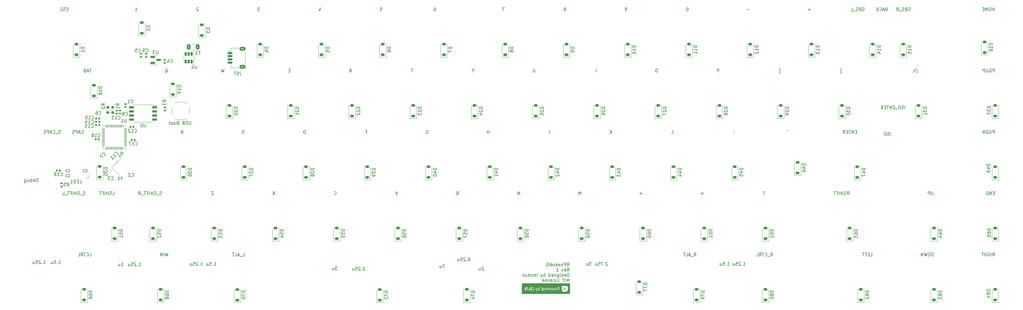
<source format=gbr>
%TF.GenerationSoftware,KiCad,Pcbnew,7.0.2-0*%
%TF.CreationDate,2023-06-24T13:11:33+03:00*%
%TF.ProjectId,rp2040-bakeneko65,72703230-3430-42d6-9261-6b656e656b6f,1*%
%TF.SameCoordinates,Original*%
%TF.FileFunction,Legend,Bot*%
%TF.FilePolarity,Positive*%
%FSLAX46Y46*%
G04 Gerber Fmt 4.6, Leading zero omitted, Abs format (unit mm)*
G04 Created by KiCad (PCBNEW 7.0.2-0) date 2023-06-24 13:11:33*
%MOMM*%
%LPD*%
G01*
G04 APERTURE LIST*
G04 Aperture macros list*
%AMRoundRect*
0 Rectangle with rounded corners*
0 $1 Rounding radius*
0 $2 $3 $4 $5 $6 $7 $8 $9 X,Y pos of 4 corners*
0 Add a 4 corners polygon primitive as box body*
4,1,4,$2,$3,$4,$5,$6,$7,$8,$9,$2,$3,0*
0 Add four circle primitives for the rounded corners*
1,1,$1+$1,$2,$3*
1,1,$1+$1,$4,$5*
1,1,$1+$1,$6,$7*
1,1,$1+$1,$8,$9*
0 Add four rect primitives between the rounded corners*
20,1,$1+$1,$2,$3,$4,$5,0*
20,1,$1+$1,$4,$5,$6,$7,0*
20,1,$1+$1,$6,$7,$8,$9,0*
20,1,$1+$1,$8,$9,$2,$3,0*%
%AMRotRect*
0 Rectangle, with rotation*
0 The origin of the aperture is its center*
0 $1 length*
0 $2 width*
0 $3 Rotation angle, in degrees counterclockwise*
0 Add horizontal line*
21,1,$1,$2,0,0,$3*%
%AMFreePoly0*
4,1,18,-0.410000,0.593000,-0.403758,0.624380,-0.385983,0.650983,-0.359380,0.668758,-0.328000,0.675000,0.328000,0.675000,0.359380,0.668758,0.385983,0.650983,0.403758,0.624380,0.410000,0.593000,0.410000,-0.593000,0.403758,-0.624380,0.385983,-0.650983,0.359380,-0.668758,0.328000,-0.675000,0.000000,-0.675000,-0.410000,-0.265000,-0.410000,0.593000,-0.410000,0.593000,$1*%
G04 Aperture macros list end*
%ADD10C,0.150000*%
%ADD11C,0.120000*%
%ADD12C,1.750000*%
%ADD13C,3.987800*%
%ADD14C,2.300000*%
%ADD15C,4.000000*%
%ADD16R,1.700000X1.700000*%
%ADD17O,1.700000X1.700000*%
%ADD18RoundRect,0.140000X0.140000X0.170000X-0.140000X0.170000X-0.140000X-0.170000X0.140000X-0.170000X0*%
%ADD19RoundRect,0.225000X0.375000X-0.225000X0.375000X0.225000X-0.375000X0.225000X-0.375000X-0.225000X0*%
%ADD20RoundRect,0.140000X0.170000X-0.140000X0.170000X0.140000X-0.170000X0.140000X-0.170000X-0.140000X0*%
%ADD21RoundRect,0.140000X0.219203X0.021213X0.021213X0.219203X-0.219203X-0.021213X-0.021213X-0.219203X0*%
%ADD22RoundRect,0.200000X-0.275000X0.200000X-0.275000X-0.200000X0.275000X-0.200000X0.275000X0.200000X0*%
%ADD23RoundRect,0.082000X0.593000X-0.328000X0.593000X0.328000X-0.593000X0.328000X-0.593000X-0.328000X0*%
%ADD24FreePoly0,90.000000*%
%ADD25RoundRect,0.140000X-0.021213X0.219203X-0.219203X0.021213X0.021213X-0.219203X0.219203X-0.021213X0*%
%ADD26R,1.800000X1.100000*%
%ADD27RoundRect,0.140000X-0.140000X-0.170000X0.140000X-0.170000X0.140000X0.170000X-0.140000X0.170000X0*%
%ADD28RoundRect,0.050000X0.387500X0.050000X-0.387500X0.050000X-0.387500X-0.050000X0.387500X-0.050000X0*%
%ADD29RoundRect,0.050000X0.050000X0.387500X-0.050000X0.387500X-0.050000X-0.387500X0.050000X-0.387500X0*%
%ADD30R,3.200000X3.200000*%
%ADD31RotRect,1.400000X1.200000X45.000000*%
%ADD32RoundRect,0.135000X0.185000X-0.135000X0.185000X0.135000X-0.185000X0.135000X-0.185000X-0.135000X0*%
%ADD33RoundRect,0.140000X0.021213X-0.219203X0.219203X-0.021213X-0.021213X0.219203X-0.219203X0.021213X0*%
%ADD34RoundRect,0.150000X-0.587500X-0.150000X0.587500X-0.150000X0.587500X0.150000X-0.587500X0.150000X0*%
%ADD35RoundRect,0.150000X0.650000X0.150000X-0.650000X0.150000X-0.650000X-0.150000X0.650000X-0.150000X0*%
%ADD36RoundRect,0.140000X-0.170000X0.140000X-0.170000X-0.140000X0.170000X-0.140000X0.170000X0.140000X0*%
%ADD37RoundRect,0.150000X0.150000X-0.475000X0.150000X0.475000X-0.150000X0.475000X-0.150000X-0.475000X0*%
%ADD38RoundRect,0.150000X-0.625000X0.150000X-0.625000X-0.150000X0.625000X-0.150000X0.625000X0.150000X0*%
%ADD39RoundRect,0.250000X-0.650000X0.350000X-0.650000X-0.350000X0.650000X-0.350000X0.650000X0.350000X0*%
%ADD40RoundRect,0.135000X0.035355X-0.226274X0.226274X-0.035355X-0.035355X0.226274X-0.226274X0.035355X0*%
%ADD41RoundRect,0.250000X-0.375000X-0.625000X0.375000X-0.625000X0.375000X0.625000X-0.375000X0.625000X0*%
G04 APERTURE END LIST*
D10*
X251412500Y-142085952D02*
X252174404Y-142371666D01*
X252174404Y-142371666D02*
X251412500Y-142657380D01*
X71247023Y-123655000D02*
X71104166Y-123702619D01*
X71104166Y-123702619D02*
X70866071Y-123702619D01*
X70866071Y-123702619D02*
X70770833Y-123655000D01*
X70770833Y-123655000D02*
X70723214Y-123607380D01*
X70723214Y-123607380D02*
X70675595Y-123512142D01*
X70675595Y-123512142D02*
X70675595Y-123416904D01*
X70675595Y-123416904D02*
X70723214Y-123321666D01*
X70723214Y-123321666D02*
X70770833Y-123274047D01*
X70770833Y-123274047D02*
X70866071Y-123226428D01*
X70866071Y-123226428D02*
X71056547Y-123178809D01*
X71056547Y-123178809D02*
X71151785Y-123131190D01*
X71151785Y-123131190D02*
X71199404Y-123083571D01*
X71199404Y-123083571D02*
X71247023Y-122988333D01*
X71247023Y-122988333D02*
X71247023Y-122893095D01*
X71247023Y-122893095D02*
X71199404Y-122797857D01*
X71199404Y-122797857D02*
X71151785Y-122750238D01*
X71151785Y-122750238D02*
X71056547Y-122702619D01*
X71056547Y-122702619D02*
X70818452Y-122702619D01*
X70818452Y-122702619D02*
X70675595Y-122750238D01*
X70485119Y-123797857D02*
X69723214Y-123797857D01*
X68913690Y-123607380D02*
X68961309Y-123655000D01*
X68961309Y-123655000D02*
X69104166Y-123702619D01*
X69104166Y-123702619D02*
X69199404Y-123702619D01*
X69199404Y-123702619D02*
X69342261Y-123655000D01*
X69342261Y-123655000D02*
X69437499Y-123559761D01*
X69437499Y-123559761D02*
X69485118Y-123464523D01*
X69485118Y-123464523D02*
X69532737Y-123274047D01*
X69532737Y-123274047D02*
X69532737Y-123131190D01*
X69532737Y-123131190D02*
X69485118Y-122940714D01*
X69485118Y-122940714D02*
X69437499Y-122845476D01*
X69437499Y-122845476D02*
X69342261Y-122750238D01*
X69342261Y-122750238D02*
X69199404Y-122702619D01*
X69199404Y-122702619D02*
X69104166Y-122702619D01*
X69104166Y-122702619D02*
X68961309Y-122750238D01*
X68961309Y-122750238D02*
X68913690Y-122797857D01*
X68532737Y-123416904D02*
X68056547Y-123416904D01*
X68627975Y-123702619D02*
X68294642Y-122702619D01*
X68294642Y-122702619D02*
X67961309Y-123702619D01*
X67627975Y-123702619D02*
X67627975Y-122702619D01*
X67627975Y-122702619D02*
X67247023Y-122702619D01*
X67247023Y-122702619D02*
X67151785Y-122750238D01*
X67151785Y-122750238D02*
X67104166Y-122797857D01*
X67104166Y-122797857D02*
X67056547Y-122893095D01*
X67056547Y-122893095D02*
X67056547Y-123035952D01*
X67056547Y-123035952D02*
X67104166Y-123131190D01*
X67104166Y-123131190D02*
X67151785Y-123178809D01*
X67151785Y-123178809D02*
X67247023Y-123226428D01*
X67247023Y-123226428D02*
X67627975Y-123226428D01*
X66675594Y-123655000D02*
X66532737Y-123702619D01*
X66532737Y-123702619D02*
X66294642Y-123702619D01*
X66294642Y-123702619D02*
X66199404Y-123655000D01*
X66199404Y-123655000D02*
X66151785Y-123607380D01*
X66151785Y-123607380D02*
X66104166Y-123512142D01*
X66104166Y-123512142D02*
X66104166Y-123416904D01*
X66104166Y-123416904D02*
X66151785Y-123321666D01*
X66151785Y-123321666D02*
X66199404Y-123274047D01*
X66199404Y-123274047D02*
X66294642Y-123226428D01*
X66294642Y-123226428D02*
X66485118Y-123178809D01*
X66485118Y-123178809D02*
X66580356Y-123131190D01*
X66580356Y-123131190D02*
X66627975Y-123083571D01*
X66627975Y-123083571D02*
X66675594Y-122988333D01*
X66675594Y-122988333D02*
X66675594Y-122893095D01*
X66675594Y-122893095D02*
X66627975Y-122797857D01*
X66627975Y-122797857D02*
X66580356Y-122750238D01*
X66580356Y-122750238D02*
X66485118Y-122702619D01*
X66485118Y-122702619D02*
X66247023Y-122702619D01*
X66247023Y-122702619D02*
X66104166Y-122750238D01*
X335565773Y-85555000D02*
X335422916Y-85602619D01*
X335422916Y-85602619D02*
X335184821Y-85602619D01*
X335184821Y-85602619D02*
X335089583Y-85555000D01*
X335089583Y-85555000D02*
X335041964Y-85507380D01*
X335041964Y-85507380D02*
X334994345Y-85412142D01*
X334994345Y-85412142D02*
X334994345Y-85316904D01*
X334994345Y-85316904D02*
X335041964Y-85221666D01*
X335041964Y-85221666D02*
X335089583Y-85174047D01*
X335089583Y-85174047D02*
X335184821Y-85126428D01*
X335184821Y-85126428D02*
X335375297Y-85078809D01*
X335375297Y-85078809D02*
X335470535Y-85031190D01*
X335470535Y-85031190D02*
X335518154Y-84983571D01*
X335518154Y-84983571D02*
X335565773Y-84888333D01*
X335565773Y-84888333D02*
X335565773Y-84793095D01*
X335565773Y-84793095D02*
X335518154Y-84697857D01*
X335518154Y-84697857D02*
X335470535Y-84650238D01*
X335470535Y-84650238D02*
X335375297Y-84602619D01*
X335375297Y-84602619D02*
X335137202Y-84602619D01*
X335137202Y-84602619D02*
X334994345Y-84650238D01*
X334232440Y-85078809D02*
X334089583Y-85126428D01*
X334089583Y-85126428D02*
X334041964Y-85174047D01*
X334041964Y-85174047D02*
X333994345Y-85269285D01*
X333994345Y-85269285D02*
X333994345Y-85412142D01*
X333994345Y-85412142D02*
X334041964Y-85507380D01*
X334041964Y-85507380D02*
X334089583Y-85555000D01*
X334089583Y-85555000D02*
X334184821Y-85602619D01*
X334184821Y-85602619D02*
X334565773Y-85602619D01*
X334565773Y-85602619D02*
X334565773Y-84602619D01*
X334565773Y-84602619D02*
X334232440Y-84602619D01*
X334232440Y-84602619D02*
X334137202Y-84650238D01*
X334137202Y-84650238D02*
X334089583Y-84697857D01*
X334089583Y-84697857D02*
X334041964Y-84793095D01*
X334041964Y-84793095D02*
X334041964Y-84888333D01*
X334041964Y-84888333D02*
X334089583Y-84983571D01*
X334089583Y-84983571D02*
X334137202Y-85031190D01*
X334137202Y-85031190D02*
X334232440Y-85078809D01*
X334232440Y-85078809D02*
X334565773Y-85078809D01*
X333613392Y-85555000D02*
X333470535Y-85602619D01*
X333470535Y-85602619D02*
X333232440Y-85602619D01*
X333232440Y-85602619D02*
X333137202Y-85555000D01*
X333137202Y-85555000D02*
X333089583Y-85507380D01*
X333089583Y-85507380D02*
X333041964Y-85412142D01*
X333041964Y-85412142D02*
X333041964Y-85316904D01*
X333041964Y-85316904D02*
X333089583Y-85221666D01*
X333089583Y-85221666D02*
X333137202Y-85174047D01*
X333137202Y-85174047D02*
X333232440Y-85126428D01*
X333232440Y-85126428D02*
X333422916Y-85078809D01*
X333422916Y-85078809D02*
X333518154Y-85031190D01*
X333518154Y-85031190D02*
X333565773Y-84983571D01*
X333565773Y-84983571D02*
X333613392Y-84888333D01*
X333613392Y-84888333D02*
X333613392Y-84793095D01*
X333613392Y-84793095D02*
X333565773Y-84697857D01*
X333565773Y-84697857D02*
X333518154Y-84650238D01*
X333518154Y-84650238D02*
X333422916Y-84602619D01*
X333422916Y-84602619D02*
X333184821Y-84602619D01*
X333184821Y-84602619D02*
X333041964Y-84650238D01*
X332851488Y-85697857D02*
X332089583Y-85697857D01*
X331280059Y-85602619D02*
X331613392Y-85126428D01*
X331851487Y-85602619D02*
X331851487Y-84602619D01*
X331851487Y-84602619D02*
X331470535Y-84602619D01*
X331470535Y-84602619D02*
X331375297Y-84650238D01*
X331375297Y-84650238D02*
X331327678Y-84697857D01*
X331327678Y-84697857D02*
X331280059Y-84793095D01*
X331280059Y-84793095D02*
X331280059Y-84935952D01*
X331280059Y-84935952D02*
X331327678Y-85031190D01*
X331327678Y-85031190D02*
X331375297Y-85078809D01*
X331375297Y-85078809D02*
X331470535Y-85126428D01*
X331470535Y-85126428D02*
X331851487Y-85126428D01*
X214074404Y-142752619D02*
X214074404Y-141752619D01*
X214074404Y-141752619D02*
X213502976Y-142752619D01*
X213502976Y-142752619D02*
X213502976Y-141752619D01*
X114808095Y-164723619D02*
X115379523Y-164723619D01*
X115093809Y-164723619D02*
X115093809Y-163723619D01*
X115093809Y-163723619D02*
X115189047Y-163866476D01*
X115189047Y-163866476D02*
X115284285Y-163961714D01*
X115284285Y-163961714D02*
X115379523Y-164009333D01*
X114379523Y-164628380D02*
X114331904Y-164676000D01*
X114331904Y-164676000D02*
X114379523Y-164723619D01*
X114379523Y-164723619D02*
X114427142Y-164676000D01*
X114427142Y-164676000D02*
X114379523Y-164628380D01*
X114379523Y-164628380D02*
X114379523Y-164723619D01*
X113950952Y-163818857D02*
X113903333Y-163771238D01*
X113903333Y-163771238D02*
X113808095Y-163723619D01*
X113808095Y-163723619D02*
X113570000Y-163723619D01*
X113570000Y-163723619D02*
X113474762Y-163771238D01*
X113474762Y-163771238D02*
X113427143Y-163818857D01*
X113427143Y-163818857D02*
X113379524Y-163914095D01*
X113379524Y-163914095D02*
X113379524Y-164009333D01*
X113379524Y-164009333D02*
X113427143Y-164152190D01*
X113427143Y-164152190D02*
X113998571Y-164723619D01*
X113998571Y-164723619D02*
X113379524Y-164723619D01*
X112474762Y-163723619D02*
X112950952Y-163723619D01*
X112950952Y-163723619D02*
X112998571Y-164199809D01*
X112998571Y-164199809D02*
X112950952Y-164152190D01*
X112950952Y-164152190D02*
X112855714Y-164104571D01*
X112855714Y-164104571D02*
X112617619Y-164104571D01*
X112617619Y-164104571D02*
X112522381Y-164152190D01*
X112522381Y-164152190D02*
X112474762Y-164199809D01*
X112474762Y-164199809D02*
X112427143Y-164295047D01*
X112427143Y-164295047D02*
X112427143Y-164533142D01*
X112427143Y-164533142D02*
X112474762Y-164628380D01*
X112474762Y-164628380D02*
X112522381Y-164676000D01*
X112522381Y-164676000D02*
X112617619Y-164723619D01*
X112617619Y-164723619D02*
X112855714Y-164723619D01*
X112855714Y-164723619D02*
X112950952Y-164676000D01*
X112950952Y-164676000D02*
X112998571Y-164628380D01*
X111570000Y-164056952D02*
X111570000Y-164723619D01*
X111998571Y-164056952D02*
X111998571Y-164580761D01*
X111998571Y-164580761D02*
X111950952Y-164676000D01*
X111950952Y-164676000D02*
X111855714Y-164723619D01*
X111855714Y-164723619D02*
X111712857Y-164723619D01*
X111712857Y-164723619D02*
X111617619Y-164676000D01*
X111617619Y-164676000D02*
X111570000Y-164628380D01*
X323135714Y-161802619D02*
X323611904Y-161802619D01*
X323611904Y-161802619D02*
X323611904Y-160802619D01*
X322802380Y-161278809D02*
X322469047Y-161278809D01*
X322326190Y-161802619D02*
X322802380Y-161802619D01*
X322802380Y-161802619D02*
X322802380Y-160802619D01*
X322802380Y-160802619D02*
X322326190Y-160802619D01*
X321564285Y-161278809D02*
X321897618Y-161278809D01*
X321897618Y-161802619D02*
X321897618Y-160802619D01*
X321897618Y-160802619D02*
X321421428Y-160802619D01*
X321183332Y-160802619D02*
X320611904Y-160802619D01*
X320897618Y-161802619D02*
X320897618Y-160802619D01*
X233124404Y-142752619D02*
X233124404Y-141752619D01*
X233124404Y-141752619D02*
X232791071Y-142466904D01*
X232791071Y-142466904D02*
X232457738Y-141752619D01*
X232457738Y-141752619D02*
X232457738Y-142752619D01*
X333898904Y-116082619D02*
X333898904Y-115082619D01*
X333470333Y-116035000D02*
X333327476Y-116082619D01*
X333327476Y-116082619D02*
X333089381Y-116082619D01*
X333089381Y-116082619D02*
X332994143Y-116035000D01*
X332994143Y-116035000D02*
X332946524Y-115987380D01*
X332946524Y-115987380D02*
X332898905Y-115892142D01*
X332898905Y-115892142D02*
X332898905Y-115796904D01*
X332898905Y-115796904D02*
X332946524Y-115701666D01*
X332946524Y-115701666D02*
X332994143Y-115654047D01*
X332994143Y-115654047D02*
X333089381Y-115606428D01*
X333089381Y-115606428D02*
X333279857Y-115558809D01*
X333279857Y-115558809D02*
X333375095Y-115511190D01*
X333375095Y-115511190D02*
X333422714Y-115463571D01*
X333422714Y-115463571D02*
X333470333Y-115368333D01*
X333470333Y-115368333D02*
X333470333Y-115273095D01*
X333470333Y-115273095D02*
X333422714Y-115177857D01*
X333422714Y-115177857D02*
X333375095Y-115130238D01*
X333375095Y-115130238D02*
X333279857Y-115082619D01*
X333279857Y-115082619D02*
X333041762Y-115082619D01*
X333041762Y-115082619D02*
X332898905Y-115130238D01*
X332279857Y-115082619D02*
X332089381Y-115082619D01*
X332089381Y-115082619D02*
X331994143Y-115130238D01*
X331994143Y-115130238D02*
X331898905Y-115225476D01*
X331898905Y-115225476D02*
X331851286Y-115415952D01*
X331851286Y-115415952D02*
X331851286Y-115749285D01*
X331851286Y-115749285D02*
X331898905Y-115939761D01*
X331898905Y-115939761D02*
X331994143Y-116035000D01*
X331994143Y-116035000D02*
X332089381Y-116082619D01*
X332089381Y-116082619D02*
X332279857Y-116082619D01*
X332279857Y-116082619D02*
X332375095Y-116035000D01*
X332375095Y-116035000D02*
X332470333Y-115939761D01*
X332470333Y-115939761D02*
X332517952Y-115749285D01*
X332517952Y-115749285D02*
X332517952Y-115415952D01*
X332517952Y-115415952D02*
X332470333Y-115225476D01*
X332470333Y-115225476D02*
X332375095Y-115130238D01*
X332375095Y-115130238D02*
X332279857Y-115082619D01*
X331660810Y-116177857D02*
X330898905Y-116177857D01*
X330660809Y-115558809D02*
X330327476Y-115558809D01*
X330184619Y-116082619D02*
X330660809Y-116082619D01*
X330660809Y-116082619D02*
X330660809Y-115082619D01*
X330660809Y-115082619D02*
X330184619Y-115082619D01*
X329756047Y-116082619D02*
X329756047Y-115082619D01*
X329756047Y-115082619D02*
X329184619Y-116082619D01*
X329184619Y-116082619D02*
X329184619Y-115082619D01*
X328851285Y-115082619D02*
X328279857Y-115082619D01*
X328565571Y-116082619D02*
X328565571Y-115082619D01*
X327946523Y-115558809D02*
X327613190Y-115558809D01*
X327470333Y-116082619D02*
X327946523Y-116082619D01*
X327946523Y-116082619D02*
X327946523Y-115082619D01*
X327946523Y-115082619D02*
X327470333Y-115082619D01*
X326470333Y-116082619D02*
X326803666Y-115606428D01*
X327041761Y-116082619D02*
X327041761Y-115082619D01*
X327041761Y-115082619D02*
X326660809Y-115082619D01*
X326660809Y-115082619D02*
X326565571Y-115130238D01*
X326565571Y-115130238D02*
X326517952Y-115177857D01*
X326517952Y-115177857D02*
X326470333Y-115273095D01*
X326470333Y-115273095D02*
X326470333Y-115415952D01*
X326470333Y-115415952D02*
X326517952Y-115511190D01*
X326517952Y-115511190D02*
X326565571Y-115558809D01*
X326565571Y-115558809D02*
X326660809Y-115606428D01*
X326660809Y-115606428D02*
X327041761Y-115606428D01*
X329453904Y-124337619D02*
X329453904Y-123337619D01*
X329025333Y-124290000D02*
X328882476Y-124337619D01*
X328882476Y-124337619D02*
X328644381Y-124337619D01*
X328644381Y-124337619D02*
X328549143Y-124290000D01*
X328549143Y-124290000D02*
X328501524Y-124242380D01*
X328501524Y-124242380D02*
X328453905Y-124147142D01*
X328453905Y-124147142D02*
X328453905Y-124051904D01*
X328453905Y-124051904D02*
X328501524Y-123956666D01*
X328501524Y-123956666D02*
X328549143Y-123909047D01*
X328549143Y-123909047D02*
X328644381Y-123861428D01*
X328644381Y-123861428D02*
X328834857Y-123813809D01*
X328834857Y-123813809D02*
X328930095Y-123766190D01*
X328930095Y-123766190D02*
X328977714Y-123718571D01*
X328977714Y-123718571D02*
X329025333Y-123623333D01*
X329025333Y-123623333D02*
X329025333Y-123528095D01*
X329025333Y-123528095D02*
X328977714Y-123432857D01*
X328977714Y-123432857D02*
X328930095Y-123385238D01*
X328930095Y-123385238D02*
X328834857Y-123337619D01*
X328834857Y-123337619D02*
X328596762Y-123337619D01*
X328596762Y-123337619D02*
X328453905Y-123385238D01*
X327834857Y-123337619D02*
X327644381Y-123337619D01*
X327644381Y-123337619D02*
X327549143Y-123385238D01*
X327549143Y-123385238D02*
X327453905Y-123480476D01*
X327453905Y-123480476D02*
X327406286Y-123670952D01*
X327406286Y-123670952D02*
X327406286Y-124004285D01*
X327406286Y-124004285D02*
X327453905Y-124194761D01*
X327453905Y-124194761D02*
X327549143Y-124290000D01*
X327549143Y-124290000D02*
X327644381Y-124337619D01*
X327644381Y-124337619D02*
X327834857Y-124337619D01*
X327834857Y-124337619D02*
X327930095Y-124290000D01*
X327930095Y-124290000D02*
X328025333Y-124194761D01*
X328025333Y-124194761D02*
X328072952Y-124004285D01*
X328072952Y-124004285D02*
X328072952Y-123670952D01*
X328072952Y-123670952D02*
X328025333Y-123480476D01*
X328025333Y-123480476D02*
X327930095Y-123385238D01*
X327930095Y-123385238D02*
X327834857Y-123337619D01*
X228806476Y-164943619D02*
X229139809Y-164467428D01*
X229377904Y-164943619D02*
X229377904Y-163943619D01*
X229377904Y-163943619D02*
X228996952Y-163943619D01*
X228996952Y-163943619D02*
X228901714Y-163991238D01*
X228901714Y-163991238D02*
X228854095Y-164038857D01*
X228854095Y-164038857D02*
X228806476Y-164134095D01*
X228806476Y-164134095D02*
X228806476Y-164276952D01*
X228806476Y-164276952D02*
X228854095Y-164372190D01*
X228854095Y-164372190D02*
X228901714Y-164419809D01*
X228901714Y-164419809D02*
X228996952Y-164467428D01*
X228996952Y-164467428D02*
X229377904Y-164467428D01*
X228377904Y-164943619D02*
X228377904Y-163943619D01*
X228377904Y-163943619D02*
X227996952Y-163943619D01*
X227996952Y-163943619D02*
X227901714Y-163991238D01*
X227901714Y-163991238D02*
X227854095Y-164038857D01*
X227854095Y-164038857D02*
X227806476Y-164134095D01*
X227806476Y-164134095D02*
X227806476Y-164276952D01*
X227806476Y-164276952D02*
X227854095Y-164372190D01*
X227854095Y-164372190D02*
X227901714Y-164419809D01*
X227901714Y-164419809D02*
X227996952Y-164467428D01*
X227996952Y-164467428D02*
X228377904Y-164467428D01*
X227377904Y-164276952D02*
X227377904Y-164943619D01*
X227377904Y-164372190D02*
X227330285Y-164324571D01*
X227330285Y-164324571D02*
X227235047Y-164276952D01*
X227235047Y-164276952D02*
X227092190Y-164276952D01*
X227092190Y-164276952D02*
X226996952Y-164324571D01*
X226996952Y-164324571D02*
X226949333Y-164419809D01*
X226949333Y-164419809D02*
X226949333Y-164943619D01*
X226092190Y-164896000D02*
X226187428Y-164943619D01*
X226187428Y-164943619D02*
X226377904Y-164943619D01*
X226377904Y-164943619D02*
X226473142Y-164896000D01*
X226473142Y-164896000D02*
X226520761Y-164800761D01*
X226520761Y-164800761D02*
X226520761Y-164419809D01*
X226520761Y-164419809D02*
X226473142Y-164324571D01*
X226473142Y-164324571D02*
X226377904Y-164276952D01*
X226377904Y-164276952D02*
X226187428Y-164276952D01*
X226187428Y-164276952D02*
X226092190Y-164324571D01*
X226092190Y-164324571D02*
X226044571Y-164419809D01*
X226044571Y-164419809D02*
X226044571Y-164515047D01*
X226044571Y-164515047D02*
X226520761Y-164610285D01*
X225615999Y-164943619D02*
X225615999Y-163943619D01*
X225520761Y-164562666D02*
X225235047Y-164943619D01*
X225235047Y-164276952D02*
X225615999Y-164657904D01*
X224663618Y-164943619D02*
X224758856Y-164896000D01*
X224758856Y-164896000D02*
X224806475Y-164848380D01*
X224806475Y-164848380D02*
X224854094Y-164753142D01*
X224854094Y-164753142D02*
X224854094Y-164467428D01*
X224854094Y-164467428D02*
X224806475Y-164372190D01*
X224806475Y-164372190D02*
X224758856Y-164324571D01*
X224758856Y-164324571D02*
X224663618Y-164276952D01*
X224663618Y-164276952D02*
X224520761Y-164276952D01*
X224520761Y-164276952D02*
X224425523Y-164324571D01*
X224425523Y-164324571D02*
X224377904Y-164372190D01*
X224377904Y-164372190D02*
X224330285Y-164467428D01*
X224330285Y-164467428D02*
X224330285Y-164753142D01*
X224330285Y-164753142D02*
X224377904Y-164848380D01*
X224377904Y-164848380D02*
X224425523Y-164896000D01*
X224425523Y-164896000D02*
X224520761Y-164943619D01*
X224520761Y-164943619D02*
X224663618Y-164943619D01*
X223473142Y-163943619D02*
X223663618Y-163943619D01*
X223663618Y-163943619D02*
X223758856Y-163991238D01*
X223758856Y-163991238D02*
X223806475Y-164038857D01*
X223806475Y-164038857D02*
X223901713Y-164181714D01*
X223901713Y-164181714D02*
X223949332Y-164372190D01*
X223949332Y-164372190D02*
X223949332Y-164753142D01*
X223949332Y-164753142D02*
X223901713Y-164848380D01*
X223901713Y-164848380D02*
X223854094Y-164896000D01*
X223854094Y-164896000D02*
X223758856Y-164943619D01*
X223758856Y-164943619D02*
X223568380Y-164943619D01*
X223568380Y-164943619D02*
X223473142Y-164896000D01*
X223473142Y-164896000D02*
X223425523Y-164848380D01*
X223425523Y-164848380D02*
X223377904Y-164753142D01*
X223377904Y-164753142D02*
X223377904Y-164515047D01*
X223377904Y-164515047D02*
X223425523Y-164419809D01*
X223425523Y-164419809D02*
X223473142Y-164372190D01*
X223473142Y-164372190D02*
X223568380Y-164324571D01*
X223568380Y-164324571D02*
X223758856Y-164324571D01*
X223758856Y-164324571D02*
X223854094Y-164372190D01*
X223854094Y-164372190D02*
X223901713Y-164419809D01*
X223901713Y-164419809D02*
X223949332Y-164515047D01*
X222473142Y-163943619D02*
X222949332Y-163943619D01*
X222949332Y-163943619D02*
X222996951Y-164419809D01*
X222996951Y-164419809D02*
X222949332Y-164372190D01*
X222949332Y-164372190D02*
X222854094Y-164324571D01*
X222854094Y-164324571D02*
X222615999Y-164324571D01*
X222615999Y-164324571D02*
X222520761Y-164372190D01*
X222520761Y-164372190D02*
X222473142Y-164419809D01*
X222473142Y-164419809D02*
X222425523Y-164515047D01*
X222425523Y-164515047D02*
X222425523Y-164753142D01*
X222425523Y-164753142D02*
X222473142Y-164848380D01*
X222473142Y-164848380D02*
X222520761Y-164896000D01*
X222520761Y-164896000D02*
X222615999Y-164943619D01*
X222615999Y-164943619D02*
X222854094Y-164943619D01*
X222854094Y-164943619D02*
X222949332Y-164896000D01*
X222949332Y-164896000D02*
X222996951Y-164848380D01*
X228806476Y-166563619D02*
X229139809Y-166087428D01*
X229377904Y-166563619D02*
X229377904Y-165563619D01*
X229377904Y-165563619D02*
X228996952Y-165563619D01*
X228996952Y-165563619D02*
X228901714Y-165611238D01*
X228901714Y-165611238D02*
X228854095Y-165658857D01*
X228854095Y-165658857D02*
X228806476Y-165754095D01*
X228806476Y-165754095D02*
X228806476Y-165896952D01*
X228806476Y-165896952D02*
X228854095Y-165992190D01*
X228854095Y-165992190D02*
X228901714Y-166039809D01*
X228901714Y-166039809D02*
X228996952Y-166087428D01*
X228996952Y-166087428D02*
X229377904Y-166087428D01*
X227996952Y-166516000D02*
X228092190Y-166563619D01*
X228092190Y-166563619D02*
X228282666Y-166563619D01*
X228282666Y-166563619D02*
X228377904Y-166516000D01*
X228377904Y-166516000D02*
X228425523Y-166420761D01*
X228425523Y-166420761D02*
X228425523Y-166039809D01*
X228425523Y-166039809D02*
X228377904Y-165944571D01*
X228377904Y-165944571D02*
X228282666Y-165896952D01*
X228282666Y-165896952D02*
X228092190Y-165896952D01*
X228092190Y-165896952D02*
X227996952Y-165944571D01*
X227996952Y-165944571D02*
X227949333Y-166039809D01*
X227949333Y-166039809D02*
X227949333Y-166135047D01*
X227949333Y-166135047D02*
X228425523Y-166230285D01*
X227615999Y-165896952D02*
X227377904Y-166563619D01*
X227377904Y-166563619D02*
X227139809Y-165896952D01*
X225473142Y-166563619D02*
X226044570Y-166563619D01*
X225758856Y-166563619D02*
X225758856Y-165563619D01*
X225758856Y-165563619D02*
X225854094Y-165706476D01*
X225854094Y-165706476D02*
X225949332Y-165801714D01*
X225949332Y-165801714D02*
X226044570Y-165849333D01*
X229377904Y-168183619D02*
X229377904Y-167183619D01*
X229377904Y-167183619D02*
X229139809Y-167183619D01*
X229139809Y-167183619D02*
X228996952Y-167231238D01*
X228996952Y-167231238D02*
X228901714Y-167326476D01*
X228901714Y-167326476D02*
X228854095Y-167421714D01*
X228854095Y-167421714D02*
X228806476Y-167612190D01*
X228806476Y-167612190D02*
X228806476Y-167755047D01*
X228806476Y-167755047D02*
X228854095Y-167945523D01*
X228854095Y-167945523D02*
X228901714Y-168040761D01*
X228901714Y-168040761D02*
X228996952Y-168136000D01*
X228996952Y-168136000D02*
X229139809Y-168183619D01*
X229139809Y-168183619D02*
X229377904Y-168183619D01*
X227996952Y-168136000D02*
X228092190Y-168183619D01*
X228092190Y-168183619D02*
X228282666Y-168183619D01*
X228282666Y-168183619D02*
X228377904Y-168136000D01*
X228377904Y-168136000D02*
X228425523Y-168040761D01*
X228425523Y-168040761D02*
X228425523Y-167659809D01*
X228425523Y-167659809D02*
X228377904Y-167564571D01*
X228377904Y-167564571D02*
X228282666Y-167516952D01*
X228282666Y-167516952D02*
X228092190Y-167516952D01*
X228092190Y-167516952D02*
X227996952Y-167564571D01*
X227996952Y-167564571D02*
X227949333Y-167659809D01*
X227949333Y-167659809D02*
X227949333Y-167755047D01*
X227949333Y-167755047D02*
X228425523Y-167850285D01*
X227568380Y-168136000D02*
X227473142Y-168183619D01*
X227473142Y-168183619D02*
X227282666Y-168183619D01*
X227282666Y-168183619D02*
X227187428Y-168136000D01*
X227187428Y-168136000D02*
X227139809Y-168040761D01*
X227139809Y-168040761D02*
X227139809Y-167993142D01*
X227139809Y-167993142D02*
X227187428Y-167897904D01*
X227187428Y-167897904D02*
X227282666Y-167850285D01*
X227282666Y-167850285D02*
X227425523Y-167850285D01*
X227425523Y-167850285D02*
X227520761Y-167802666D01*
X227520761Y-167802666D02*
X227568380Y-167707428D01*
X227568380Y-167707428D02*
X227568380Y-167659809D01*
X227568380Y-167659809D02*
X227520761Y-167564571D01*
X227520761Y-167564571D02*
X227425523Y-167516952D01*
X227425523Y-167516952D02*
X227282666Y-167516952D01*
X227282666Y-167516952D02*
X227187428Y-167564571D01*
X226711237Y-168183619D02*
X226711237Y-167516952D01*
X226711237Y-167183619D02*
X226758856Y-167231238D01*
X226758856Y-167231238D02*
X226711237Y-167278857D01*
X226711237Y-167278857D02*
X226663618Y-167231238D01*
X226663618Y-167231238D02*
X226711237Y-167183619D01*
X226711237Y-167183619D02*
X226711237Y-167278857D01*
X225806476Y-167516952D02*
X225806476Y-168326476D01*
X225806476Y-168326476D02*
X225854095Y-168421714D01*
X225854095Y-168421714D02*
X225901714Y-168469333D01*
X225901714Y-168469333D02*
X225996952Y-168516952D01*
X225996952Y-168516952D02*
X226139809Y-168516952D01*
X226139809Y-168516952D02*
X226235047Y-168469333D01*
X225806476Y-168136000D02*
X225901714Y-168183619D01*
X225901714Y-168183619D02*
X226092190Y-168183619D01*
X226092190Y-168183619D02*
X226187428Y-168136000D01*
X226187428Y-168136000D02*
X226235047Y-168088380D01*
X226235047Y-168088380D02*
X226282666Y-167993142D01*
X226282666Y-167993142D02*
X226282666Y-167707428D01*
X226282666Y-167707428D02*
X226235047Y-167612190D01*
X226235047Y-167612190D02*
X226187428Y-167564571D01*
X226187428Y-167564571D02*
X226092190Y-167516952D01*
X226092190Y-167516952D02*
X225901714Y-167516952D01*
X225901714Y-167516952D02*
X225806476Y-167564571D01*
X225330285Y-167516952D02*
X225330285Y-168183619D01*
X225330285Y-167612190D02*
X225282666Y-167564571D01*
X225282666Y-167564571D02*
X225187428Y-167516952D01*
X225187428Y-167516952D02*
X225044571Y-167516952D01*
X225044571Y-167516952D02*
X224949333Y-167564571D01*
X224949333Y-167564571D02*
X224901714Y-167659809D01*
X224901714Y-167659809D02*
X224901714Y-168183619D01*
X224044571Y-168136000D02*
X224139809Y-168183619D01*
X224139809Y-168183619D02*
X224330285Y-168183619D01*
X224330285Y-168183619D02*
X224425523Y-168136000D01*
X224425523Y-168136000D02*
X224473142Y-168040761D01*
X224473142Y-168040761D02*
X224473142Y-167659809D01*
X224473142Y-167659809D02*
X224425523Y-167564571D01*
X224425523Y-167564571D02*
X224330285Y-167516952D01*
X224330285Y-167516952D02*
X224139809Y-167516952D01*
X224139809Y-167516952D02*
X224044571Y-167564571D01*
X224044571Y-167564571D02*
X223996952Y-167659809D01*
X223996952Y-167659809D02*
X223996952Y-167755047D01*
X223996952Y-167755047D02*
X224473142Y-167850285D01*
X223139809Y-168183619D02*
X223139809Y-167183619D01*
X223139809Y-168136000D02*
X223235047Y-168183619D01*
X223235047Y-168183619D02*
X223425523Y-168183619D01*
X223425523Y-168183619D02*
X223520761Y-168136000D01*
X223520761Y-168136000D02*
X223568380Y-168088380D01*
X223568380Y-168088380D02*
X223615999Y-167993142D01*
X223615999Y-167993142D02*
X223615999Y-167707428D01*
X223615999Y-167707428D02*
X223568380Y-167612190D01*
X223568380Y-167612190D02*
X223520761Y-167564571D01*
X223520761Y-167564571D02*
X223425523Y-167516952D01*
X223425523Y-167516952D02*
X223235047Y-167516952D01*
X223235047Y-167516952D02*
X223139809Y-167564571D01*
X221901713Y-168183619D02*
X221901713Y-167183619D01*
X221901713Y-167564571D02*
X221806475Y-167516952D01*
X221806475Y-167516952D02*
X221615999Y-167516952D01*
X221615999Y-167516952D02*
X221520761Y-167564571D01*
X221520761Y-167564571D02*
X221473142Y-167612190D01*
X221473142Y-167612190D02*
X221425523Y-167707428D01*
X221425523Y-167707428D02*
X221425523Y-167993142D01*
X221425523Y-167993142D02*
X221473142Y-168088380D01*
X221473142Y-168088380D02*
X221520761Y-168136000D01*
X221520761Y-168136000D02*
X221615999Y-168183619D01*
X221615999Y-168183619D02*
X221806475Y-168183619D01*
X221806475Y-168183619D02*
X221901713Y-168136000D01*
X221092189Y-167516952D02*
X220854094Y-168183619D01*
X220615999Y-167516952D02*
X220854094Y-168183619D01*
X220854094Y-168183619D02*
X220949332Y-168421714D01*
X220949332Y-168421714D02*
X220996951Y-168469333D01*
X220996951Y-168469333D02*
X221092189Y-168516952D01*
X219330284Y-168183619D02*
X219425522Y-168136000D01*
X219425522Y-168136000D02*
X219473141Y-168040761D01*
X219473141Y-168040761D02*
X219473141Y-167183619D01*
X218568379Y-168136000D02*
X218663617Y-168183619D01*
X218663617Y-168183619D02*
X218854093Y-168183619D01*
X218854093Y-168183619D02*
X218949331Y-168136000D01*
X218949331Y-168136000D02*
X218996950Y-168040761D01*
X218996950Y-168040761D02*
X218996950Y-167659809D01*
X218996950Y-167659809D02*
X218949331Y-167564571D01*
X218949331Y-167564571D02*
X218854093Y-167516952D01*
X218854093Y-167516952D02*
X218663617Y-167516952D01*
X218663617Y-167516952D02*
X218568379Y-167564571D01*
X218568379Y-167564571D02*
X218520760Y-167659809D01*
X218520760Y-167659809D02*
X218520760Y-167755047D01*
X218520760Y-167755047D02*
X218996950Y-167850285D01*
X218092188Y-167516952D02*
X218092188Y-168183619D01*
X218092188Y-167612190D02*
X218044569Y-167564571D01*
X218044569Y-167564571D02*
X217949331Y-167516952D01*
X217949331Y-167516952D02*
X217806474Y-167516952D01*
X217806474Y-167516952D02*
X217711236Y-167564571D01*
X217711236Y-167564571D02*
X217663617Y-167659809D01*
X217663617Y-167659809D02*
X217663617Y-168183619D01*
X216758855Y-168183619D02*
X216758855Y-167183619D01*
X216758855Y-168136000D02*
X216854093Y-168183619D01*
X216854093Y-168183619D02*
X217044569Y-168183619D01*
X217044569Y-168183619D02*
X217139807Y-168136000D01*
X217139807Y-168136000D02*
X217187426Y-168088380D01*
X217187426Y-168088380D02*
X217235045Y-167993142D01*
X217235045Y-167993142D02*
X217235045Y-167707428D01*
X217235045Y-167707428D02*
X217187426Y-167612190D01*
X217187426Y-167612190D02*
X217139807Y-167564571D01*
X217139807Y-167564571D02*
X217044569Y-167516952D01*
X217044569Y-167516952D02*
X216854093Y-167516952D01*
X216854093Y-167516952D02*
X216758855Y-167564571D01*
X215854093Y-167516952D02*
X215854093Y-168183619D01*
X216282664Y-167516952D02*
X216282664Y-168040761D01*
X216282664Y-168040761D02*
X216235045Y-168136000D01*
X216235045Y-168136000D02*
X216139807Y-168183619D01*
X216139807Y-168183619D02*
X215996950Y-168183619D01*
X215996950Y-168183619D02*
X215901712Y-168136000D01*
X215901712Y-168136000D02*
X215854093Y-168088380D01*
X215377902Y-167516952D02*
X215377902Y-168183619D01*
X215377902Y-167612190D02*
X215330283Y-167564571D01*
X215330283Y-167564571D02*
X215235045Y-167516952D01*
X215235045Y-167516952D02*
X215092188Y-167516952D01*
X215092188Y-167516952D02*
X214996950Y-167564571D01*
X214996950Y-167564571D02*
X214949331Y-167659809D01*
X214949331Y-167659809D02*
X214949331Y-168183619D01*
X229377904Y-169803619D02*
X229377904Y-168803619D01*
X229377904Y-168803619D02*
X229044571Y-169517904D01*
X229044571Y-169517904D02*
X228711238Y-168803619D01*
X228711238Y-168803619D02*
X228711238Y-169803619D01*
X228235047Y-169803619D02*
X228235047Y-168803619D01*
X227901714Y-168803619D02*
X227330286Y-168803619D01*
X227616000Y-169803619D02*
X227616000Y-168803619D01*
X225758857Y-169803619D02*
X226235047Y-169803619D01*
X226235047Y-169803619D02*
X226235047Y-168803619D01*
X225425523Y-169803619D02*
X225425523Y-169136952D01*
X225425523Y-168803619D02*
X225473142Y-168851238D01*
X225473142Y-168851238D02*
X225425523Y-168898857D01*
X225425523Y-168898857D02*
X225377904Y-168851238D01*
X225377904Y-168851238D02*
X225425523Y-168803619D01*
X225425523Y-168803619D02*
X225425523Y-168898857D01*
X224520762Y-169756000D02*
X224616000Y-169803619D01*
X224616000Y-169803619D02*
X224806476Y-169803619D01*
X224806476Y-169803619D02*
X224901714Y-169756000D01*
X224901714Y-169756000D02*
X224949333Y-169708380D01*
X224949333Y-169708380D02*
X224996952Y-169613142D01*
X224996952Y-169613142D02*
X224996952Y-169327428D01*
X224996952Y-169327428D02*
X224949333Y-169232190D01*
X224949333Y-169232190D02*
X224901714Y-169184571D01*
X224901714Y-169184571D02*
X224806476Y-169136952D01*
X224806476Y-169136952D02*
X224616000Y-169136952D01*
X224616000Y-169136952D02*
X224520762Y-169184571D01*
X223711238Y-169756000D02*
X223806476Y-169803619D01*
X223806476Y-169803619D02*
X223996952Y-169803619D01*
X223996952Y-169803619D02*
X224092190Y-169756000D01*
X224092190Y-169756000D02*
X224139809Y-169660761D01*
X224139809Y-169660761D02*
X224139809Y-169279809D01*
X224139809Y-169279809D02*
X224092190Y-169184571D01*
X224092190Y-169184571D02*
X223996952Y-169136952D01*
X223996952Y-169136952D02*
X223806476Y-169136952D01*
X223806476Y-169136952D02*
X223711238Y-169184571D01*
X223711238Y-169184571D02*
X223663619Y-169279809D01*
X223663619Y-169279809D02*
X223663619Y-169375047D01*
X223663619Y-169375047D02*
X224139809Y-169470285D01*
X223235047Y-169136952D02*
X223235047Y-169803619D01*
X223235047Y-169232190D02*
X223187428Y-169184571D01*
X223187428Y-169184571D02*
X223092190Y-169136952D01*
X223092190Y-169136952D02*
X222949333Y-169136952D01*
X222949333Y-169136952D02*
X222854095Y-169184571D01*
X222854095Y-169184571D02*
X222806476Y-169279809D01*
X222806476Y-169279809D02*
X222806476Y-169803619D01*
X222377904Y-169756000D02*
X222282666Y-169803619D01*
X222282666Y-169803619D02*
X222092190Y-169803619D01*
X222092190Y-169803619D02*
X221996952Y-169756000D01*
X221996952Y-169756000D02*
X221949333Y-169660761D01*
X221949333Y-169660761D02*
X221949333Y-169613142D01*
X221949333Y-169613142D02*
X221996952Y-169517904D01*
X221996952Y-169517904D02*
X222092190Y-169470285D01*
X222092190Y-169470285D02*
X222235047Y-169470285D01*
X222235047Y-169470285D02*
X222330285Y-169422666D01*
X222330285Y-169422666D02*
X222377904Y-169327428D01*
X222377904Y-169327428D02*
X222377904Y-169279809D01*
X222377904Y-169279809D02*
X222330285Y-169184571D01*
X222330285Y-169184571D02*
X222235047Y-169136952D01*
X222235047Y-169136952D02*
X222092190Y-169136952D01*
X222092190Y-169136952D02*
X221996952Y-169184571D01*
X221139809Y-169756000D02*
X221235047Y-169803619D01*
X221235047Y-169803619D02*
X221425523Y-169803619D01*
X221425523Y-169803619D02*
X221520761Y-169756000D01*
X221520761Y-169756000D02*
X221568380Y-169660761D01*
X221568380Y-169660761D02*
X221568380Y-169279809D01*
X221568380Y-169279809D02*
X221520761Y-169184571D01*
X221520761Y-169184571D02*
X221425523Y-169136952D01*
X221425523Y-169136952D02*
X221235047Y-169136952D01*
X221235047Y-169136952D02*
X221139809Y-169184571D01*
X221139809Y-169184571D02*
X221092190Y-169279809D01*
X221092190Y-169279809D02*
X221092190Y-169375047D01*
X221092190Y-169375047D02*
X221568380Y-169470285D01*
X275986904Y-104652619D02*
X275986904Y-103652619D01*
X275986904Y-103652619D02*
X275605952Y-103652619D01*
X275605952Y-103652619D02*
X275510714Y-103700238D01*
X275510714Y-103700238D02*
X275463095Y-103747857D01*
X275463095Y-103747857D02*
X275415476Y-103843095D01*
X275415476Y-103843095D02*
X275415476Y-103985952D01*
X275415476Y-103985952D02*
X275463095Y-104081190D01*
X275463095Y-104081190D02*
X275510714Y-104128809D01*
X275510714Y-104128809D02*
X275605952Y-104176428D01*
X275605952Y-104176428D02*
X275986904Y-104176428D01*
X147399404Y-123702619D02*
X147399404Y-122702619D01*
X147399404Y-122702619D02*
X147161309Y-122702619D01*
X147161309Y-122702619D02*
X147018452Y-122750238D01*
X147018452Y-122750238D02*
X146923214Y-122845476D01*
X146923214Y-122845476D02*
X146875595Y-122940714D01*
X146875595Y-122940714D02*
X146827976Y-123131190D01*
X146827976Y-123131190D02*
X146827976Y-123274047D01*
X146827976Y-123274047D02*
X146875595Y-123464523D01*
X146875595Y-123464523D02*
X146923214Y-123559761D01*
X146923214Y-123559761D02*
X147018452Y-123655000D01*
X147018452Y-123655000D02*
X147161309Y-123702619D01*
X147161309Y-123702619D02*
X147399404Y-123702619D01*
X161115476Y-104652619D02*
X161448809Y-104176428D01*
X161686904Y-104652619D02*
X161686904Y-103652619D01*
X161686904Y-103652619D02*
X161305952Y-103652619D01*
X161305952Y-103652619D02*
X161210714Y-103700238D01*
X161210714Y-103700238D02*
X161163095Y-103747857D01*
X161163095Y-103747857D02*
X161115476Y-103843095D01*
X161115476Y-103843095D02*
X161115476Y-103985952D01*
X161115476Y-103985952D02*
X161163095Y-104081190D01*
X161163095Y-104081190D02*
X161210714Y-104128809D01*
X161210714Y-104128809D02*
X161305952Y-104176428D01*
X161305952Y-104176428D02*
X161686904Y-104176428D01*
X111775904Y-119908619D02*
X111775904Y-120718142D01*
X111775904Y-120718142D02*
X111728285Y-120813380D01*
X111728285Y-120813380D02*
X111680666Y-120861000D01*
X111680666Y-120861000D02*
X111585428Y-120908619D01*
X111585428Y-120908619D02*
X111394952Y-120908619D01*
X111394952Y-120908619D02*
X111299714Y-120861000D01*
X111299714Y-120861000D02*
X111252095Y-120813380D01*
X111252095Y-120813380D02*
X111204476Y-120718142D01*
X111204476Y-120718142D02*
X111204476Y-119908619D01*
X110775904Y-120861000D02*
X110633047Y-120908619D01*
X110633047Y-120908619D02*
X110394952Y-120908619D01*
X110394952Y-120908619D02*
X110299714Y-120861000D01*
X110299714Y-120861000D02*
X110252095Y-120813380D01*
X110252095Y-120813380D02*
X110204476Y-120718142D01*
X110204476Y-120718142D02*
X110204476Y-120622904D01*
X110204476Y-120622904D02*
X110252095Y-120527666D01*
X110252095Y-120527666D02*
X110299714Y-120480047D01*
X110299714Y-120480047D02*
X110394952Y-120432428D01*
X110394952Y-120432428D02*
X110585428Y-120384809D01*
X110585428Y-120384809D02*
X110680666Y-120337190D01*
X110680666Y-120337190D02*
X110728285Y-120289571D01*
X110728285Y-120289571D02*
X110775904Y-120194333D01*
X110775904Y-120194333D02*
X110775904Y-120099095D01*
X110775904Y-120099095D02*
X110728285Y-120003857D01*
X110728285Y-120003857D02*
X110680666Y-119956238D01*
X110680666Y-119956238D02*
X110585428Y-119908619D01*
X110585428Y-119908619D02*
X110347333Y-119908619D01*
X110347333Y-119908619D02*
X110204476Y-119956238D01*
X109442571Y-120384809D02*
X109299714Y-120432428D01*
X109299714Y-120432428D02*
X109252095Y-120480047D01*
X109252095Y-120480047D02*
X109204476Y-120575285D01*
X109204476Y-120575285D02*
X109204476Y-120718142D01*
X109204476Y-120718142D02*
X109252095Y-120813380D01*
X109252095Y-120813380D02*
X109299714Y-120861000D01*
X109299714Y-120861000D02*
X109394952Y-120908619D01*
X109394952Y-120908619D02*
X109775904Y-120908619D01*
X109775904Y-120908619D02*
X109775904Y-119908619D01*
X109775904Y-119908619D02*
X109442571Y-119908619D01*
X109442571Y-119908619D02*
X109347333Y-119956238D01*
X109347333Y-119956238D02*
X109299714Y-120003857D01*
X109299714Y-120003857D02*
X109252095Y-120099095D01*
X109252095Y-120099095D02*
X109252095Y-120194333D01*
X109252095Y-120194333D02*
X109299714Y-120289571D01*
X109299714Y-120289571D02*
X109347333Y-120337190D01*
X109347333Y-120337190D02*
X109442571Y-120384809D01*
X109442571Y-120384809D02*
X109775904Y-120384809D01*
X107680666Y-120384809D02*
X107537809Y-120432428D01*
X107537809Y-120432428D02*
X107490190Y-120480047D01*
X107490190Y-120480047D02*
X107442571Y-120575285D01*
X107442571Y-120575285D02*
X107442571Y-120718142D01*
X107442571Y-120718142D02*
X107490190Y-120813380D01*
X107490190Y-120813380D02*
X107537809Y-120861000D01*
X107537809Y-120861000D02*
X107633047Y-120908619D01*
X107633047Y-120908619D02*
X108013999Y-120908619D01*
X108013999Y-120908619D02*
X108013999Y-119908619D01*
X108013999Y-119908619D02*
X107680666Y-119908619D01*
X107680666Y-119908619D02*
X107585428Y-119956238D01*
X107585428Y-119956238D02*
X107537809Y-120003857D01*
X107537809Y-120003857D02*
X107490190Y-120099095D01*
X107490190Y-120099095D02*
X107490190Y-120194333D01*
X107490190Y-120194333D02*
X107537809Y-120289571D01*
X107537809Y-120289571D02*
X107585428Y-120337190D01*
X107585428Y-120337190D02*
X107680666Y-120384809D01*
X107680666Y-120384809D02*
X108013999Y-120384809D01*
X106871142Y-120908619D02*
X106966380Y-120861000D01*
X106966380Y-120861000D02*
X107013999Y-120813380D01*
X107013999Y-120813380D02*
X107061618Y-120718142D01*
X107061618Y-120718142D02*
X107061618Y-120432428D01*
X107061618Y-120432428D02*
X107013999Y-120337190D01*
X107013999Y-120337190D02*
X106966380Y-120289571D01*
X106966380Y-120289571D02*
X106871142Y-120241952D01*
X106871142Y-120241952D02*
X106728285Y-120241952D01*
X106728285Y-120241952D02*
X106633047Y-120289571D01*
X106633047Y-120289571D02*
X106585428Y-120337190D01*
X106585428Y-120337190D02*
X106537809Y-120432428D01*
X106537809Y-120432428D02*
X106537809Y-120718142D01*
X106537809Y-120718142D02*
X106585428Y-120813380D01*
X106585428Y-120813380D02*
X106633047Y-120861000D01*
X106633047Y-120861000D02*
X106728285Y-120908619D01*
X106728285Y-120908619D02*
X106871142Y-120908619D01*
X105966380Y-120908619D02*
X106061618Y-120861000D01*
X106061618Y-120861000D02*
X106109237Y-120813380D01*
X106109237Y-120813380D02*
X106156856Y-120718142D01*
X106156856Y-120718142D02*
X106156856Y-120432428D01*
X106156856Y-120432428D02*
X106109237Y-120337190D01*
X106109237Y-120337190D02*
X106061618Y-120289571D01*
X106061618Y-120289571D02*
X105966380Y-120241952D01*
X105966380Y-120241952D02*
X105823523Y-120241952D01*
X105823523Y-120241952D02*
X105728285Y-120289571D01*
X105728285Y-120289571D02*
X105680666Y-120337190D01*
X105680666Y-120337190D02*
X105633047Y-120432428D01*
X105633047Y-120432428D02*
X105633047Y-120718142D01*
X105633047Y-120718142D02*
X105680666Y-120813380D01*
X105680666Y-120813380D02*
X105728285Y-120861000D01*
X105728285Y-120861000D02*
X105823523Y-120908619D01*
X105823523Y-120908619D02*
X105966380Y-120908619D01*
X105347332Y-120241952D02*
X104966380Y-120241952D01*
X105204475Y-119908619D02*
X105204475Y-120765761D01*
X105204475Y-120765761D02*
X105156856Y-120861000D01*
X105156856Y-120861000D02*
X105061618Y-120908619D01*
X105061618Y-120908619D02*
X104966380Y-120908619D01*
X241363523Y-163818857D02*
X241315904Y-163771238D01*
X241315904Y-163771238D02*
X241220666Y-163723619D01*
X241220666Y-163723619D02*
X240982571Y-163723619D01*
X240982571Y-163723619D02*
X240887333Y-163771238D01*
X240887333Y-163771238D02*
X240839714Y-163818857D01*
X240839714Y-163818857D02*
X240792095Y-163914095D01*
X240792095Y-163914095D02*
X240792095Y-164009333D01*
X240792095Y-164009333D02*
X240839714Y-164152190D01*
X240839714Y-164152190D02*
X241411142Y-164723619D01*
X241411142Y-164723619D02*
X240792095Y-164723619D01*
X240363523Y-164628380D02*
X240315904Y-164676000D01*
X240315904Y-164676000D02*
X240363523Y-164723619D01*
X240363523Y-164723619D02*
X240411142Y-164676000D01*
X240411142Y-164676000D02*
X240363523Y-164628380D01*
X240363523Y-164628380D02*
X240363523Y-164723619D01*
X239982571Y-163723619D02*
X239315905Y-163723619D01*
X239315905Y-163723619D02*
X239744476Y-164723619D01*
X238458762Y-163723619D02*
X238934952Y-163723619D01*
X238934952Y-163723619D02*
X238982571Y-164199809D01*
X238982571Y-164199809D02*
X238934952Y-164152190D01*
X238934952Y-164152190D02*
X238839714Y-164104571D01*
X238839714Y-164104571D02*
X238601619Y-164104571D01*
X238601619Y-164104571D02*
X238506381Y-164152190D01*
X238506381Y-164152190D02*
X238458762Y-164199809D01*
X238458762Y-164199809D02*
X238411143Y-164295047D01*
X238411143Y-164295047D02*
X238411143Y-164533142D01*
X238411143Y-164533142D02*
X238458762Y-164628380D01*
X238458762Y-164628380D02*
X238506381Y-164676000D01*
X238506381Y-164676000D02*
X238601619Y-164723619D01*
X238601619Y-164723619D02*
X238839714Y-164723619D01*
X238839714Y-164723619D02*
X238934952Y-164676000D01*
X238934952Y-164676000D02*
X238982571Y-164628380D01*
X237554000Y-164056952D02*
X237554000Y-164723619D01*
X237982571Y-164056952D02*
X237982571Y-164580761D01*
X237982571Y-164580761D02*
X237934952Y-164676000D01*
X237934952Y-164676000D02*
X237839714Y-164723619D01*
X237839714Y-164723619D02*
X237696857Y-164723619D01*
X237696857Y-164723619D02*
X237601619Y-164676000D01*
X237601619Y-164676000D02*
X237554000Y-164628380D01*
X95631095Y-164850619D02*
X96202523Y-164850619D01*
X95916809Y-164850619D02*
X95916809Y-163850619D01*
X95916809Y-163850619D02*
X96012047Y-163993476D01*
X96012047Y-163993476D02*
X96107285Y-164088714D01*
X96107285Y-164088714D02*
X96202523Y-164136333D01*
X95202523Y-164755380D02*
X95154904Y-164803000D01*
X95154904Y-164803000D02*
X95202523Y-164850619D01*
X95202523Y-164850619D02*
X95250142Y-164803000D01*
X95250142Y-164803000D02*
X95202523Y-164755380D01*
X95202523Y-164755380D02*
X95202523Y-164850619D01*
X94773952Y-163945857D02*
X94726333Y-163898238D01*
X94726333Y-163898238D02*
X94631095Y-163850619D01*
X94631095Y-163850619D02*
X94393000Y-163850619D01*
X94393000Y-163850619D02*
X94297762Y-163898238D01*
X94297762Y-163898238D02*
X94250143Y-163945857D01*
X94250143Y-163945857D02*
X94202524Y-164041095D01*
X94202524Y-164041095D02*
X94202524Y-164136333D01*
X94202524Y-164136333D02*
X94250143Y-164279190D01*
X94250143Y-164279190D02*
X94821571Y-164850619D01*
X94821571Y-164850619D02*
X94202524Y-164850619D01*
X93297762Y-163850619D02*
X93773952Y-163850619D01*
X93773952Y-163850619D02*
X93821571Y-164326809D01*
X93821571Y-164326809D02*
X93773952Y-164279190D01*
X93773952Y-164279190D02*
X93678714Y-164231571D01*
X93678714Y-164231571D02*
X93440619Y-164231571D01*
X93440619Y-164231571D02*
X93345381Y-164279190D01*
X93345381Y-164279190D02*
X93297762Y-164326809D01*
X93297762Y-164326809D02*
X93250143Y-164422047D01*
X93250143Y-164422047D02*
X93250143Y-164660142D01*
X93250143Y-164660142D02*
X93297762Y-164755380D01*
X93297762Y-164755380D02*
X93345381Y-164803000D01*
X93345381Y-164803000D02*
X93440619Y-164850619D01*
X93440619Y-164850619D02*
X93678714Y-164850619D01*
X93678714Y-164850619D02*
X93773952Y-164803000D01*
X93773952Y-164803000D02*
X93821571Y-164755380D01*
X92393000Y-164183952D02*
X92393000Y-164850619D01*
X92821571Y-164183952D02*
X92821571Y-164707761D01*
X92821571Y-164707761D02*
X92773952Y-164803000D01*
X92773952Y-164803000D02*
X92678714Y-164850619D01*
X92678714Y-164850619D02*
X92535857Y-164850619D01*
X92535857Y-164850619D02*
X92440619Y-164803000D01*
X92440619Y-164803000D02*
X92393000Y-164755380D01*
X361711904Y-142228809D02*
X361378571Y-142228809D01*
X361235714Y-142752619D02*
X361711904Y-142752619D01*
X361711904Y-142752619D02*
X361711904Y-141752619D01*
X361711904Y-141752619D02*
X361235714Y-141752619D01*
X360807142Y-142752619D02*
X360807142Y-141752619D01*
X360807142Y-141752619D02*
X360235714Y-142752619D01*
X360235714Y-142752619D02*
X360235714Y-141752619D01*
X359759523Y-142752619D02*
X359759523Y-141752619D01*
X359759523Y-141752619D02*
X359521428Y-141752619D01*
X359521428Y-141752619D02*
X359378571Y-141800238D01*
X359378571Y-141800238D02*
X359283333Y-141895476D01*
X359283333Y-141895476D02*
X359235714Y-141990714D01*
X359235714Y-141990714D02*
X359188095Y-142181190D01*
X359188095Y-142181190D02*
X359188095Y-142324047D01*
X359188095Y-142324047D02*
X359235714Y-142514523D01*
X359235714Y-142514523D02*
X359283333Y-142609761D01*
X359283333Y-142609761D02*
X359378571Y-142705000D01*
X359378571Y-142705000D02*
X359521428Y-142752619D01*
X359521428Y-142752619D02*
X359759523Y-142752619D01*
X315896726Y-142752619D02*
X316230059Y-142276428D01*
X316468154Y-142752619D02*
X316468154Y-141752619D01*
X316468154Y-141752619D02*
X316087202Y-141752619D01*
X316087202Y-141752619D02*
X315991964Y-141800238D01*
X315991964Y-141800238D02*
X315944345Y-141847857D01*
X315944345Y-141847857D02*
X315896726Y-141943095D01*
X315896726Y-141943095D02*
X315896726Y-142085952D01*
X315896726Y-142085952D02*
X315944345Y-142181190D01*
X315944345Y-142181190D02*
X315991964Y-142228809D01*
X315991964Y-142228809D02*
X316087202Y-142276428D01*
X316087202Y-142276428D02*
X316468154Y-142276428D01*
X315515773Y-142705000D02*
X315372916Y-142752619D01*
X315372916Y-142752619D02*
X315134821Y-142752619D01*
X315134821Y-142752619D02*
X315039583Y-142705000D01*
X315039583Y-142705000D02*
X314991964Y-142657380D01*
X314991964Y-142657380D02*
X314944345Y-142562142D01*
X314944345Y-142562142D02*
X314944345Y-142466904D01*
X314944345Y-142466904D02*
X314991964Y-142371666D01*
X314991964Y-142371666D02*
X315039583Y-142324047D01*
X315039583Y-142324047D02*
X315134821Y-142276428D01*
X315134821Y-142276428D02*
X315325297Y-142228809D01*
X315325297Y-142228809D02*
X315420535Y-142181190D01*
X315420535Y-142181190D02*
X315468154Y-142133571D01*
X315468154Y-142133571D02*
X315515773Y-142038333D01*
X315515773Y-142038333D02*
X315515773Y-141943095D01*
X315515773Y-141943095D02*
X315468154Y-141847857D01*
X315468154Y-141847857D02*
X315420535Y-141800238D01*
X315420535Y-141800238D02*
X315325297Y-141752619D01*
X315325297Y-141752619D02*
X315087202Y-141752619D01*
X315087202Y-141752619D02*
X314944345Y-141800238D01*
X314515773Y-142752619D02*
X314515773Y-141752619D01*
X314515773Y-142228809D02*
X313944345Y-142228809D01*
X313944345Y-142752619D02*
X313944345Y-141752619D01*
X313468154Y-142752619D02*
X313468154Y-141752619D01*
X312658631Y-142228809D02*
X312991964Y-142228809D01*
X312991964Y-142752619D02*
X312991964Y-141752619D01*
X312991964Y-141752619D02*
X312515774Y-141752619D01*
X312277678Y-141752619D02*
X311706250Y-141752619D01*
X311991964Y-142752619D02*
X311991964Y-141752619D01*
X294751190Y-104985952D02*
X294989285Y-104985952D01*
X294989285Y-104985952D02*
X294989285Y-103557380D01*
X294989285Y-103557380D02*
X294751190Y-103557380D01*
X73580654Y-85078809D02*
X73247321Y-85078809D01*
X73104464Y-85602619D02*
X73580654Y-85602619D01*
X73580654Y-85602619D02*
X73580654Y-84602619D01*
X73580654Y-84602619D02*
X73104464Y-84602619D01*
X72723511Y-85555000D02*
X72580654Y-85602619D01*
X72580654Y-85602619D02*
X72342559Y-85602619D01*
X72342559Y-85602619D02*
X72247321Y-85555000D01*
X72247321Y-85555000D02*
X72199702Y-85507380D01*
X72199702Y-85507380D02*
X72152083Y-85412142D01*
X72152083Y-85412142D02*
X72152083Y-85316904D01*
X72152083Y-85316904D02*
X72199702Y-85221666D01*
X72199702Y-85221666D02*
X72247321Y-85174047D01*
X72247321Y-85174047D02*
X72342559Y-85126428D01*
X72342559Y-85126428D02*
X72533035Y-85078809D01*
X72533035Y-85078809D02*
X72628273Y-85031190D01*
X72628273Y-85031190D02*
X72675892Y-84983571D01*
X72675892Y-84983571D02*
X72723511Y-84888333D01*
X72723511Y-84888333D02*
X72723511Y-84793095D01*
X72723511Y-84793095D02*
X72675892Y-84697857D01*
X72675892Y-84697857D02*
X72628273Y-84650238D01*
X72628273Y-84650238D02*
X72533035Y-84602619D01*
X72533035Y-84602619D02*
X72294940Y-84602619D01*
X72294940Y-84602619D02*
X72152083Y-84650238D01*
X71152083Y-85507380D02*
X71199702Y-85555000D01*
X71199702Y-85555000D02*
X71342559Y-85602619D01*
X71342559Y-85602619D02*
X71437797Y-85602619D01*
X71437797Y-85602619D02*
X71580654Y-85555000D01*
X71580654Y-85555000D02*
X71675892Y-85459761D01*
X71675892Y-85459761D02*
X71723511Y-85364523D01*
X71723511Y-85364523D02*
X71771130Y-85174047D01*
X71771130Y-85174047D02*
X71771130Y-85031190D01*
X71771130Y-85031190D02*
X71723511Y-84840714D01*
X71723511Y-84840714D02*
X71675892Y-84745476D01*
X71675892Y-84745476D02*
X71580654Y-84650238D01*
X71580654Y-84650238D02*
X71437797Y-84602619D01*
X71437797Y-84602619D02*
X71342559Y-84602619D01*
X71342559Y-84602619D02*
X71199702Y-84650238D01*
X71199702Y-84650238D02*
X71152083Y-84697857D01*
X122158142Y-103652619D02*
X121920047Y-104652619D01*
X121920047Y-104652619D02*
X121729571Y-103938333D01*
X121729571Y-103938333D02*
X121539095Y-104652619D01*
X121539095Y-104652619D02*
X121301000Y-103652619D01*
X280749404Y-123607380D02*
X280701785Y-123655000D01*
X280701785Y-123655000D02*
X280749404Y-123702619D01*
X280749404Y-123702619D02*
X280797023Y-123655000D01*
X280797023Y-123655000D02*
X280749404Y-123607380D01*
X280749404Y-123607380D02*
X280749404Y-123702619D01*
X280749404Y-123083571D02*
X280701785Y-123131190D01*
X280701785Y-123131190D02*
X280749404Y-123178809D01*
X280749404Y-123178809D02*
X280797023Y-123131190D01*
X280797023Y-123131190D02*
X280749404Y-123083571D01*
X280749404Y-123083571D02*
X280749404Y-123178809D01*
X283591095Y-164723619D02*
X284162523Y-164723619D01*
X283876809Y-164723619D02*
X283876809Y-163723619D01*
X283876809Y-163723619D02*
X283972047Y-163866476D01*
X283972047Y-163866476D02*
X284067285Y-163961714D01*
X284067285Y-163961714D02*
X284162523Y-164009333D01*
X283162523Y-164628380D02*
X283114904Y-164676000D01*
X283114904Y-164676000D02*
X283162523Y-164723619D01*
X283162523Y-164723619D02*
X283210142Y-164676000D01*
X283210142Y-164676000D02*
X283162523Y-164628380D01*
X283162523Y-164628380D02*
X283162523Y-164723619D01*
X282733952Y-163818857D02*
X282686333Y-163771238D01*
X282686333Y-163771238D02*
X282591095Y-163723619D01*
X282591095Y-163723619D02*
X282353000Y-163723619D01*
X282353000Y-163723619D02*
X282257762Y-163771238D01*
X282257762Y-163771238D02*
X282210143Y-163818857D01*
X282210143Y-163818857D02*
X282162524Y-163914095D01*
X282162524Y-163914095D02*
X282162524Y-164009333D01*
X282162524Y-164009333D02*
X282210143Y-164152190D01*
X282210143Y-164152190D02*
X282781571Y-164723619D01*
X282781571Y-164723619D02*
X282162524Y-164723619D01*
X281257762Y-163723619D02*
X281733952Y-163723619D01*
X281733952Y-163723619D02*
X281781571Y-164199809D01*
X281781571Y-164199809D02*
X281733952Y-164152190D01*
X281733952Y-164152190D02*
X281638714Y-164104571D01*
X281638714Y-164104571D02*
X281400619Y-164104571D01*
X281400619Y-164104571D02*
X281305381Y-164152190D01*
X281305381Y-164152190D02*
X281257762Y-164199809D01*
X281257762Y-164199809D02*
X281210143Y-164295047D01*
X281210143Y-164295047D02*
X281210143Y-164533142D01*
X281210143Y-164533142D02*
X281257762Y-164628380D01*
X281257762Y-164628380D02*
X281305381Y-164676000D01*
X281305381Y-164676000D02*
X281400619Y-164723619D01*
X281400619Y-164723619D02*
X281638714Y-164723619D01*
X281638714Y-164723619D02*
X281733952Y-164676000D01*
X281733952Y-164676000D02*
X281781571Y-164628380D01*
X280353000Y-164056952D02*
X280353000Y-164723619D01*
X280781571Y-164056952D02*
X280781571Y-164580761D01*
X280781571Y-164580761D02*
X280733952Y-164676000D01*
X280733952Y-164676000D02*
X280638714Y-164723619D01*
X280638714Y-164723619D02*
X280495857Y-164723619D01*
X280495857Y-164723619D02*
X280400619Y-164676000D01*
X280400619Y-164676000D02*
X280353000Y-164628380D01*
X190738142Y-164485619D02*
X190071476Y-164485619D01*
X190071476Y-164485619D02*
X190500047Y-165485619D01*
X189261952Y-164818952D02*
X189261952Y-165485619D01*
X189690523Y-164818952D02*
X189690523Y-165342761D01*
X189690523Y-165342761D02*
X189642904Y-165438000D01*
X189642904Y-165438000D02*
X189547666Y-165485619D01*
X189547666Y-165485619D02*
X189404809Y-165485619D01*
X189404809Y-165485619D02*
X189309571Y-165438000D01*
X189309571Y-165438000D02*
X189261952Y-165390380D01*
X328041071Y-85078809D02*
X327898214Y-85126428D01*
X327898214Y-85126428D02*
X327850595Y-85174047D01*
X327850595Y-85174047D02*
X327802976Y-85269285D01*
X327802976Y-85269285D02*
X327802976Y-85412142D01*
X327802976Y-85412142D02*
X327850595Y-85507380D01*
X327850595Y-85507380D02*
X327898214Y-85555000D01*
X327898214Y-85555000D02*
X327993452Y-85602619D01*
X327993452Y-85602619D02*
X328374404Y-85602619D01*
X328374404Y-85602619D02*
X328374404Y-84602619D01*
X328374404Y-84602619D02*
X328041071Y-84602619D01*
X328041071Y-84602619D02*
X327945833Y-84650238D01*
X327945833Y-84650238D02*
X327898214Y-84697857D01*
X327898214Y-84697857D02*
X327850595Y-84793095D01*
X327850595Y-84793095D02*
X327850595Y-84888333D01*
X327850595Y-84888333D02*
X327898214Y-84983571D01*
X327898214Y-84983571D02*
X327945833Y-85031190D01*
X327945833Y-85031190D02*
X328041071Y-85078809D01*
X328041071Y-85078809D02*
X328374404Y-85078809D01*
X327422023Y-85316904D02*
X326945833Y-85316904D01*
X327517261Y-85602619D02*
X327183928Y-84602619D01*
X327183928Y-84602619D02*
X326850595Y-85602619D01*
X325945833Y-85507380D02*
X325993452Y-85555000D01*
X325993452Y-85555000D02*
X326136309Y-85602619D01*
X326136309Y-85602619D02*
X326231547Y-85602619D01*
X326231547Y-85602619D02*
X326374404Y-85555000D01*
X326374404Y-85555000D02*
X326469642Y-85459761D01*
X326469642Y-85459761D02*
X326517261Y-85364523D01*
X326517261Y-85364523D02*
X326564880Y-85174047D01*
X326564880Y-85174047D02*
X326564880Y-85031190D01*
X326564880Y-85031190D02*
X326517261Y-84840714D01*
X326517261Y-84840714D02*
X326469642Y-84745476D01*
X326469642Y-84745476D02*
X326374404Y-84650238D01*
X326374404Y-84650238D02*
X326231547Y-84602619D01*
X326231547Y-84602619D02*
X326136309Y-84602619D01*
X326136309Y-84602619D02*
X325993452Y-84650238D01*
X325993452Y-84650238D02*
X325945833Y-84697857D01*
X325517261Y-85602619D02*
X325517261Y-84602619D01*
X324945833Y-85602619D02*
X325374404Y-85031190D01*
X324945833Y-84602619D02*
X325517261Y-85174047D01*
X70675595Y-164183869D02*
X71247023Y-164183869D01*
X70961309Y-164183869D02*
X70961309Y-163183869D01*
X70961309Y-163183869D02*
X71056547Y-163326726D01*
X71056547Y-163326726D02*
X71151785Y-163421964D01*
X71151785Y-163421964D02*
X71247023Y-163469583D01*
X70247023Y-164088630D02*
X70199404Y-164136250D01*
X70199404Y-164136250D02*
X70247023Y-164183869D01*
X70247023Y-164183869D02*
X70294642Y-164136250D01*
X70294642Y-164136250D02*
X70247023Y-164088630D01*
X70247023Y-164088630D02*
X70247023Y-164183869D01*
X69294643Y-163183869D02*
X69770833Y-163183869D01*
X69770833Y-163183869D02*
X69818452Y-163660059D01*
X69818452Y-163660059D02*
X69770833Y-163612440D01*
X69770833Y-163612440D02*
X69675595Y-163564821D01*
X69675595Y-163564821D02*
X69437500Y-163564821D01*
X69437500Y-163564821D02*
X69342262Y-163612440D01*
X69342262Y-163612440D02*
X69294643Y-163660059D01*
X69294643Y-163660059D02*
X69247024Y-163755297D01*
X69247024Y-163755297D02*
X69247024Y-163993392D01*
X69247024Y-163993392D02*
X69294643Y-164088630D01*
X69294643Y-164088630D02*
X69342262Y-164136250D01*
X69342262Y-164136250D02*
X69437500Y-164183869D01*
X69437500Y-164183869D02*
X69675595Y-164183869D01*
X69675595Y-164183869D02*
X69770833Y-164136250D01*
X69770833Y-164136250D02*
X69818452Y-164088630D01*
X68389881Y-163517202D02*
X68389881Y-164183869D01*
X68818452Y-163517202D02*
X68818452Y-164041011D01*
X68818452Y-164041011D02*
X68770833Y-164136250D01*
X68770833Y-164136250D02*
X68675595Y-164183869D01*
X68675595Y-164183869D02*
X68532738Y-164183869D01*
X68532738Y-164183869D02*
X68437500Y-164136250D01*
X68437500Y-164136250D02*
X68389881Y-164088630D01*
X128397023Y-123655000D02*
X128254166Y-123702619D01*
X128254166Y-123702619D02*
X128016071Y-123702619D01*
X128016071Y-123702619D02*
X127920833Y-123655000D01*
X127920833Y-123655000D02*
X127873214Y-123607380D01*
X127873214Y-123607380D02*
X127825595Y-123512142D01*
X127825595Y-123512142D02*
X127825595Y-123416904D01*
X127825595Y-123416904D02*
X127873214Y-123321666D01*
X127873214Y-123321666D02*
X127920833Y-123274047D01*
X127920833Y-123274047D02*
X128016071Y-123226428D01*
X128016071Y-123226428D02*
X128206547Y-123178809D01*
X128206547Y-123178809D02*
X128301785Y-123131190D01*
X128301785Y-123131190D02*
X128349404Y-123083571D01*
X128349404Y-123083571D02*
X128397023Y-122988333D01*
X128397023Y-122988333D02*
X128397023Y-122893095D01*
X128397023Y-122893095D02*
X128349404Y-122797857D01*
X128349404Y-122797857D02*
X128301785Y-122750238D01*
X128301785Y-122750238D02*
X128206547Y-122702619D01*
X128206547Y-122702619D02*
X127968452Y-122702619D01*
X127968452Y-122702619D02*
X127825595Y-122750238D01*
X199596428Y-104176428D02*
X199596428Y-104652619D01*
X199929761Y-103652619D02*
X199596428Y-104176428D01*
X199596428Y-104176428D02*
X199263095Y-103652619D01*
X292084226Y-161802619D02*
X292417559Y-161326428D01*
X292655654Y-161802619D02*
X292655654Y-160802619D01*
X292655654Y-160802619D02*
X292274702Y-160802619D01*
X292274702Y-160802619D02*
X292179464Y-160850238D01*
X292179464Y-160850238D02*
X292131845Y-160897857D01*
X292131845Y-160897857D02*
X292084226Y-160993095D01*
X292084226Y-160993095D02*
X292084226Y-161135952D01*
X292084226Y-161135952D02*
X292131845Y-161231190D01*
X292131845Y-161231190D02*
X292179464Y-161278809D01*
X292179464Y-161278809D02*
X292274702Y-161326428D01*
X292274702Y-161326428D02*
X292655654Y-161326428D01*
X291893750Y-161897857D02*
X291131845Y-161897857D01*
X290322321Y-161707380D02*
X290369940Y-161755000D01*
X290369940Y-161755000D02*
X290512797Y-161802619D01*
X290512797Y-161802619D02*
X290608035Y-161802619D01*
X290608035Y-161802619D02*
X290750892Y-161755000D01*
X290750892Y-161755000D02*
X290846130Y-161659761D01*
X290846130Y-161659761D02*
X290893749Y-161564523D01*
X290893749Y-161564523D02*
X290941368Y-161374047D01*
X290941368Y-161374047D02*
X290941368Y-161231190D01*
X290941368Y-161231190D02*
X290893749Y-161040714D01*
X290893749Y-161040714D02*
X290846130Y-160945476D01*
X290846130Y-160945476D02*
X290750892Y-160850238D01*
X290750892Y-160850238D02*
X290608035Y-160802619D01*
X290608035Y-160802619D02*
X290512797Y-160802619D01*
X290512797Y-160802619D02*
X290369940Y-160850238D01*
X290369940Y-160850238D02*
X290322321Y-160897857D01*
X290036606Y-160802619D02*
X289465178Y-160802619D01*
X289750892Y-161802619D02*
X289750892Y-160802619D01*
X288560416Y-161802619D02*
X288893749Y-161326428D01*
X289131844Y-161802619D02*
X289131844Y-160802619D01*
X289131844Y-160802619D02*
X288750892Y-160802619D01*
X288750892Y-160802619D02*
X288655654Y-160850238D01*
X288655654Y-160850238D02*
X288608035Y-160897857D01*
X288608035Y-160897857D02*
X288560416Y-160993095D01*
X288560416Y-160993095D02*
X288560416Y-161135952D01*
X288560416Y-161135952D02*
X288608035Y-161231190D01*
X288608035Y-161231190D02*
X288655654Y-161278809D01*
X288655654Y-161278809D02*
X288750892Y-161326428D01*
X288750892Y-161326428D02*
X289131844Y-161326428D01*
X287655654Y-161802619D02*
X288131844Y-161802619D01*
X288131844Y-161802619D02*
X288131844Y-160802619D01*
X142636904Y-104128809D02*
X142303571Y-104128809D01*
X142160714Y-104652619D02*
X142636904Y-104652619D01*
X142636904Y-104652619D02*
X142636904Y-103652619D01*
X142636904Y-103652619D02*
X142160714Y-103652619D01*
X204549404Y-123702619D02*
X204549404Y-122702619D01*
X204549404Y-123178809D02*
X203977976Y-123178809D01*
X203977976Y-123702619D02*
X203977976Y-122702619D01*
X114109523Y-84697857D02*
X114061904Y-84650238D01*
X114061904Y-84650238D02*
X113966666Y-84602619D01*
X113966666Y-84602619D02*
X113728571Y-84602619D01*
X113728571Y-84602619D02*
X113633333Y-84650238D01*
X113633333Y-84650238D02*
X113585714Y-84697857D01*
X113585714Y-84697857D02*
X113538095Y-84793095D01*
X113538095Y-84793095D02*
X113538095Y-84888333D01*
X113538095Y-84888333D02*
X113585714Y-85031190D01*
X113585714Y-85031190D02*
X114157142Y-85602619D01*
X114157142Y-85602619D02*
X113538095Y-85602619D01*
X223313690Y-122702619D02*
X223313690Y-123416904D01*
X223313690Y-123416904D02*
X223361309Y-123559761D01*
X223361309Y-123559761D02*
X223456547Y-123655000D01*
X223456547Y-123655000D02*
X223599404Y-123702619D01*
X223599404Y-123702619D02*
X223694642Y-123702619D01*
X228219047Y-85031190D02*
X228314285Y-84983571D01*
X228314285Y-84983571D02*
X228361904Y-84935952D01*
X228361904Y-84935952D02*
X228409523Y-84840714D01*
X228409523Y-84840714D02*
X228409523Y-84793095D01*
X228409523Y-84793095D02*
X228361904Y-84697857D01*
X228361904Y-84697857D02*
X228314285Y-84650238D01*
X228314285Y-84650238D02*
X228219047Y-84602619D01*
X228219047Y-84602619D02*
X228028571Y-84602619D01*
X228028571Y-84602619D02*
X227933333Y-84650238D01*
X227933333Y-84650238D02*
X227885714Y-84697857D01*
X227885714Y-84697857D02*
X227838095Y-84793095D01*
X227838095Y-84793095D02*
X227838095Y-84840714D01*
X227838095Y-84840714D02*
X227885714Y-84935952D01*
X227885714Y-84935952D02*
X227933333Y-84983571D01*
X227933333Y-84983571D02*
X228028571Y-85031190D01*
X228028571Y-85031190D02*
X228219047Y-85031190D01*
X228219047Y-85031190D02*
X228314285Y-85078809D01*
X228314285Y-85078809D02*
X228361904Y-85126428D01*
X228361904Y-85126428D02*
X228409523Y-85221666D01*
X228409523Y-85221666D02*
X228409523Y-85412142D01*
X228409523Y-85412142D02*
X228361904Y-85507380D01*
X228361904Y-85507380D02*
X228314285Y-85555000D01*
X228314285Y-85555000D02*
X228219047Y-85602619D01*
X228219047Y-85602619D02*
X228028571Y-85602619D01*
X228028571Y-85602619D02*
X227933333Y-85555000D01*
X227933333Y-85555000D02*
X227885714Y-85507380D01*
X227885714Y-85507380D02*
X227838095Y-85412142D01*
X227838095Y-85412142D02*
X227838095Y-85221666D01*
X227838095Y-85221666D02*
X227885714Y-85126428D01*
X227885714Y-85126428D02*
X227933333Y-85078809D01*
X227933333Y-85078809D02*
X228028571Y-85031190D01*
X268271726Y-161802619D02*
X268605059Y-161326428D01*
X268843154Y-161802619D02*
X268843154Y-160802619D01*
X268843154Y-160802619D02*
X268462202Y-160802619D01*
X268462202Y-160802619D02*
X268366964Y-160850238D01*
X268366964Y-160850238D02*
X268319345Y-160897857D01*
X268319345Y-160897857D02*
X268271726Y-160993095D01*
X268271726Y-160993095D02*
X268271726Y-161135952D01*
X268271726Y-161135952D02*
X268319345Y-161231190D01*
X268319345Y-161231190D02*
X268366964Y-161278809D01*
X268366964Y-161278809D02*
X268462202Y-161326428D01*
X268462202Y-161326428D02*
X268843154Y-161326428D01*
X268081250Y-161897857D02*
X267319345Y-161897857D01*
X267128868Y-161516904D02*
X266652678Y-161516904D01*
X267224106Y-161802619D02*
X266890773Y-160802619D01*
X266890773Y-160802619D02*
X266557440Y-161802619D01*
X265747916Y-161802619D02*
X266224106Y-161802619D01*
X266224106Y-161802619D02*
X266224106Y-160802619D01*
X265557439Y-160802619D02*
X264986011Y-160802619D01*
X265271725Y-161802619D02*
X265271725Y-160802619D01*
X102679523Y-142705000D02*
X102536666Y-142752619D01*
X102536666Y-142752619D02*
X102298571Y-142752619D01*
X102298571Y-142752619D02*
X102203333Y-142705000D01*
X102203333Y-142705000D02*
X102155714Y-142657380D01*
X102155714Y-142657380D02*
X102108095Y-142562142D01*
X102108095Y-142562142D02*
X102108095Y-142466904D01*
X102108095Y-142466904D02*
X102155714Y-142371666D01*
X102155714Y-142371666D02*
X102203333Y-142324047D01*
X102203333Y-142324047D02*
X102298571Y-142276428D01*
X102298571Y-142276428D02*
X102489047Y-142228809D01*
X102489047Y-142228809D02*
X102584285Y-142181190D01*
X102584285Y-142181190D02*
X102631904Y-142133571D01*
X102631904Y-142133571D02*
X102679523Y-142038333D01*
X102679523Y-142038333D02*
X102679523Y-141943095D01*
X102679523Y-141943095D02*
X102631904Y-141847857D01*
X102631904Y-141847857D02*
X102584285Y-141800238D01*
X102584285Y-141800238D02*
X102489047Y-141752619D01*
X102489047Y-141752619D02*
X102250952Y-141752619D01*
X102250952Y-141752619D02*
X102108095Y-141800238D01*
X101917619Y-142847857D02*
X101155714Y-142847857D01*
X100965237Y-142705000D02*
X100822380Y-142752619D01*
X100822380Y-142752619D02*
X100584285Y-142752619D01*
X100584285Y-142752619D02*
X100489047Y-142705000D01*
X100489047Y-142705000D02*
X100441428Y-142657380D01*
X100441428Y-142657380D02*
X100393809Y-142562142D01*
X100393809Y-142562142D02*
X100393809Y-142466904D01*
X100393809Y-142466904D02*
X100441428Y-142371666D01*
X100441428Y-142371666D02*
X100489047Y-142324047D01*
X100489047Y-142324047D02*
X100584285Y-142276428D01*
X100584285Y-142276428D02*
X100774761Y-142228809D01*
X100774761Y-142228809D02*
X100869999Y-142181190D01*
X100869999Y-142181190D02*
X100917618Y-142133571D01*
X100917618Y-142133571D02*
X100965237Y-142038333D01*
X100965237Y-142038333D02*
X100965237Y-141943095D01*
X100965237Y-141943095D02*
X100917618Y-141847857D01*
X100917618Y-141847857D02*
X100869999Y-141800238D01*
X100869999Y-141800238D02*
X100774761Y-141752619D01*
X100774761Y-141752619D02*
X100536666Y-141752619D01*
X100536666Y-141752619D02*
X100393809Y-141800238D01*
X99965237Y-142752619D02*
X99965237Y-141752619D01*
X99965237Y-142228809D02*
X99393809Y-142228809D01*
X99393809Y-142752619D02*
X99393809Y-141752619D01*
X98917618Y-142752619D02*
X98917618Y-141752619D01*
X98108095Y-142228809D02*
X98441428Y-142228809D01*
X98441428Y-142752619D02*
X98441428Y-141752619D01*
X98441428Y-141752619D02*
X97965238Y-141752619D01*
X97727142Y-141752619D02*
X97155714Y-141752619D01*
X97441428Y-142752619D02*
X97441428Y-141752619D01*
X97060476Y-142847857D02*
X96298571Y-142847857D01*
X95489047Y-142752619D02*
X95822380Y-142276428D01*
X96060475Y-142752619D02*
X96060475Y-141752619D01*
X96060475Y-141752619D02*
X95679523Y-141752619D01*
X95679523Y-141752619D02*
X95584285Y-141800238D01*
X95584285Y-141800238D02*
X95536666Y-141847857D01*
X95536666Y-141847857D02*
X95489047Y-141943095D01*
X95489047Y-141943095D02*
X95489047Y-142085952D01*
X95489047Y-142085952D02*
X95536666Y-142181190D01*
X95536666Y-142181190D02*
X95584285Y-142228809D01*
X95584285Y-142228809D02*
X95679523Y-142276428D01*
X95679523Y-142276428D02*
X96060475Y-142276428D01*
X337661309Y-104985952D02*
X337661309Y-103557380D01*
X337280357Y-103557380D02*
X336423214Y-104843095D01*
X127873214Y-161802619D02*
X128349404Y-161802619D01*
X128349404Y-161802619D02*
X128349404Y-160802619D01*
X127777976Y-161897857D02*
X127016071Y-161897857D01*
X126825594Y-161516904D02*
X126349404Y-161516904D01*
X126920832Y-161802619D02*
X126587499Y-160802619D01*
X126587499Y-160802619D02*
X126254166Y-161802619D01*
X125444642Y-161802619D02*
X125920832Y-161802619D01*
X125920832Y-161802619D02*
X125920832Y-160802619D01*
X125254165Y-160802619D02*
X124682737Y-160802619D01*
X124968451Y-161802619D02*
X124968451Y-160802619D01*
X202882523Y-165342857D02*
X202834904Y-165295238D01*
X202834904Y-165295238D02*
X202739666Y-165247619D01*
X202739666Y-165247619D02*
X202501571Y-165247619D01*
X202501571Y-165247619D02*
X202406333Y-165295238D01*
X202406333Y-165295238D02*
X202358714Y-165342857D01*
X202358714Y-165342857D02*
X202311095Y-165438095D01*
X202311095Y-165438095D02*
X202311095Y-165533333D01*
X202311095Y-165533333D02*
X202358714Y-165676190D01*
X202358714Y-165676190D02*
X202930142Y-166247619D01*
X202930142Y-166247619D02*
X202311095Y-166247619D01*
X201453952Y-165580952D02*
X201453952Y-166247619D01*
X201882523Y-165580952D02*
X201882523Y-166104761D01*
X201882523Y-166104761D02*
X201834904Y-166200000D01*
X201834904Y-166200000D02*
X201739666Y-166247619D01*
X201739666Y-166247619D02*
X201596809Y-166247619D01*
X201596809Y-166247619D02*
X201501571Y-166200000D01*
X201501571Y-166200000D02*
X201453952Y-166152380D01*
X285511904Y-85221666D02*
X284750000Y-85221666D01*
X304561904Y-85221666D02*
X303800000Y-85221666D01*
X304180952Y-85602619D02*
X304180952Y-84840714D01*
X109347023Y-123416904D02*
X108870833Y-123416904D01*
X109442261Y-123702619D02*
X109108928Y-122702619D01*
X109108928Y-122702619D02*
X108775595Y-123702619D01*
X80867261Y-103652619D02*
X80295833Y-103652619D01*
X80581547Y-104652619D02*
X80581547Y-103652619D01*
X80010118Y-104366904D02*
X79533928Y-104366904D01*
X80105356Y-104652619D02*
X79772023Y-103652619D01*
X79772023Y-103652619D02*
X79438690Y-104652619D01*
X78772023Y-104128809D02*
X78629166Y-104176428D01*
X78629166Y-104176428D02*
X78581547Y-104224047D01*
X78581547Y-104224047D02*
X78533928Y-104319285D01*
X78533928Y-104319285D02*
X78533928Y-104462142D01*
X78533928Y-104462142D02*
X78581547Y-104557380D01*
X78581547Y-104557380D02*
X78629166Y-104605000D01*
X78629166Y-104605000D02*
X78724404Y-104652619D01*
X78724404Y-104652619D02*
X79105356Y-104652619D01*
X79105356Y-104652619D02*
X79105356Y-103652619D01*
X79105356Y-103652619D02*
X78772023Y-103652619D01*
X78772023Y-103652619D02*
X78676785Y-103700238D01*
X78676785Y-103700238D02*
X78629166Y-103747857D01*
X78629166Y-103747857D02*
X78581547Y-103843095D01*
X78581547Y-103843095D02*
X78581547Y-103938333D01*
X78581547Y-103938333D02*
X78629166Y-104033571D01*
X78629166Y-104033571D02*
X78676785Y-104081190D01*
X78676785Y-104081190D02*
X78772023Y-104128809D01*
X78772023Y-104128809D02*
X79105356Y-104128809D01*
X361711904Y-123702619D02*
X361711904Y-122702619D01*
X361711904Y-122702619D02*
X361330952Y-122702619D01*
X361330952Y-122702619D02*
X361235714Y-122750238D01*
X361235714Y-122750238D02*
X361188095Y-122797857D01*
X361188095Y-122797857D02*
X361140476Y-122893095D01*
X361140476Y-122893095D02*
X361140476Y-123035952D01*
X361140476Y-123035952D02*
X361188095Y-123131190D01*
X361188095Y-123131190D02*
X361235714Y-123178809D01*
X361235714Y-123178809D02*
X361330952Y-123226428D01*
X361330952Y-123226428D02*
X361711904Y-123226428D01*
X360188095Y-122750238D02*
X360283333Y-122702619D01*
X360283333Y-122702619D02*
X360426190Y-122702619D01*
X360426190Y-122702619D02*
X360569047Y-122750238D01*
X360569047Y-122750238D02*
X360664285Y-122845476D01*
X360664285Y-122845476D02*
X360711904Y-122940714D01*
X360711904Y-122940714D02*
X360759523Y-123131190D01*
X360759523Y-123131190D02*
X360759523Y-123274047D01*
X360759523Y-123274047D02*
X360711904Y-123464523D01*
X360711904Y-123464523D02*
X360664285Y-123559761D01*
X360664285Y-123559761D02*
X360569047Y-123655000D01*
X360569047Y-123655000D02*
X360426190Y-123702619D01*
X360426190Y-123702619D02*
X360330952Y-123702619D01*
X360330952Y-123702619D02*
X360188095Y-123655000D01*
X360188095Y-123655000D02*
X360140476Y-123607380D01*
X360140476Y-123607380D02*
X360140476Y-123274047D01*
X360140476Y-123274047D02*
X360330952Y-123274047D01*
X359711904Y-123702619D02*
X359711904Y-122702619D01*
X359711904Y-122702619D02*
X359473809Y-122702619D01*
X359473809Y-122702619D02*
X359330952Y-122750238D01*
X359330952Y-122750238D02*
X359235714Y-122845476D01*
X359235714Y-122845476D02*
X359188095Y-122940714D01*
X359188095Y-122940714D02*
X359140476Y-123131190D01*
X359140476Y-123131190D02*
X359140476Y-123274047D01*
X359140476Y-123274047D02*
X359188095Y-123464523D01*
X359188095Y-123464523D02*
X359235714Y-123559761D01*
X359235714Y-123559761D02*
X359330952Y-123655000D01*
X359330952Y-123655000D02*
X359473809Y-123702619D01*
X359473809Y-123702619D02*
X359711904Y-123702619D01*
X358711904Y-123702619D02*
X358711904Y-122702619D01*
X358711904Y-122702619D02*
X358140476Y-123702619D01*
X358140476Y-123702619D02*
X358140476Y-122702619D01*
X242649404Y-123702619D02*
X242649404Y-122702619D01*
X242077976Y-123702619D02*
X242506547Y-123131190D01*
X242077976Y-122702619D02*
X242649404Y-123274047D01*
X64176304Y-138714019D02*
X64176304Y-137714019D01*
X64176304Y-137714019D02*
X63938209Y-137714019D01*
X63938209Y-137714019D02*
X63795352Y-137761638D01*
X63795352Y-137761638D02*
X63700114Y-137856876D01*
X63700114Y-137856876D02*
X63652495Y-137952114D01*
X63652495Y-137952114D02*
X63604876Y-138142590D01*
X63604876Y-138142590D02*
X63604876Y-138285447D01*
X63604876Y-138285447D02*
X63652495Y-138475923D01*
X63652495Y-138475923D02*
X63700114Y-138571161D01*
X63700114Y-138571161D02*
X63795352Y-138666400D01*
X63795352Y-138666400D02*
X63938209Y-138714019D01*
X63938209Y-138714019D02*
X64176304Y-138714019D01*
X62795352Y-138666400D02*
X62890590Y-138714019D01*
X62890590Y-138714019D02*
X63081066Y-138714019D01*
X63081066Y-138714019D02*
X63176304Y-138666400D01*
X63176304Y-138666400D02*
X63223923Y-138571161D01*
X63223923Y-138571161D02*
X63223923Y-138190209D01*
X63223923Y-138190209D02*
X63176304Y-138094971D01*
X63176304Y-138094971D02*
X63081066Y-138047352D01*
X63081066Y-138047352D02*
X62890590Y-138047352D01*
X62890590Y-138047352D02*
X62795352Y-138094971D01*
X62795352Y-138094971D02*
X62747733Y-138190209D01*
X62747733Y-138190209D02*
X62747733Y-138285447D01*
X62747733Y-138285447D02*
X63223923Y-138380685D01*
X62319161Y-138714019D02*
X62319161Y-137714019D01*
X62319161Y-138094971D02*
X62223923Y-138047352D01*
X62223923Y-138047352D02*
X62033447Y-138047352D01*
X62033447Y-138047352D02*
X61938209Y-138094971D01*
X61938209Y-138094971D02*
X61890590Y-138142590D01*
X61890590Y-138142590D02*
X61842971Y-138237828D01*
X61842971Y-138237828D02*
X61842971Y-138523542D01*
X61842971Y-138523542D02*
X61890590Y-138618780D01*
X61890590Y-138618780D02*
X61938209Y-138666400D01*
X61938209Y-138666400D02*
X62033447Y-138714019D01*
X62033447Y-138714019D02*
X62223923Y-138714019D01*
X62223923Y-138714019D02*
X62319161Y-138666400D01*
X60985828Y-138047352D02*
X60985828Y-138714019D01*
X61414399Y-138047352D02*
X61414399Y-138571161D01*
X61414399Y-138571161D02*
X61366780Y-138666400D01*
X61366780Y-138666400D02*
X61271542Y-138714019D01*
X61271542Y-138714019D02*
X61128685Y-138714019D01*
X61128685Y-138714019D02*
X61033447Y-138666400D01*
X61033447Y-138666400D02*
X60985828Y-138618780D01*
X60081066Y-138047352D02*
X60081066Y-138856876D01*
X60081066Y-138856876D02*
X60128685Y-138952114D01*
X60128685Y-138952114D02*
X60176304Y-138999733D01*
X60176304Y-138999733D02*
X60271542Y-139047352D01*
X60271542Y-139047352D02*
X60414399Y-139047352D01*
X60414399Y-139047352D02*
X60509637Y-138999733D01*
X60081066Y-138666400D02*
X60176304Y-138714019D01*
X60176304Y-138714019D02*
X60366780Y-138714019D01*
X60366780Y-138714019D02*
X60462018Y-138666400D01*
X60462018Y-138666400D02*
X60509637Y-138618780D01*
X60509637Y-138618780D02*
X60557256Y-138523542D01*
X60557256Y-138523542D02*
X60557256Y-138237828D01*
X60557256Y-138237828D02*
X60509637Y-138142590D01*
X60509637Y-138142590D02*
X60462018Y-138094971D01*
X60462018Y-138094971D02*
X60366780Y-138047352D01*
X60366780Y-138047352D02*
X60176304Y-138047352D01*
X60176304Y-138047352D02*
X60081066Y-138094971D01*
X180879761Y-103652619D02*
X180308333Y-103652619D01*
X180594047Y-104652619D02*
X180594047Y-103652619D01*
X78930523Y-142705000D02*
X78787666Y-142752619D01*
X78787666Y-142752619D02*
X78549571Y-142752619D01*
X78549571Y-142752619D02*
X78454333Y-142705000D01*
X78454333Y-142705000D02*
X78406714Y-142657380D01*
X78406714Y-142657380D02*
X78359095Y-142562142D01*
X78359095Y-142562142D02*
X78359095Y-142466904D01*
X78359095Y-142466904D02*
X78406714Y-142371666D01*
X78406714Y-142371666D02*
X78454333Y-142324047D01*
X78454333Y-142324047D02*
X78549571Y-142276428D01*
X78549571Y-142276428D02*
X78740047Y-142228809D01*
X78740047Y-142228809D02*
X78835285Y-142181190D01*
X78835285Y-142181190D02*
X78882904Y-142133571D01*
X78882904Y-142133571D02*
X78930523Y-142038333D01*
X78930523Y-142038333D02*
X78930523Y-141943095D01*
X78930523Y-141943095D02*
X78882904Y-141847857D01*
X78882904Y-141847857D02*
X78835285Y-141800238D01*
X78835285Y-141800238D02*
X78740047Y-141752619D01*
X78740047Y-141752619D02*
X78501952Y-141752619D01*
X78501952Y-141752619D02*
X78359095Y-141800238D01*
X78168619Y-142847857D02*
X77406714Y-142847857D01*
X77216237Y-142705000D02*
X77073380Y-142752619D01*
X77073380Y-142752619D02*
X76835285Y-142752619D01*
X76835285Y-142752619D02*
X76740047Y-142705000D01*
X76740047Y-142705000D02*
X76692428Y-142657380D01*
X76692428Y-142657380D02*
X76644809Y-142562142D01*
X76644809Y-142562142D02*
X76644809Y-142466904D01*
X76644809Y-142466904D02*
X76692428Y-142371666D01*
X76692428Y-142371666D02*
X76740047Y-142324047D01*
X76740047Y-142324047D02*
X76835285Y-142276428D01*
X76835285Y-142276428D02*
X77025761Y-142228809D01*
X77025761Y-142228809D02*
X77120999Y-142181190D01*
X77120999Y-142181190D02*
X77168618Y-142133571D01*
X77168618Y-142133571D02*
X77216237Y-142038333D01*
X77216237Y-142038333D02*
X77216237Y-141943095D01*
X77216237Y-141943095D02*
X77168618Y-141847857D01*
X77168618Y-141847857D02*
X77120999Y-141800238D01*
X77120999Y-141800238D02*
X77025761Y-141752619D01*
X77025761Y-141752619D02*
X76787666Y-141752619D01*
X76787666Y-141752619D02*
X76644809Y-141800238D01*
X76216237Y-142752619D02*
X76216237Y-141752619D01*
X76216237Y-142228809D02*
X75644809Y-142228809D01*
X75644809Y-142752619D02*
X75644809Y-141752619D01*
X75168618Y-142752619D02*
X75168618Y-141752619D01*
X74359095Y-142228809D02*
X74692428Y-142228809D01*
X74692428Y-142752619D02*
X74692428Y-141752619D01*
X74692428Y-141752619D02*
X74216238Y-141752619D01*
X73978142Y-141752619D02*
X73406714Y-141752619D01*
X73692428Y-142752619D02*
X73692428Y-141752619D01*
X73311476Y-142847857D02*
X72549571Y-142847857D01*
X71835285Y-142752619D02*
X72311475Y-142752619D01*
X72311475Y-142752619D02*
X72311475Y-141752619D01*
X314182142Y-104985952D02*
X313944047Y-104985952D01*
X313944047Y-104985952D02*
X313944047Y-103557380D01*
X313944047Y-103557380D02*
X314182142Y-103557380D01*
X278638095Y-164723619D02*
X279209523Y-164723619D01*
X278923809Y-164723619D02*
X278923809Y-163723619D01*
X278923809Y-163723619D02*
X279019047Y-163866476D01*
X279019047Y-163866476D02*
X279114285Y-163961714D01*
X279114285Y-163961714D02*
X279209523Y-164009333D01*
X278209523Y-164628380D02*
X278161904Y-164676000D01*
X278161904Y-164676000D02*
X278209523Y-164723619D01*
X278209523Y-164723619D02*
X278257142Y-164676000D01*
X278257142Y-164676000D02*
X278209523Y-164628380D01*
X278209523Y-164628380D02*
X278209523Y-164723619D01*
X277257143Y-163723619D02*
X277733333Y-163723619D01*
X277733333Y-163723619D02*
X277780952Y-164199809D01*
X277780952Y-164199809D02*
X277733333Y-164152190D01*
X277733333Y-164152190D02*
X277638095Y-164104571D01*
X277638095Y-164104571D02*
X277400000Y-164104571D01*
X277400000Y-164104571D02*
X277304762Y-164152190D01*
X277304762Y-164152190D02*
X277257143Y-164199809D01*
X277257143Y-164199809D02*
X277209524Y-164295047D01*
X277209524Y-164295047D02*
X277209524Y-164533142D01*
X277209524Y-164533142D02*
X277257143Y-164628380D01*
X277257143Y-164628380D02*
X277304762Y-164676000D01*
X277304762Y-164676000D02*
X277400000Y-164723619D01*
X277400000Y-164723619D02*
X277638095Y-164723619D01*
X277638095Y-164723619D02*
X277733333Y-164676000D01*
X277733333Y-164676000D02*
X277780952Y-164628380D01*
X276352381Y-164056952D02*
X276352381Y-164723619D01*
X276780952Y-164056952D02*
X276780952Y-164580761D01*
X276780952Y-164580761D02*
X276733333Y-164676000D01*
X276733333Y-164676000D02*
X276638095Y-164723619D01*
X276638095Y-164723619D02*
X276495238Y-164723619D01*
X276495238Y-164723619D02*
X276400000Y-164676000D01*
X276400000Y-164676000D02*
X276352381Y-164628380D01*
X194691071Y-142228809D02*
X194548214Y-142276428D01*
X194548214Y-142276428D02*
X194500595Y-142324047D01*
X194500595Y-142324047D02*
X194452976Y-142419285D01*
X194452976Y-142419285D02*
X194452976Y-142562142D01*
X194452976Y-142562142D02*
X194500595Y-142657380D01*
X194500595Y-142657380D02*
X194548214Y-142705000D01*
X194548214Y-142705000D02*
X194643452Y-142752619D01*
X194643452Y-142752619D02*
X195024404Y-142752619D01*
X195024404Y-142752619D02*
X195024404Y-141752619D01*
X195024404Y-141752619D02*
X194691071Y-141752619D01*
X194691071Y-141752619D02*
X194595833Y-141800238D01*
X194595833Y-141800238D02*
X194548214Y-141847857D01*
X194548214Y-141847857D02*
X194500595Y-141943095D01*
X194500595Y-141943095D02*
X194500595Y-142038333D01*
X194500595Y-142038333D02*
X194548214Y-142133571D01*
X194548214Y-142133571D02*
X194595833Y-142181190D01*
X194595833Y-142181190D02*
X194691071Y-142228809D01*
X194691071Y-142228809D02*
X195024404Y-142228809D01*
X165925523Y-165342857D02*
X165877904Y-165295238D01*
X165877904Y-165295238D02*
X165782666Y-165247619D01*
X165782666Y-165247619D02*
X165544571Y-165247619D01*
X165544571Y-165247619D02*
X165449333Y-165295238D01*
X165449333Y-165295238D02*
X165401714Y-165342857D01*
X165401714Y-165342857D02*
X165354095Y-165438095D01*
X165354095Y-165438095D02*
X165354095Y-165533333D01*
X165354095Y-165533333D02*
X165401714Y-165676190D01*
X165401714Y-165676190D02*
X165973142Y-166247619D01*
X165973142Y-166247619D02*
X165354095Y-166247619D01*
X164925523Y-166152380D02*
X164877904Y-166200000D01*
X164877904Y-166200000D02*
X164925523Y-166247619D01*
X164925523Y-166247619D02*
X164973142Y-166200000D01*
X164973142Y-166200000D02*
X164925523Y-166152380D01*
X164925523Y-166152380D02*
X164925523Y-166247619D01*
X164496952Y-165342857D02*
X164449333Y-165295238D01*
X164449333Y-165295238D02*
X164354095Y-165247619D01*
X164354095Y-165247619D02*
X164116000Y-165247619D01*
X164116000Y-165247619D02*
X164020762Y-165295238D01*
X164020762Y-165295238D02*
X163973143Y-165342857D01*
X163973143Y-165342857D02*
X163925524Y-165438095D01*
X163925524Y-165438095D02*
X163925524Y-165533333D01*
X163925524Y-165533333D02*
X163973143Y-165676190D01*
X163973143Y-165676190D02*
X164544571Y-166247619D01*
X164544571Y-166247619D02*
X163925524Y-166247619D01*
X163020762Y-165247619D02*
X163496952Y-165247619D01*
X163496952Y-165247619D02*
X163544571Y-165723809D01*
X163544571Y-165723809D02*
X163496952Y-165676190D01*
X163496952Y-165676190D02*
X163401714Y-165628571D01*
X163401714Y-165628571D02*
X163163619Y-165628571D01*
X163163619Y-165628571D02*
X163068381Y-165676190D01*
X163068381Y-165676190D02*
X163020762Y-165723809D01*
X163020762Y-165723809D02*
X162973143Y-165819047D01*
X162973143Y-165819047D02*
X162973143Y-166057142D01*
X162973143Y-166057142D02*
X163020762Y-166152380D01*
X163020762Y-166152380D02*
X163068381Y-166200000D01*
X163068381Y-166200000D02*
X163163619Y-166247619D01*
X163163619Y-166247619D02*
X163401714Y-166247619D01*
X163401714Y-166247619D02*
X163496952Y-166200000D01*
X163496952Y-166200000D02*
X163544571Y-166152380D01*
X162116000Y-165580952D02*
X162116000Y-166247619D01*
X162544571Y-165580952D02*
X162544571Y-166104761D01*
X162544571Y-166104761D02*
X162496952Y-166200000D01*
X162496952Y-166200000D02*
X162401714Y-166247619D01*
X162401714Y-166247619D02*
X162258857Y-166247619D01*
X162258857Y-166247619D02*
X162163619Y-166200000D01*
X162163619Y-166200000D02*
X162116000Y-166152380D01*
X209407142Y-84602619D02*
X208740476Y-84602619D01*
X208740476Y-84602619D02*
X209169047Y-85602619D01*
X198088333Y-162326619D02*
X198278809Y-162326619D01*
X198278809Y-162326619D02*
X198374047Y-162374238D01*
X198374047Y-162374238D02*
X198421666Y-162421857D01*
X198421666Y-162421857D02*
X198516904Y-162564714D01*
X198516904Y-162564714D02*
X198564523Y-162755190D01*
X198564523Y-162755190D02*
X198564523Y-163136142D01*
X198564523Y-163136142D02*
X198516904Y-163231380D01*
X198516904Y-163231380D02*
X198469285Y-163279000D01*
X198469285Y-163279000D02*
X198374047Y-163326619D01*
X198374047Y-163326619D02*
X198183571Y-163326619D01*
X198183571Y-163326619D02*
X198088333Y-163279000D01*
X198088333Y-163279000D02*
X198040714Y-163231380D01*
X198040714Y-163231380D02*
X197993095Y-163136142D01*
X197993095Y-163136142D02*
X197993095Y-162898047D01*
X197993095Y-162898047D02*
X198040714Y-162802809D01*
X198040714Y-162802809D02*
X198088333Y-162755190D01*
X198088333Y-162755190D02*
X198183571Y-162707571D01*
X198183571Y-162707571D02*
X198374047Y-162707571D01*
X198374047Y-162707571D02*
X198469285Y-162755190D01*
X198469285Y-162755190D02*
X198516904Y-162802809D01*
X198516904Y-162802809D02*
X198564523Y-162898047D01*
X197564523Y-163231380D02*
X197516904Y-163279000D01*
X197516904Y-163279000D02*
X197564523Y-163326619D01*
X197564523Y-163326619D02*
X197612142Y-163279000D01*
X197612142Y-163279000D02*
X197564523Y-163231380D01*
X197564523Y-163231380D02*
X197564523Y-163326619D01*
X197135952Y-162421857D02*
X197088333Y-162374238D01*
X197088333Y-162374238D02*
X196993095Y-162326619D01*
X196993095Y-162326619D02*
X196755000Y-162326619D01*
X196755000Y-162326619D02*
X196659762Y-162374238D01*
X196659762Y-162374238D02*
X196612143Y-162421857D01*
X196612143Y-162421857D02*
X196564524Y-162517095D01*
X196564524Y-162517095D02*
X196564524Y-162612333D01*
X196564524Y-162612333D02*
X196612143Y-162755190D01*
X196612143Y-162755190D02*
X197183571Y-163326619D01*
X197183571Y-163326619D02*
X196564524Y-163326619D01*
X195659762Y-162326619D02*
X196135952Y-162326619D01*
X196135952Y-162326619D02*
X196183571Y-162802809D01*
X196183571Y-162802809D02*
X196135952Y-162755190D01*
X196135952Y-162755190D02*
X196040714Y-162707571D01*
X196040714Y-162707571D02*
X195802619Y-162707571D01*
X195802619Y-162707571D02*
X195707381Y-162755190D01*
X195707381Y-162755190D02*
X195659762Y-162802809D01*
X195659762Y-162802809D02*
X195612143Y-162898047D01*
X195612143Y-162898047D02*
X195612143Y-163136142D01*
X195612143Y-163136142D02*
X195659762Y-163231380D01*
X195659762Y-163231380D02*
X195707381Y-163279000D01*
X195707381Y-163279000D02*
X195802619Y-163326619D01*
X195802619Y-163326619D02*
X196040714Y-163326619D01*
X196040714Y-163326619D02*
X196135952Y-163279000D01*
X196135952Y-163279000D02*
X196183571Y-163231380D01*
X194755000Y-162659952D02*
X194755000Y-163326619D01*
X195183571Y-162659952D02*
X195183571Y-163183761D01*
X195183571Y-163183761D02*
X195135952Y-163279000D01*
X195135952Y-163279000D02*
X195040714Y-163326619D01*
X195040714Y-163326619D02*
X194897857Y-163326619D01*
X194897857Y-163326619D02*
X194802619Y-163279000D01*
X194802619Y-163279000D02*
X194755000Y-163231380D01*
X184975595Y-122750238D02*
X185070833Y-122702619D01*
X185070833Y-122702619D02*
X185213690Y-122702619D01*
X185213690Y-122702619D02*
X185356547Y-122750238D01*
X185356547Y-122750238D02*
X185451785Y-122845476D01*
X185451785Y-122845476D02*
X185499404Y-122940714D01*
X185499404Y-122940714D02*
X185547023Y-123131190D01*
X185547023Y-123131190D02*
X185547023Y-123274047D01*
X185547023Y-123274047D02*
X185499404Y-123464523D01*
X185499404Y-123464523D02*
X185451785Y-123559761D01*
X185451785Y-123559761D02*
X185356547Y-123655000D01*
X185356547Y-123655000D02*
X185213690Y-123702619D01*
X185213690Y-123702619D02*
X185118452Y-123702619D01*
X185118452Y-123702619D02*
X184975595Y-123655000D01*
X184975595Y-123655000D02*
X184927976Y-123607380D01*
X184927976Y-123607380D02*
X184927976Y-123274047D01*
X184927976Y-123274047D02*
X185118452Y-123274047D01*
X247364285Y-85602619D02*
X247173809Y-85602619D01*
X247173809Y-85602619D02*
X247078571Y-85555000D01*
X247078571Y-85555000D02*
X247030952Y-85507380D01*
X247030952Y-85507380D02*
X246935714Y-85364523D01*
X246935714Y-85364523D02*
X246888095Y-85174047D01*
X246888095Y-85174047D02*
X246888095Y-84793095D01*
X246888095Y-84793095D02*
X246935714Y-84697857D01*
X246935714Y-84697857D02*
X246983333Y-84650238D01*
X246983333Y-84650238D02*
X247078571Y-84602619D01*
X247078571Y-84602619D02*
X247269047Y-84602619D01*
X247269047Y-84602619D02*
X247364285Y-84650238D01*
X247364285Y-84650238D02*
X247411904Y-84697857D01*
X247411904Y-84697857D02*
X247459523Y-84793095D01*
X247459523Y-84793095D02*
X247459523Y-85031190D01*
X247459523Y-85031190D02*
X247411904Y-85126428D01*
X247411904Y-85126428D02*
X247364285Y-85174047D01*
X247364285Y-85174047D02*
X247269047Y-85221666D01*
X247269047Y-85221666D02*
X247078571Y-85221666D01*
X247078571Y-85221666D02*
X246983333Y-85174047D01*
X246983333Y-85174047D02*
X246935714Y-85126428D01*
X246935714Y-85126428D02*
X246888095Y-85031190D01*
X361711904Y-104652619D02*
X361711904Y-103652619D01*
X361711904Y-103652619D02*
X361330952Y-103652619D01*
X361330952Y-103652619D02*
X361235714Y-103700238D01*
X361235714Y-103700238D02*
X361188095Y-103747857D01*
X361188095Y-103747857D02*
X361140476Y-103843095D01*
X361140476Y-103843095D02*
X361140476Y-103985952D01*
X361140476Y-103985952D02*
X361188095Y-104081190D01*
X361188095Y-104081190D02*
X361235714Y-104128809D01*
X361235714Y-104128809D02*
X361330952Y-104176428D01*
X361330952Y-104176428D02*
X361711904Y-104176428D01*
X360188095Y-103700238D02*
X360283333Y-103652619D01*
X360283333Y-103652619D02*
X360426190Y-103652619D01*
X360426190Y-103652619D02*
X360569047Y-103700238D01*
X360569047Y-103700238D02*
X360664285Y-103795476D01*
X360664285Y-103795476D02*
X360711904Y-103890714D01*
X360711904Y-103890714D02*
X360759523Y-104081190D01*
X360759523Y-104081190D02*
X360759523Y-104224047D01*
X360759523Y-104224047D02*
X360711904Y-104414523D01*
X360711904Y-104414523D02*
X360664285Y-104509761D01*
X360664285Y-104509761D02*
X360569047Y-104605000D01*
X360569047Y-104605000D02*
X360426190Y-104652619D01*
X360426190Y-104652619D02*
X360330952Y-104652619D01*
X360330952Y-104652619D02*
X360188095Y-104605000D01*
X360188095Y-104605000D02*
X360140476Y-104557380D01*
X360140476Y-104557380D02*
X360140476Y-104224047D01*
X360140476Y-104224047D02*
X360330952Y-104224047D01*
X359711904Y-103652619D02*
X359711904Y-104462142D01*
X359711904Y-104462142D02*
X359664285Y-104557380D01*
X359664285Y-104557380D02*
X359616666Y-104605000D01*
X359616666Y-104605000D02*
X359521428Y-104652619D01*
X359521428Y-104652619D02*
X359330952Y-104652619D01*
X359330952Y-104652619D02*
X359235714Y-104605000D01*
X359235714Y-104605000D02*
X359188095Y-104557380D01*
X359188095Y-104557380D02*
X359140476Y-104462142D01*
X359140476Y-104462142D02*
X359140476Y-103652619D01*
X358664285Y-104652619D02*
X358664285Y-103652619D01*
X358664285Y-103652619D02*
X358283333Y-103652619D01*
X358283333Y-103652619D02*
X358188095Y-103700238D01*
X358188095Y-103700238D02*
X358140476Y-103747857D01*
X358140476Y-103747857D02*
X358092857Y-103843095D01*
X358092857Y-103843095D02*
X358092857Y-103985952D01*
X358092857Y-103985952D02*
X358140476Y-104081190D01*
X358140476Y-104081190D02*
X358188095Y-104128809D01*
X358188095Y-104128809D02*
X358283333Y-104176428D01*
X358283333Y-104176428D02*
X358664285Y-104176428D01*
X237886904Y-104652619D02*
X237886904Y-103652619D01*
X342661904Y-161802619D02*
X342661904Y-160802619D01*
X342661904Y-160802619D02*
X342423809Y-160802619D01*
X342423809Y-160802619D02*
X342280952Y-160850238D01*
X342280952Y-160850238D02*
X342185714Y-160945476D01*
X342185714Y-160945476D02*
X342138095Y-161040714D01*
X342138095Y-161040714D02*
X342090476Y-161231190D01*
X342090476Y-161231190D02*
X342090476Y-161374047D01*
X342090476Y-161374047D02*
X342138095Y-161564523D01*
X342138095Y-161564523D02*
X342185714Y-161659761D01*
X342185714Y-161659761D02*
X342280952Y-161755000D01*
X342280952Y-161755000D02*
X342423809Y-161802619D01*
X342423809Y-161802619D02*
X342661904Y-161802619D01*
X341471428Y-160802619D02*
X341280952Y-160802619D01*
X341280952Y-160802619D02*
X341185714Y-160850238D01*
X341185714Y-160850238D02*
X341090476Y-160945476D01*
X341090476Y-160945476D02*
X341042857Y-161135952D01*
X341042857Y-161135952D02*
X341042857Y-161469285D01*
X341042857Y-161469285D02*
X341090476Y-161659761D01*
X341090476Y-161659761D02*
X341185714Y-161755000D01*
X341185714Y-161755000D02*
X341280952Y-161802619D01*
X341280952Y-161802619D02*
X341471428Y-161802619D01*
X341471428Y-161802619D02*
X341566666Y-161755000D01*
X341566666Y-161755000D02*
X341661904Y-161659761D01*
X341661904Y-161659761D02*
X341709523Y-161469285D01*
X341709523Y-161469285D02*
X341709523Y-161135952D01*
X341709523Y-161135952D02*
X341661904Y-160945476D01*
X341661904Y-160945476D02*
X341566666Y-160850238D01*
X341566666Y-160850238D02*
X341471428Y-160802619D01*
X340709523Y-160802619D02*
X340471428Y-161802619D01*
X340471428Y-161802619D02*
X340280952Y-161088333D01*
X340280952Y-161088333D02*
X340090476Y-161802619D01*
X340090476Y-161802619D02*
X339852381Y-160802619D01*
X339471428Y-161802619D02*
X339471428Y-160802619D01*
X339471428Y-160802619D02*
X338900000Y-161802619D01*
X338900000Y-161802619D02*
X338900000Y-160802619D01*
X65913095Y-164183869D02*
X66484523Y-164183869D01*
X66198809Y-164183869D02*
X66198809Y-163183869D01*
X66198809Y-163183869D02*
X66294047Y-163326726D01*
X66294047Y-163326726D02*
X66389285Y-163421964D01*
X66389285Y-163421964D02*
X66484523Y-163469583D01*
X65484523Y-164088630D02*
X65436904Y-164136250D01*
X65436904Y-164136250D02*
X65484523Y-164183869D01*
X65484523Y-164183869D02*
X65532142Y-164136250D01*
X65532142Y-164136250D02*
X65484523Y-164088630D01*
X65484523Y-164088630D02*
X65484523Y-164183869D01*
X65055952Y-163279107D02*
X65008333Y-163231488D01*
X65008333Y-163231488D02*
X64913095Y-163183869D01*
X64913095Y-163183869D02*
X64675000Y-163183869D01*
X64675000Y-163183869D02*
X64579762Y-163231488D01*
X64579762Y-163231488D02*
X64532143Y-163279107D01*
X64532143Y-163279107D02*
X64484524Y-163374345D01*
X64484524Y-163374345D02*
X64484524Y-163469583D01*
X64484524Y-163469583D02*
X64532143Y-163612440D01*
X64532143Y-163612440D02*
X65103571Y-164183869D01*
X65103571Y-164183869D02*
X64484524Y-164183869D01*
X63579762Y-163183869D02*
X64055952Y-163183869D01*
X64055952Y-163183869D02*
X64103571Y-163660059D01*
X64103571Y-163660059D02*
X64055952Y-163612440D01*
X64055952Y-163612440D02*
X63960714Y-163564821D01*
X63960714Y-163564821D02*
X63722619Y-163564821D01*
X63722619Y-163564821D02*
X63627381Y-163612440D01*
X63627381Y-163612440D02*
X63579762Y-163660059D01*
X63579762Y-163660059D02*
X63532143Y-163755297D01*
X63532143Y-163755297D02*
X63532143Y-163993392D01*
X63532143Y-163993392D02*
X63579762Y-164088630D01*
X63579762Y-164088630D02*
X63627381Y-164136250D01*
X63627381Y-164136250D02*
X63722619Y-164183869D01*
X63722619Y-164183869D02*
X63960714Y-164183869D01*
X63960714Y-164183869D02*
X64055952Y-164136250D01*
X64055952Y-164136250D02*
X64103571Y-164088630D01*
X62675000Y-163517202D02*
X62675000Y-164183869D01*
X63103571Y-163517202D02*
X63103571Y-164041011D01*
X63103571Y-164041011D02*
X63055952Y-164136250D01*
X63055952Y-164136250D02*
X62960714Y-164183869D01*
X62960714Y-164183869D02*
X62817857Y-164183869D01*
X62817857Y-164183869D02*
X62722619Y-164136250D01*
X62722619Y-164136250D02*
X62675000Y-164088630D01*
X151733333Y-84935952D02*
X151733333Y-85602619D01*
X151971428Y-84555000D02*
X152209523Y-85269285D01*
X152209523Y-85269285D02*
X151590476Y-85269285D01*
X266271428Y-84602619D02*
X266176190Y-84602619D01*
X266176190Y-84602619D02*
X266080952Y-84650238D01*
X266080952Y-84650238D02*
X266033333Y-84697857D01*
X266033333Y-84697857D02*
X265985714Y-84793095D01*
X265985714Y-84793095D02*
X265938095Y-84983571D01*
X265938095Y-84983571D02*
X265938095Y-85221666D01*
X265938095Y-85221666D02*
X265985714Y-85412142D01*
X265985714Y-85412142D02*
X266033333Y-85507380D01*
X266033333Y-85507380D02*
X266080952Y-85555000D01*
X266080952Y-85555000D02*
X266176190Y-85602619D01*
X266176190Y-85602619D02*
X266271428Y-85602619D01*
X266271428Y-85602619D02*
X266366666Y-85555000D01*
X266366666Y-85555000D02*
X266414285Y-85507380D01*
X266414285Y-85507380D02*
X266461904Y-85412142D01*
X266461904Y-85412142D02*
X266509523Y-85221666D01*
X266509523Y-85221666D02*
X266509523Y-84983571D01*
X266509523Y-84983571D02*
X266461904Y-84793095D01*
X266461904Y-84793095D02*
X266414285Y-84697857D01*
X266414285Y-84697857D02*
X266366666Y-84650238D01*
X266366666Y-84650238D02*
X266271428Y-84602619D01*
X94488095Y-85602619D02*
X95059523Y-85602619D01*
X94773809Y-85602619D02*
X94773809Y-84602619D01*
X94773809Y-84602619D02*
X94869047Y-84745476D01*
X94869047Y-84745476D02*
X94964285Y-84840714D01*
X94964285Y-84840714D02*
X95059523Y-84888333D01*
X118919642Y-141752619D02*
X118252976Y-141752619D01*
X118252976Y-141752619D02*
X118919642Y-142752619D01*
X118919642Y-142752619D02*
X118252976Y-142752619D01*
X133207142Y-84602619D02*
X132588095Y-84602619D01*
X132588095Y-84602619D02*
X132921428Y-84983571D01*
X132921428Y-84983571D02*
X132778571Y-84983571D01*
X132778571Y-84983571D02*
X132683333Y-85031190D01*
X132683333Y-85031190D02*
X132635714Y-85078809D01*
X132635714Y-85078809D02*
X132588095Y-85174047D01*
X132588095Y-85174047D02*
X132588095Y-85412142D01*
X132588095Y-85412142D02*
X132635714Y-85507380D01*
X132635714Y-85507380D02*
X132683333Y-85555000D01*
X132683333Y-85555000D02*
X132778571Y-85602619D01*
X132778571Y-85602619D02*
X133064285Y-85602619D01*
X133064285Y-85602619D02*
X133159523Y-85555000D01*
X133159523Y-85555000D02*
X133207142Y-85507380D01*
X261223214Y-123702619D02*
X261699404Y-123702619D01*
X261699404Y-123702619D02*
X261699404Y-122702619D01*
X361140476Y-161802619D02*
X361473809Y-161326428D01*
X361711904Y-161802619D02*
X361711904Y-160802619D01*
X361711904Y-160802619D02*
X361330952Y-160802619D01*
X361330952Y-160802619D02*
X361235714Y-160850238D01*
X361235714Y-160850238D02*
X361188095Y-160897857D01*
X361188095Y-160897857D02*
X361140476Y-160993095D01*
X361140476Y-160993095D02*
X361140476Y-161135952D01*
X361140476Y-161135952D02*
X361188095Y-161231190D01*
X361188095Y-161231190D02*
X361235714Y-161278809D01*
X361235714Y-161278809D02*
X361330952Y-161326428D01*
X361330952Y-161326428D02*
X361711904Y-161326428D01*
X360711904Y-161802619D02*
X360711904Y-160802619D01*
X359711905Y-160850238D02*
X359807143Y-160802619D01*
X359807143Y-160802619D02*
X359950000Y-160802619D01*
X359950000Y-160802619D02*
X360092857Y-160850238D01*
X360092857Y-160850238D02*
X360188095Y-160945476D01*
X360188095Y-160945476D02*
X360235714Y-161040714D01*
X360235714Y-161040714D02*
X360283333Y-161231190D01*
X360283333Y-161231190D02*
X360283333Y-161374047D01*
X360283333Y-161374047D02*
X360235714Y-161564523D01*
X360235714Y-161564523D02*
X360188095Y-161659761D01*
X360188095Y-161659761D02*
X360092857Y-161755000D01*
X360092857Y-161755000D02*
X359950000Y-161802619D01*
X359950000Y-161802619D02*
X359854762Y-161802619D01*
X359854762Y-161802619D02*
X359711905Y-161755000D01*
X359711905Y-161755000D02*
X359664286Y-161707380D01*
X359664286Y-161707380D02*
X359664286Y-161374047D01*
X359664286Y-161374047D02*
X359854762Y-161374047D01*
X359235714Y-161802619D02*
X359235714Y-160802619D01*
X359235714Y-161278809D02*
X358664286Y-161278809D01*
X358664286Y-161802619D02*
X358664286Y-160802619D01*
X358330952Y-160802619D02*
X357759524Y-160802619D01*
X358045238Y-161802619D02*
X358045238Y-160802619D01*
X218836904Y-103652619D02*
X218836904Y-104462142D01*
X218836904Y-104462142D02*
X218789285Y-104557380D01*
X218789285Y-104557380D02*
X218741666Y-104605000D01*
X218741666Y-104605000D02*
X218646428Y-104652619D01*
X218646428Y-104652619D02*
X218455952Y-104652619D01*
X218455952Y-104652619D02*
X218360714Y-104605000D01*
X218360714Y-104605000D02*
X218313095Y-104557380D01*
X218313095Y-104557380D02*
X218265476Y-104462142D01*
X218265476Y-104462142D02*
X218265476Y-103652619D01*
X104632142Y-160802619D02*
X104394047Y-161802619D01*
X104394047Y-161802619D02*
X104203571Y-161088333D01*
X104203571Y-161088333D02*
X104013095Y-161802619D01*
X104013095Y-161802619D02*
X103775000Y-160802619D01*
X103394047Y-161802619D02*
X103394047Y-160802619D01*
X102917857Y-161802619D02*
X102917857Y-160802619D01*
X102917857Y-160802619D02*
X102346429Y-161802619D01*
X102346429Y-161802619D02*
X102346429Y-160802619D01*
X256746428Y-103652619D02*
X256555952Y-103652619D01*
X256555952Y-103652619D02*
X256460714Y-103700238D01*
X256460714Y-103700238D02*
X256365476Y-103795476D01*
X256365476Y-103795476D02*
X256317857Y-103985952D01*
X256317857Y-103985952D02*
X256317857Y-104319285D01*
X256317857Y-104319285D02*
X256365476Y-104509761D01*
X256365476Y-104509761D02*
X256460714Y-104605000D01*
X256460714Y-104605000D02*
X256555952Y-104652619D01*
X256555952Y-104652619D02*
X256746428Y-104652619D01*
X256746428Y-104652619D02*
X256841666Y-104605000D01*
X256841666Y-104605000D02*
X256936904Y-104509761D01*
X256936904Y-104509761D02*
X256984523Y-104319285D01*
X256984523Y-104319285D02*
X256984523Y-103985952D01*
X256984523Y-103985952D02*
X256936904Y-103795476D01*
X256936904Y-103795476D02*
X256841666Y-103700238D01*
X256841666Y-103700238D02*
X256746428Y-103652619D01*
X321278273Y-85555000D02*
X321135416Y-85602619D01*
X321135416Y-85602619D02*
X320897321Y-85602619D01*
X320897321Y-85602619D02*
X320802083Y-85555000D01*
X320802083Y-85555000D02*
X320754464Y-85507380D01*
X320754464Y-85507380D02*
X320706845Y-85412142D01*
X320706845Y-85412142D02*
X320706845Y-85316904D01*
X320706845Y-85316904D02*
X320754464Y-85221666D01*
X320754464Y-85221666D02*
X320802083Y-85174047D01*
X320802083Y-85174047D02*
X320897321Y-85126428D01*
X320897321Y-85126428D02*
X321087797Y-85078809D01*
X321087797Y-85078809D02*
X321183035Y-85031190D01*
X321183035Y-85031190D02*
X321230654Y-84983571D01*
X321230654Y-84983571D02*
X321278273Y-84888333D01*
X321278273Y-84888333D02*
X321278273Y-84793095D01*
X321278273Y-84793095D02*
X321230654Y-84697857D01*
X321230654Y-84697857D02*
X321183035Y-84650238D01*
X321183035Y-84650238D02*
X321087797Y-84602619D01*
X321087797Y-84602619D02*
X320849702Y-84602619D01*
X320849702Y-84602619D02*
X320706845Y-84650238D01*
X319944940Y-85078809D02*
X319802083Y-85126428D01*
X319802083Y-85126428D02*
X319754464Y-85174047D01*
X319754464Y-85174047D02*
X319706845Y-85269285D01*
X319706845Y-85269285D02*
X319706845Y-85412142D01*
X319706845Y-85412142D02*
X319754464Y-85507380D01*
X319754464Y-85507380D02*
X319802083Y-85555000D01*
X319802083Y-85555000D02*
X319897321Y-85602619D01*
X319897321Y-85602619D02*
X320278273Y-85602619D01*
X320278273Y-85602619D02*
X320278273Y-84602619D01*
X320278273Y-84602619D02*
X319944940Y-84602619D01*
X319944940Y-84602619D02*
X319849702Y-84650238D01*
X319849702Y-84650238D02*
X319802083Y-84697857D01*
X319802083Y-84697857D02*
X319754464Y-84793095D01*
X319754464Y-84793095D02*
X319754464Y-84888333D01*
X319754464Y-84888333D02*
X319802083Y-84983571D01*
X319802083Y-84983571D02*
X319849702Y-85031190D01*
X319849702Y-85031190D02*
X319944940Y-85078809D01*
X319944940Y-85078809D02*
X320278273Y-85078809D01*
X319325892Y-85555000D02*
X319183035Y-85602619D01*
X319183035Y-85602619D02*
X318944940Y-85602619D01*
X318944940Y-85602619D02*
X318849702Y-85555000D01*
X318849702Y-85555000D02*
X318802083Y-85507380D01*
X318802083Y-85507380D02*
X318754464Y-85412142D01*
X318754464Y-85412142D02*
X318754464Y-85316904D01*
X318754464Y-85316904D02*
X318802083Y-85221666D01*
X318802083Y-85221666D02*
X318849702Y-85174047D01*
X318849702Y-85174047D02*
X318944940Y-85126428D01*
X318944940Y-85126428D02*
X319135416Y-85078809D01*
X319135416Y-85078809D02*
X319230654Y-85031190D01*
X319230654Y-85031190D02*
X319278273Y-84983571D01*
X319278273Y-84983571D02*
X319325892Y-84888333D01*
X319325892Y-84888333D02*
X319325892Y-84793095D01*
X319325892Y-84793095D02*
X319278273Y-84697857D01*
X319278273Y-84697857D02*
X319230654Y-84650238D01*
X319230654Y-84650238D02*
X319135416Y-84602619D01*
X319135416Y-84602619D02*
X318897321Y-84602619D01*
X318897321Y-84602619D02*
X318754464Y-84650238D01*
X318563988Y-85697857D02*
X317802083Y-85697857D01*
X317087797Y-85602619D02*
X317563987Y-85602619D01*
X317563987Y-85602619D02*
X317563987Y-84602619D01*
X166116071Y-123178809D02*
X166449404Y-123178809D01*
X166449404Y-123702619D02*
X166449404Y-122702619D01*
X166449404Y-122702619D02*
X165973214Y-122702619D01*
X90170095Y-164850619D02*
X90741523Y-164850619D01*
X90455809Y-164850619D02*
X90455809Y-163850619D01*
X90455809Y-163850619D02*
X90551047Y-163993476D01*
X90551047Y-163993476D02*
X90646285Y-164088714D01*
X90646285Y-164088714D02*
X90741523Y-164136333D01*
X89312952Y-164183952D02*
X89312952Y-164850619D01*
X89741523Y-164183952D02*
X89741523Y-164707761D01*
X89741523Y-164707761D02*
X89693904Y-164803000D01*
X89693904Y-164803000D02*
X89598666Y-164850619D01*
X89598666Y-164850619D02*
X89455809Y-164850619D01*
X89455809Y-164850619D02*
X89360571Y-164803000D01*
X89360571Y-164803000D02*
X89312952Y-164755380D01*
X118999095Y-164723619D02*
X119570523Y-164723619D01*
X119284809Y-164723619D02*
X119284809Y-163723619D01*
X119284809Y-163723619D02*
X119380047Y-163866476D01*
X119380047Y-163866476D02*
X119475285Y-163961714D01*
X119475285Y-163961714D02*
X119570523Y-164009333D01*
X118570523Y-164628380D02*
X118522904Y-164676000D01*
X118522904Y-164676000D02*
X118570523Y-164723619D01*
X118570523Y-164723619D02*
X118618142Y-164676000D01*
X118618142Y-164676000D02*
X118570523Y-164628380D01*
X118570523Y-164628380D02*
X118570523Y-164723619D01*
X117618143Y-163723619D02*
X118094333Y-163723619D01*
X118094333Y-163723619D02*
X118141952Y-164199809D01*
X118141952Y-164199809D02*
X118094333Y-164152190D01*
X118094333Y-164152190D02*
X117999095Y-164104571D01*
X117999095Y-164104571D02*
X117761000Y-164104571D01*
X117761000Y-164104571D02*
X117665762Y-164152190D01*
X117665762Y-164152190D02*
X117618143Y-164199809D01*
X117618143Y-164199809D02*
X117570524Y-164295047D01*
X117570524Y-164295047D02*
X117570524Y-164533142D01*
X117570524Y-164533142D02*
X117618143Y-164628380D01*
X117618143Y-164628380D02*
X117665762Y-164676000D01*
X117665762Y-164676000D02*
X117761000Y-164723619D01*
X117761000Y-164723619D02*
X117999095Y-164723619D01*
X117999095Y-164723619D02*
X118094333Y-164676000D01*
X118094333Y-164676000D02*
X118141952Y-164628380D01*
X116713381Y-164056952D02*
X116713381Y-164723619D01*
X117141952Y-164056952D02*
X117141952Y-164580761D01*
X117141952Y-164580761D02*
X117094333Y-164676000D01*
X117094333Y-164676000D02*
X116999095Y-164723619D01*
X116999095Y-164723619D02*
X116856238Y-164723619D01*
X116856238Y-164723619D02*
X116761000Y-164676000D01*
X116761000Y-164676000D02*
X116713381Y-164628380D01*
X236331142Y-163723619D02*
X235712095Y-163723619D01*
X235712095Y-163723619D02*
X236045428Y-164104571D01*
X236045428Y-164104571D02*
X235902571Y-164104571D01*
X235902571Y-164104571D02*
X235807333Y-164152190D01*
X235807333Y-164152190D02*
X235759714Y-164199809D01*
X235759714Y-164199809D02*
X235712095Y-164295047D01*
X235712095Y-164295047D02*
X235712095Y-164533142D01*
X235712095Y-164533142D02*
X235759714Y-164628380D01*
X235759714Y-164628380D02*
X235807333Y-164676000D01*
X235807333Y-164676000D02*
X235902571Y-164723619D01*
X235902571Y-164723619D02*
X236188285Y-164723619D01*
X236188285Y-164723619D02*
X236283523Y-164676000D01*
X236283523Y-164676000D02*
X236331142Y-164628380D01*
X234854952Y-164056952D02*
X234854952Y-164723619D01*
X235283523Y-164056952D02*
X235283523Y-164580761D01*
X235283523Y-164580761D02*
X235235904Y-164676000D01*
X235235904Y-164676000D02*
X235140666Y-164723619D01*
X235140666Y-164723619D02*
X234997809Y-164723619D01*
X234997809Y-164723619D02*
X234902571Y-164676000D01*
X234902571Y-164676000D02*
X234854952Y-164628380D01*
X103870238Y-104747857D02*
X103965476Y-104700238D01*
X103965476Y-104700238D02*
X104060714Y-104605000D01*
X104060714Y-104605000D02*
X104203571Y-104462142D01*
X104203571Y-104462142D02*
X104298809Y-104414523D01*
X104298809Y-104414523D02*
X104394047Y-104414523D01*
X104346428Y-104652619D02*
X104441666Y-104605000D01*
X104441666Y-104605000D02*
X104536904Y-104509761D01*
X104536904Y-104509761D02*
X104584523Y-104319285D01*
X104584523Y-104319285D02*
X104584523Y-103985952D01*
X104584523Y-103985952D02*
X104536904Y-103795476D01*
X104536904Y-103795476D02*
X104441666Y-103700238D01*
X104441666Y-103700238D02*
X104346428Y-103652619D01*
X104346428Y-103652619D02*
X104155952Y-103652619D01*
X104155952Y-103652619D02*
X104060714Y-103700238D01*
X104060714Y-103700238D02*
X103965476Y-103795476D01*
X103965476Y-103795476D02*
X103917857Y-103985952D01*
X103917857Y-103985952D02*
X103917857Y-104319285D01*
X103917857Y-104319285D02*
X103965476Y-104509761D01*
X103965476Y-104509761D02*
X104060714Y-104605000D01*
X104060714Y-104605000D02*
X104155952Y-104652619D01*
X104155952Y-104652619D02*
X104346428Y-104652619D01*
X290131547Y-142657380D02*
X290083928Y-142705000D01*
X290083928Y-142705000D02*
X290131547Y-142752619D01*
X290131547Y-142752619D02*
X290179166Y-142705000D01*
X290179166Y-142705000D02*
X290131547Y-142657380D01*
X290131547Y-142657380D02*
X290131547Y-142752619D01*
X290322023Y-141800238D02*
X290226785Y-141752619D01*
X290226785Y-141752619D02*
X289988690Y-141752619D01*
X289988690Y-141752619D02*
X289893452Y-141800238D01*
X289893452Y-141800238D02*
X289845833Y-141895476D01*
X289845833Y-141895476D02*
X289845833Y-141990714D01*
X289845833Y-141990714D02*
X289893452Y-142085952D01*
X289893452Y-142085952D02*
X289941071Y-142133571D01*
X289941071Y-142133571D02*
X290036309Y-142181190D01*
X290036309Y-142181190D02*
X290083928Y-142228809D01*
X290083928Y-142228809D02*
X290131547Y-142324047D01*
X290131547Y-142324047D02*
X290131547Y-142371666D01*
X77771726Y-123607380D02*
X77819345Y-123655000D01*
X77819345Y-123655000D02*
X77962202Y-123702619D01*
X77962202Y-123702619D02*
X78057440Y-123702619D01*
X78057440Y-123702619D02*
X78200297Y-123655000D01*
X78200297Y-123655000D02*
X78295535Y-123559761D01*
X78295535Y-123559761D02*
X78343154Y-123464523D01*
X78343154Y-123464523D02*
X78390773Y-123274047D01*
X78390773Y-123274047D02*
X78390773Y-123131190D01*
X78390773Y-123131190D02*
X78343154Y-122940714D01*
X78343154Y-122940714D02*
X78295535Y-122845476D01*
X78295535Y-122845476D02*
X78200297Y-122750238D01*
X78200297Y-122750238D02*
X78057440Y-122702619D01*
X78057440Y-122702619D02*
X77962202Y-122702619D01*
X77962202Y-122702619D02*
X77819345Y-122750238D01*
X77819345Y-122750238D02*
X77771726Y-122797857D01*
X77390773Y-123416904D02*
X76914583Y-123416904D01*
X77486011Y-123702619D02*
X77152678Y-122702619D01*
X77152678Y-122702619D02*
X76819345Y-123702619D01*
X76486011Y-123702619D02*
X76486011Y-122702619D01*
X76486011Y-122702619D02*
X76105059Y-122702619D01*
X76105059Y-122702619D02*
X76009821Y-122750238D01*
X76009821Y-122750238D02*
X75962202Y-122797857D01*
X75962202Y-122797857D02*
X75914583Y-122893095D01*
X75914583Y-122893095D02*
X75914583Y-123035952D01*
X75914583Y-123035952D02*
X75962202Y-123131190D01*
X75962202Y-123131190D02*
X76009821Y-123178809D01*
X76009821Y-123178809D02*
X76105059Y-123226428D01*
X76105059Y-123226428D02*
X76486011Y-123226428D01*
X75533630Y-123655000D02*
X75390773Y-123702619D01*
X75390773Y-123702619D02*
X75152678Y-123702619D01*
X75152678Y-123702619D02*
X75057440Y-123655000D01*
X75057440Y-123655000D02*
X75009821Y-123607380D01*
X75009821Y-123607380D02*
X74962202Y-123512142D01*
X74962202Y-123512142D02*
X74962202Y-123416904D01*
X74962202Y-123416904D02*
X75009821Y-123321666D01*
X75009821Y-123321666D02*
X75057440Y-123274047D01*
X75057440Y-123274047D02*
X75152678Y-123226428D01*
X75152678Y-123226428D02*
X75343154Y-123178809D01*
X75343154Y-123178809D02*
X75438392Y-123131190D01*
X75438392Y-123131190D02*
X75486011Y-123083571D01*
X75486011Y-123083571D02*
X75533630Y-122988333D01*
X75533630Y-122988333D02*
X75533630Y-122893095D01*
X75533630Y-122893095D02*
X75486011Y-122797857D01*
X75486011Y-122797857D02*
X75438392Y-122750238D01*
X75438392Y-122750238D02*
X75343154Y-122702619D01*
X75343154Y-122702619D02*
X75105059Y-122702619D01*
X75105059Y-122702619D02*
X74962202Y-122750238D01*
X80248214Y-161802619D02*
X80724404Y-161802619D01*
X80724404Y-161802619D02*
X80724404Y-160802619D01*
X79343452Y-161707380D02*
X79391071Y-161755000D01*
X79391071Y-161755000D02*
X79533928Y-161802619D01*
X79533928Y-161802619D02*
X79629166Y-161802619D01*
X79629166Y-161802619D02*
X79772023Y-161755000D01*
X79772023Y-161755000D02*
X79867261Y-161659761D01*
X79867261Y-161659761D02*
X79914880Y-161564523D01*
X79914880Y-161564523D02*
X79962499Y-161374047D01*
X79962499Y-161374047D02*
X79962499Y-161231190D01*
X79962499Y-161231190D02*
X79914880Y-161040714D01*
X79914880Y-161040714D02*
X79867261Y-160945476D01*
X79867261Y-160945476D02*
X79772023Y-160850238D01*
X79772023Y-160850238D02*
X79629166Y-160802619D01*
X79629166Y-160802619D02*
X79533928Y-160802619D01*
X79533928Y-160802619D02*
X79391071Y-160850238D01*
X79391071Y-160850238D02*
X79343452Y-160897857D01*
X79057737Y-160802619D02*
X78486309Y-160802619D01*
X78772023Y-161802619D02*
X78772023Y-160802619D01*
X77581547Y-161802619D02*
X77914880Y-161326428D01*
X78152975Y-161802619D02*
X78152975Y-160802619D01*
X78152975Y-160802619D02*
X77772023Y-160802619D01*
X77772023Y-160802619D02*
X77676785Y-160850238D01*
X77676785Y-160850238D02*
X77629166Y-160897857D01*
X77629166Y-160897857D02*
X77581547Y-160993095D01*
X77581547Y-160993095D02*
X77581547Y-161135952D01*
X77581547Y-161135952D02*
X77629166Y-161231190D01*
X77629166Y-161231190D02*
X77676785Y-161278809D01*
X77676785Y-161278809D02*
X77772023Y-161326428D01*
X77772023Y-161326428D02*
X78152975Y-161326428D01*
X76676785Y-161802619D02*
X77152975Y-161802619D01*
X77152975Y-161802619D02*
X77152975Y-160802619D01*
X170735714Y-84602619D02*
X171211904Y-84602619D01*
X171211904Y-84602619D02*
X171259523Y-85078809D01*
X171259523Y-85078809D02*
X171211904Y-85031190D01*
X171211904Y-85031190D02*
X171116666Y-84983571D01*
X171116666Y-84983571D02*
X170878571Y-84983571D01*
X170878571Y-84983571D02*
X170783333Y-85031190D01*
X170783333Y-85031190D02*
X170735714Y-85078809D01*
X170735714Y-85078809D02*
X170688095Y-85174047D01*
X170688095Y-85174047D02*
X170688095Y-85412142D01*
X170688095Y-85412142D02*
X170735714Y-85507380D01*
X170735714Y-85507380D02*
X170783333Y-85555000D01*
X170783333Y-85555000D02*
X170878571Y-85602619D01*
X170878571Y-85602619D02*
X171116666Y-85602619D01*
X171116666Y-85602619D02*
X171211904Y-85555000D01*
X171211904Y-85555000D02*
X171259523Y-85507380D01*
X156352976Y-142657380D02*
X156400595Y-142705000D01*
X156400595Y-142705000D02*
X156543452Y-142752619D01*
X156543452Y-142752619D02*
X156638690Y-142752619D01*
X156638690Y-142752619D02*
X156781547Y-142705000D01*
X156781547Y-142705000D02*
X156876785Y-142609761D01*
X156876785Y-142609761D02*
X156924404Y-142514523D01*
X156924404Y-142514523D02*
X156972023Y-142324047D01*
X156972023Y-142324047D02*
X156972023Y-142181190D01*
X156972023Y-142181190D02*
X156924404Y-141990714D01*
X156924404Y-141990714D02*
X156876785Y-141895476D01*
X156876785Y-141895476D02*
X156781547Y-141800238D01*
X156781547Y-141800238D02*
X156638690Y-141752619D01*
X156638690Y-141752619D02*
X156543452Y-141752619D01*
X156543452Y-141752619D02*
X156400595Y-141800238D01*
X156400595Y-141800238D02*
X156352976Y-141847857D01*
X297465773Y-122702619D02*
X297465773Y-122893095D01*
X297084821Y-122702619D02*
X297084821Y-122893095D01*
X127111190Y-104541619D02*
X127111190Y-105255904D01*
X127111190Y-105255904D02*
X127158809Y-105398761D01*
X127158809Y-105398761D02*
X127254047Y-105494000D01*
X127254047Y-105494000D02*
X127396904Y-105541619D01*
X127396904Y-105541619D02*
X127492142Y-105541619D01*
X126682618Y-105494000D02*
X126539761Y-105541619D01*
X126539761Y-105541619D02*
X126301666Y-105541619D01*
X126301666Y-105541619D02*
X126206428Y-105494000D01*
X126206428Y-105494000D02*
X126158809Y-105446380D01*
X126158809Y-105446380D02*
X126111190Y-105351142D01*
X126111190Y-105351142D02*
X126111190Y-105255904D01*
X126111190Y-105255904D02*
X126158809Y-105160666D01*
X126158809Y-105160666D02*
X126206428Y-105113047D01*
X126206428Y-105113047D02*
X126301666Y-105065428D01*
X126301666Y-105065428D02*
X126492142Y-105017809D01*
X126492142Y-105017809D02*
X126587380Y-104970190D01*
X126587380Y-104970190D02*
X126634999Y-104922571D01*
X126634999Y-104922571D02*
X126682618Y-104827333D01*
X126682618Y-104827333D02*
X126682618Y-104732095D01*
X126682618Y-104732095D02*
X126634999Y-104636857D01*
X126634999Y-104636857D02*
X126587380Y-104589238D01*
X126587380Y-104589238D02*
X126492142Y-104541619D01*
X126492142Y-104541619D02*
X126254047Y-104541619D01*
X126254047Y-104541619D02*
X126111190Y-104589238D01*
X125825475Y-104541619D02*
X125254047Y-104541619D01*
X125539761Y-105541619D02*
X125539761Y-104541619D01*
X137969642Y-141752619D02*
X137302976Y-142752619D01*
X137302976Y-141752619D02*
X137969642Y-142752619D01*
X87391964Y-142752619D02*
X87868154Y-142752619D01*
X87868154Y-142752619D02*
X87868154Y-141752619D01*
X87106249Y-142705000D02*
X86963392Y-142752619D01*
X86963392Y-142752619D02*
X86725297Y-142752619D01*
X86725297Y-142752619D02*
X86630059Y-142705000D01*
X86630059Y-142705000D02*
X86582440Y-142657380D01*
X86582440Y-142657380D02*
X86534821Y-142562142D01*
X86534821Y-142562142D02*
X86534821Y-142466904D01*
X86534821Y-142466904D02*
X86582440Y-142371666D01*
X86582440Y-142371666D02*
X86630059Y-142324047D01*
X86630059Y-142324047D02*
X86725297Y-142276428D01*
X86725297Y-142276428D02*
X86915773Y-142228809D01*
X86915773Y-142228809D02*
X87011011Y-142181190D01*
X87011011Y-142181190D02*
X87058630Y-142133571D01*
X87058630Y-142133571D02*
X87106249Y-142038333D01*
X87106249Y-142038333D02*
X87106249Y-141943095D01*
X87106249Y-141943095D02*
X87058630Y-141847857D01*
X87058630Y-141847857D02*
X87011011Y-141800238D01*
X87011011Y-141800238D02*
X86915773Y-141752619D01*
X86915773Y-141752619D02*
X86677678Y-141752619D01*
X86677678Y-141752619D02*
X86534821Y-141800238D01*
X86106249Y-142752619D02*
X86106249Y-141752619D01*
X86106249Y-142228809D02*
X85534821Y-142228809D01*
X85534821Y-142752619D02*
X85534821Y-141752619D01*
X85058630Y-142752619D02*
X85058630Y-141752619D01*
X84249107Y-142228809D02*
X84582440Y-142228809D01*
X84582440Y-142752619D02*
X84582440Y-141752619D01*
X84582440Y-141752619D02*
X84106250Y-141752619D01*
X83868154Y-141752619D02*
X83296726Y-141752619D01*
X83582440Y-142752619D02*
X83582440Y-141752619D01*
X271224404Y-142085952D02*
X270462500Y-142371666D01*
X270462500Y-142371666D02*
X271224404Y-142657380D01*
X361711904Y-85602619D02*
X361711904Y-84602619D01*
X361711904Y-85078809D02*
X361140476Y-85078809D01*
X361140476Y-85602619D02*
X361140476Y-84602619D01*
X360473809Y-84602619D02*
X360283333Y-84602619D01*
X360283333Y-84602619D02*
X360188095Y-84650238D01*
X360188095Y-84650238D02*
X360092857Y-84745476D01*
X360092857Y-84745476D02*
X360045238Y-84935952D01*
X360045238Y-84935952D02*
X360045238Y-85269285D01*
X360045238Y-85269285D02*
X360092857Y-85459761D01*
X360092857Y-85459761D02*
X360188095Y-85555000D01*
X360188095Y-85555000D02*
X360283333Y-85602619D01*
X360283333Y-85602619D02*
X360473809Y-85602619D01*
X360473809Y-85602619D02*
X360569047Y-85555000D01*
X360569047Y-85555000D02*
X360664285Y-85459761D01*
X360664285Y-85459761D02*
X360711904Y-85269285D01*
X360711904Y-85269285D02*
X360711904Y-84935952D01*
X360711904Y-84935952D02*
X360664285Y-84745476D01*
X360664285Y-84745476D02*
X360569047Y-84650238D01*
X360569047Y-84650238D02*
X360473809Y-84602619D01*
X359616666Y-85602619D02*
X359616666Y-84602619D01*
X359616666Y-84602619D02*
X359283333Y-85316904D01*
X359283333Y-85316904D02*
X358950000Y-84602619D01*
X358950000Y-84602619D02*
X358950000Y-85602619D01*
X358473809Y-85078809D02*
X358140476Y-85078809D01*
X357997619Y-85602619D02*
X358473809Y-85602619D01*
X358473809Y-85602619D02*
X358473809Y-84602619D01*
X358473809Y-84602619D02*
X357997619Y-84602619D01*
X342661904Y-141752619D02*
X342661904Y-142562142D01*
X342661904Y-142562142D02*
X342614285Y-142657380D01*
X342614285Y-142657380D02*
X342566666Y-142705000D01*
X342566666Y-142705000D02*
X342471428Y-142752619D01*
X342471428Y-142752619D02*
X342280952Y-142752619D01*
X342280952Y-142752619D02*
X342185714Y-142705000D01*
X342185714Y-142705000D02*
X342138095Y-142657380D01*
X342138095Y-142657380D02*
X342090476Y-142562142D01*
X342090476Y-142562142D02*
X342090476Y-141752619D01*
X341614285Y-142752619D02*
X341614285Y-141752619D01*
X341614285Y-141752619D02*
X341233333Y-141752619D01*
X341233333Y-141752619D02*
X341138095Y-141800238D01*
X341138095Y-141800238D02*
X341090476Y-141847857D01*
X341090476Y-141847857D02*
X341042857Y-141943095D01*
X341042857Y-141943095D02*
X341042857Y-142085952D01*
X341042857Y-142085952D02*
X341090476Y-142181190D01*
X341090476Y-142181190D02*
X341138095Y-142228809D01*
X341138095Y-142228809D02*
X341233333Y-142276428D01*
X341233333Y-142276428D02*
X341614285Y-142276428D01*
X318849404Y-123178809D02*
X318516071Y-123178809D01*
X318373214Y-123702619D02*
X318849404Y-123702619D01*
X318849404Y-123702619D02*
X318849404Y-122702619D01*
X318849404Y-122702619D02*
X318373214Y-122702619D01*
X317944642Y-123702619D02*
X317944642Y-122702619D01*
X317944642Y-122702619D02*
X317373214Y-123702619D01*
X317373214Y-123702619D02*
X317373214Y-122702619D01*
X317039880Y-122702619D02*
X316468452Y-122702619D01*
X316754166Y-123702619D02*
X316754166Y-122702619D01*
X316135118Y-123178809D02*
X315801785Y-123178809D01*
X315658928Y-123702619D02*
X316135118Y-123702619D01*
X316135118Y-123702619D02*
X316135118Y-122702619D01*
X316135118Y-122702619D02*
X315658928Y-122702619D01*
X314658928Y-123702619D02*
X314992261Y-123226428D01*
X315230356Y-123702619D02*
X315230356Y-122702619D01*
X315230356Y-122702619D02*
X314849404Y-122702619D01*
X314849404Y-122702619D02*
X314754166Y-122750238D01*
X314754166Y-122750238D02*
X314706547Y-122797857D01*
X314706547Y-122797857D02*
X314658928Y-122893095D01*
X314658928Y-122893095D02*
X314658928Y-123035952D01*
X314658928Y-123035952D02*
X314706547Y-123131190D01*
X314706547Y-123131190D02*
X314754166Y-123178809D01*
X314754166Y-123178809D02*
X314849404Y-123226428D01*
X314849404Y-123226428D02*
X315230356Y-123226428D01*
X176117261Y-141752619D02*
X175783928Y-142752619D01*
X175783928Y-142752619D02*
X175450595Y-141752619D01*
X187452083Y-84602619D02*
X187642559Y-84602619D01*
X187642559Y-84602619D02*
X187737797Y-84650238D01*
X187737797Y-84650238D02*
X187785416Y-84697857D01*
X187785416Y-84697857D02*
X187880654Y-84840714D01*
X187880654Y-84840714D02*
X187928273Y-85031190D01*
X187928273Y-85031190D02*
X187928273Y-85412142D01*
X187928273Y-85412142D02*
X187880654Y-85507380D01*
X187880654Y-85507380D02*
X187833035Y-85555000D01*
X187833035Y-85555000D02*
X187737797Y-85602619D01*
X187737797Y-85602619D02*
X187547321Y-85602619D01*
X187547321Y-85602619D02*
X187452083Y-85555000D01*
X187452083Y-85555000D02*
X187404464Y-85507380D01*
X187404464Y-85507380D02*
X187356845Y-85412142D01*
X187356845Y-85412142D02*
X187356845Y-85174047D01*
X187356845Y-85174047D02*
X187404464Y-85078809D01*
X187404464Y-85078809D02*
X187452083Y-85031190D01*
X187452083Y-85031190D02*
X187547321Y-84983571D01*
X187547321Y-84983571D02*
X187737797Y-84983571D01*
X187737797Y-84983571D02*
X187833035Y-85031190D01*
X187833035Y-85031190D02*
X187880654Y-85078809D01*
X187880654Y-85078809D02*
X187928273Y-85174047D01*
X157337142Y-165120619D02*
X156718095Y-165120619D01*
X156718095Y-165120619D02*
X157051428Y-165501571D01*
X157051428Y-165501571D02*
X156908571Y-165501571D01*
X156908571Y-165501571D02*
X156813333Y-165549190D01*
X156813333Y-165549190D02*
X156765714Y-165596809D01*
X156765714Y-165596809D02*
X156718095Y-165692047D01*
X156718095Y-165692047D02*
X156718095Y-165930142D01*
X156718095Y-165930142D02*
X156765714Y-166025380D01*
X156765714Y-166025380D02*
X156813333Y-166073000D01*
X156813333Y-166073000D02*
X156908571Y-166120619D01*
X156908571Y-166120619D02*
X157194285Y-166120619D01*
X157194285Y-166120619D02*
X157289523Y-166073000D01*
X157289523Y-166073000D02*
X157337142Y-166025380D01*
X155860952Y-165453952D02*
X155860952Y-166120619D01*
X156289523Y-165453952D02*
X156289523Y-165977761D01*
X156289523Y-165977761D02*
X156241904Y-166073000D01*
X156241904Y-166073000D02*
X156146666Y-166120619D01*
X156146666Y-166120619D02*
X156003809Y-166120619D01*
X156003809Y-166120619D02*
X155908571Y-166073000D01*
X155908571Y-166073000D02*
X155860952Y-166025380D01*
%TO.C,C15*%
X80805257Y-121779380D02*
X80852876Y-121827000D01*
X80852876Y-121827000D02*
X80995733Y-121874619D01*
X80995733Y-121874619D02*
X81090971Y-121874619D01*
X81090971Y-121874619D02*
X81233828Y-121827000D01*
X81233828Y-121827000D02*
X81329066Y-121731761D01*
X81329066Y-121731761D02*
X81376685Y-121636523D01*
X81376685Y-121636523D02*
X81424304Y-121446047D01*
X81424304Y-121446047D02*
X81424304Y-121303190D01*
X81424304Y-121303190D02*
X81376685Y-121112714D01*
X81376685Y-121112714D02*
X81329066Y-121017476D01*
X81329066Y-121017476D02*
X81233828Y-120922238D01*
X81233828Y-120922238D02*
X81090971Y-120874619D01*
X81090971Y-120874619D02*
X80995733Y-120874619D01*
X80995733Y-120874619D02*
X80852876Y-120922238D01*
X80852876Y-120922238D02*
X80805257Y-120969857D01*
X79852876Y-121874619D02*
X80424304Y-121874619D01*
X80138590Y-121874619D02*
X80138590Y-120874619D01*
X80138590Y-120874619D02*
X80233828Y-121017476D01*
X80233828Y-121017476D02*
X80329066Y-121112714D01*
X80329066Y-121112714D02*
X80424304Y-121160333D01*
X78948114Y-120874619D02*
X79424304Y-120874619D01*
X79424304Y-120874619D02*
X79471923Y-121350809D01*
X79471923Y-121350809D02*
X79424304Y-121303190D01*
X79424304Y-121303190D02*
X79329066Y-121255571D01*
X79329066Y-121255571D02*
X79090971Y-121255571D01*
X79090971Y-121255571D02*
X78995733Y-121303190D01*
X78995733Y-121303190D02*
X78948114Y-121350809D01*
X78948114Y-121350809D02*
X78900495Y-121446047D01*
X78900495Y-121446047D02*
X78900495Y-121684142D01*
X78900495Y-121684142D02*
X78948114Y-121779380D01*
X78948114Y-121779380D02*
X78995733Y-121827000D01*
X78995733Y-121827000D02*
X79090971Y-121874619D01*
X79090971Y-121874619D02*
X79329066Y-121874619D01*
X79329066Y-121874619D02*
X79424304Y-121827000D01*
X79424304Y-121827000D02*
X79471923Y-121779380D01*
%TO.C,D29*%
X297737619Y-115466964D02*
X296737619Y-115466964D01*
X296737619Y-115466964D02*
X296737619Y-115705059D01*
X296737619Y-115705059D02*
X296785238Y-115847916D01*
X296785238Y-115847916D02*
X296880476Y-115943154D01*
X296880476Y-115943154D02*
X296975714Y-115990773D01*
X296975714Y-115990773D02*
X297166190Y-116038392D01*
X297166190Y-116038392D02*
X297309047Y-116038392D01*
X297309047Y-116038392D02*
X297499523Y-115990773D01*
X297499523Y-115990773D02*
X297594761Y-115943154D01*
X297594761Y-115943154D02*
X297690000Y-115847916D01*
X297690000Y-115847916D02*
X297737619Y-115705059D01*
X297737619Y-115705059D02*
X297737619Y-115466964D01*
X296832857Y-116419345D02*
X296785238Y-116466964D01*
X296785238Y-116466964D02*
X296737619Y-116562202D01*
X296737619Y-116562202D02*
X296737619Y-116800297D01*
X296737619Y-116800297D02*
X296785238Y-116895535D01*
X296785238Y-116895535D02*
X296832857Y-116943154D01*
X296832857Y-116943154D02*
X296928095Y-116990773D01*
X296928095Y-116990773D02*
X297023333Y-116990773D01*
X297023333Y-116990773D02*
X297166190Y-116943154D01*
X297166190Y-116943154D02*
X297737619Y-116371726D01*
X297737619Y-116371726D02*
X297737619Y-116990773D01*
X297737619Y-117466964D02*
X297737619Y-117657440D01*
X297737619Y-117657440D02*
X297690000Y-117752678D01*
X297690000Y-117752678D02*
X297642380Y-117800297D01*
X297642380Y-117800297D02*
X297499523Y-117895535D01*
X297499523Y-117895535D02*
X297309047Y-117943154D01*
X297309047Y-117943154D02*
X296928095Y-117943154D01*
X296928095Y-117943154D02*
X296832857Y-117895535D01*
X296832857Y-117895535D02*
X296785238Y-117847916D01*
X296785238Y-117847916D02*
X296737619Y-117752678D01*
X296737619Y-117752678D02*
X296737619Y-117562202D01*
X296737619Y-117562202D02*
X296785238Y-117466964D01*
X296785238Y-117466964D02*
X296832857Y-117419345D01*
X296832857Y-117419345D02*
X296928095Y-117371726D01*
X296928095Y-117371726D02*
X297166190Y-117371726D01*
X297166190Y-117371726D02*
X297261428Y-117419345D01*
X297261428Y-117419345D02*
X297309047Y-117466964D01*
X297309047Y-117466964D02*
X297356666Y-117562202D01*
X297356666Y-117562202D02*
X297356666Y-117752678D01*
X297356666Y-117752678D02*
X297309047Y-117847916D01*
X297309047Y-117847916D02*
X297261428Y-117895535D01*
X297261428Y-117895535D02*
X297166190Y-117943154D01*
%TO.C,D56*%
X178675119Y-153566964D02*
X177675119Y-153566964D01*
X177675119Y-153566964D02*
X177675119Y-153805059D01*
X177675119Y-153805059D02*
X177722738Y-153947916D01*
X177722738Y-153947916D02*
X177817976Y-154043154D01*
X177817976Y-154043154D02*
X177913214Y-154090773D01*
X177913214Y-154090773D02*
X178103690Y-154138392D01*
X178103690Y-154138392D02*
X178246547Y-154138392D01*
X178246547Y-154138392D02*
X178437023Y-154090773D01*
X178437023Y-154090773D02*
X178532261Y-154043154D01*
X178532261Y-154043154D02*
X178627500Y-153947916D01*
X178627500Y-153947916D02*
X178675119Y-153805059D01*
X178675119Y-153805059D02*
X178675119Y-153566964D01*
X177675119Y-155043154D02*
X177675119Y-154566964D01*
X177675119Y-154566964D02*
X178151309Y-154519345D01*
X178151309Y-154519345D02*
X178103690Y-154566964D01*
X178103690Y-154566964D02*
X178056071Y-154662202D01*
X178056071Y-154662202D02*
X178056071Y-154900297D01*
X178056071Y-154900297D02*
X178103690Y-154995535D01*
X178103690Y-154995535D02*
X178151309Y-155043154D01*
X178151309Y-155043154D02*
X178246547Y-155090773D01*
X178246547Y-155090773D02*
X178484642Y-155090773D01*
X178484642Y-155090773D02*
X178579880Y-155043154D01*
X178579880Y-155043154D02*
X178627500Y-154995535D01*
X178627500Y-154995535D02*
X178675119Y-154900297D01*
X178675119Y-154900297D02*
X178675119Y-154662202D01*
X178675119Y-154662202D02*
X178627500Y-154566964D01*
X178627500Y-154566964D02*
X178579880Y-154519345D01*
X177675119Y-155947916D02*
X177675119Y-155757440D01*
X177675119Y-155757440D02*
X177722738Y-155662202D01*
X177722738Y-155662202D02*
X177770357Y-155614583D01*
X177770357Y-155614583D02*
X177913214Y-155519345D01*
X177913214Y-155519345D02*
X178103690Y-155471726D01*
X178103690Y-155471726D02*
X178484642Y-155471726D01*
X178484642Y-155471726D02*
X178579880Y-155519345D01*
X178579880Y-155519345D02*
X178627500Y-155566964D01*
X178627500Y-155566964D02*
X178675119Y-155662202D01*
X178675119Y-155662202D02*
X178675119Y-155852678D01*
X178675119Y-155852678D02*
X178627500Y-155947916D01*
X178627500Y-155947916D02*
X178579880Y-155995535D01*
X178579880Y-155995535D02*
X178484642Y-156043154D01*
X178484642Y-156043154D02*
X178246547Y-156043154D01*
X178246547Y-156043154D02*
X178151309Y-155995535D01*
X178151309Y-155995535D02*
X178103690Y-155947916D01*
X178103690Y-155947916D02*
X178056071Y-155852678D01*
X178056071Y-155852678D02*
X178056071Y-155662202D01*
X178056071Y-155662202D02*
X178103690Y-155566964D01*
X178103690Y-155566964D02*
X178151309Y-155519345D01*
X178151309Y-155519345D02*
X178246547Y-155471726D01*
%TO.C,D40*%
X188200119Y-134516964D02*
X187200119Y-134516964D01*
X187200119Y-134516964D02*
X187200119Y-134755059D01*
X187200119Y-134755059D02*
X187247738Y-134897916D01*
X187247738Y-134897916D02*
X187342976Y-134993154D01*
X187342976Y-134993154D02*
X187438214Y-135040773D01*
X187438214Y-135040773D02*
X187628690Y-135088392D01*
X187628690Y-135088392D02*
X187771547Y-135088392D01*
X187771547Y-135088392D02*
X187962023Y-135040773D01*
X187962023Y-135040773D02*
X188057261Y-134993154D01*
X188057261Y-134993154D02*
X188152500Y-134897916D01*
X188152500Y-134897916D02*
X188200119Y-134755059D01*
X188200119Y-134755059D02*
X188200119Y-134516964D01*
X187533452Y-135945535D02*
X188200119Y-135945535D01*
X187152500Y-135707440D02*
X187866785Y-135469345D01*
X187866785Y-135469345D02*
X187866785Y-136088392D01*
X187200119Y-136659821D02*
X187200119Y-136755059D01*
X187200119Y-136755059D02*
X187247738Y-136850297D01*
X187247738Y-136850297D02*
X187295357Y-136897916D01*
X187295357Y-136897916D02*
X187390595Y-136945535D01*
X187390595Y-136945535D02*
X187581071Y-136993154D01*
X187581071Y-136993154D02*
X187819166Y-136993154D01*
X187819166Y-136993154D02*
X188009642Y-136945535D01*
X188009642Y-136945535D02*
X188104880Y-136897916D01*
X188104880Y-136897916D02*
X188152500Y-136850297D01*
X188152500Y-136850297D02*
X188200119Y-136755059D01*
X188200119Y-136755059D02*
X188200119Y-136659821D01*
X188200119Y-136659821D02*
X188152500Y-136564583D01*
X188152500Y-136564583D02*
X188104880Y-136516964D01*
X188104880Y-136516964D02*
X188009642Y-136469345D01*
X188009642Y-136469345D02*
X187819166Y-136421726D01*
X187819166Y-136421726D02*
X187581071Y-136421726D01*
X187581071Y-136421726D02*
X187390595Y-136469345D01*
X187390595Y-136469345D02*
X187295357Y-136516964D01*
X187295357Y-136516964D02*
X187247738Y-136564583D01*
X187247738Y-136564583D02*
X187200119Y-136659821D01*
%TO.C,D14*%
X326312619Y-96416964D02*
X325312619Y-96416964D01*
X325312619Y-96416964D02*
X325312619Y-96655059D01*
X325312619Y-96655059D02*
X325360238Y-96797916D01*
X325360238Y-96797916D02*
X325455476Y-96893154D01*
X325455476Y-96893154D02*
X325550714Y-96940773D01*
X325550714Y-96940773D02*
X325741190Y-96988392D01*
X325741190Y-96988392D02*
X325884047Y-96988392D01*
X325884047Y-96988392D02*
X326074523Y-96940773D01*
X326074523Y-96940773D02*
X326169761Y-96893154D01*
X326169761Y-96893154D02*
X326265000Y-96797916D01*
X326265000Y-96797916D02*
X326312619Y-96655059D01*
X326312619Y-96655059D02*
X326312619Y-96416964D01*
X326312619Y-97940773D02*
X326312619Y-97369345D01*
X326312619Y-97655059D02*
X325312619Y-97655059D01*
X325312619Y-97655059D02*
X325455476Y-97559821D01*
X325455476Y-97559821D02*
X325550714Y-97464583D01*
X325550714Y-97464583D02*
X325598333Y-97369345D01*
X325645952Y-98797916D02*
X326312619Y-98797916D01*
X325265000Y-98559821D02*
X325979285Y-98321726D01*
X325979285Y-98321726D02*
X325979285Y-98940773D01*
%TO.C,D39*%
X169150119Y-134516964D02*
X168150119Y-134516964D01*
X168150119Y-134516964D02*
X168150119Y-134755059D01*
X168150119Y-134755059D02*
X168197738Y-134897916D01*
X168197738Y-134897916D02*
X168292976Y-134993154D01*
X168292976Y-134993154D02*
X168388214Y-135040773D01*
X168388214Y-135040773D02*
X168578690Y-135088392D01*
X168578690Y-135088392D02*
X168721547Y-135088392D01*
X168721547Y-135088392D02*
X168912023Y-135040773D01*
X168912023Y-135040773D02*
X169007261Y-134993154D01*
X169007261Y-134993154D02*
X169102500Y-134897916D01*
X169102500Y-134897916D02*
X169150119Y-134755059D01*
X169150119Y-134755059D02*
X169150119Y-134516964D01*
X168150119Y-135421726D02*
X168150119Y-136040773D01*
X168150119Y-136040773D02*
X168531071Y-135707440D01*
X168531071Y-135707440D02*
X168531071Y-135850297D01*
X168531071Y-135850297D02*
X168578690Y-135945535D01*
X168578690Y-135945535D02*
X168626309Y-135993154D01*
X168626309Y-135993154D02*
X168721547Y-136040773D01*
X168721547Y-136040773D02*
X168959642Y-136040773D01*
X168959642Y-136040773D02*
X169054880Y-135993154D01*
X169054880Y-135993154D02*
X169102500Y-135945535D01*
X169102500Y-135945535D02*
X169150119Y-135850297D01*
X169150119Y-135850297D02*
X169150119Y-135564583D01*
X169150119Y-135564583D02*
X169102500Y-135469345D01*
X169102500Y-135469345D02*
X169054880Y-135421726D01*
X169150119Y-136516964D02*
X169150119Y-136707440D01*
X169150119Y-136707440D02*
X169102500Y-136802678D01*
X169102500Y-136802678D02*
X169054880Y-136850297D01*
X169054880Y-136850297D02*
X168912023Y-136945535D01*
X168912023Y-136945535D02*
X168721547Y-136993154D01*
X168721547Y-136993154D02*
X168340595Y-136993154D01*
X168340595Y-136993154D02*
X168245357Y-136945535D01*
X168245357Y-136945535D02*
X168197738Y-136897916D01*
X168197738Y-136897916D02*
X168150119Y-136802678D01*
X168150119Y-136802678D02*
X168150119Y-136612202D01*
X168150119Y-136612202D02*
X168197738Y-136516964D01*
X168197738Y-136516964D02*
X168245357Y-136469345D01*
X168245357Y-136469345D02*
X168340595Y-136421726D01*
X168340595Y-136421726D02*
X168578690Y-136421726D01*
X168578690Y-136421726D02*
X168673928Y-136469345D01*
X168673928Y-136469345D02*
X168721547Y-136516964D01*
X168721547Y-136516964D02*
X168769166Y-136612202D01*
X168769166Y-136612202D02*
X168769166Y-136802678D01*
X168769166Y-136802678D02*
X168721547Y-136897916D01*
X168721547Y-136897916D02*
X168673928Y-136945535D01*
X168673928Y-136945535D02*
X168578690Y-136993154D01*
%TO.C,D49*%
X360329819Y-133304114D02*
X359329819Y-133304114D01*
X359329819Y-133304114D02*
X359329819Y-133542209D01*
X359329819Y-133542209D02*
X359377438Y-133685066D01*
X359377438Y-133685066D02*
X359472676Y-133780304D01*
X359472676Y-133780304D02*
X359567914Y-133827923D01*
X359567914Y-133827923D02*
X359758390Y-133875542D01*
X359758390Y-133875542D02*
X359901247Y-133875542D01*
X359901247Y-133875542D02*
X360091723Y-133827923D01*
X360091723Y-133827923D02*
X360186961Y-133780304D01*
X360186961Y-133780304D02*
X360282200Y-133685066D01*
X360282200Y-133685066D02*
X360329819Y-133542209D01*
X360329819Y-133542209D02*
X360329819Y-133304114D01*
X359663152Y-134732685D02*
X360329819Y-134732685D01*
X359282200Y-134494590D02*
X359996485Y-134256495D01*
X359996485Y-134256495D02*
X359996485Y-134875542D01*
X360329819Y-135304114D02*
X360329819Y-135494590D01*
X360329819Y-135494590D02*
X360282200Y-135589828D01*
X360282200Y-135589828D02*
X360234580Y-135637447D01*
X360234580Y-135637447D02*
X360091723Y-135732685D01*
X360091723Y-135732685D02*
X359901247Y-135780304D01*
X359901247Y-135780304D02*
X359520295Y-135780304D01*
X359520295Y-135780304D02*
X359425057Y-135732685D01*
X359425057Y-135732685D02*
X359377438Y-135685066D01*
X359377438Y-135685066D02*
X359329819Y-135589828D01*
X359329819Y-135589828D02*
X359329819Y-135399352D01*
X359329819Y-135399352D02*
X359377438Y-135304114D01*
X359377438Y-135304114D02*
X359425057Y-135256495D01*
X359425057Y-135256495D02*
X359520295Y-135208876D01*
X359520295Y-135208876D02*
X359758390Y-135208876D01*
X359758390Y-135208876D02*
X359853628Y-135256495D01*
X359853628Y-135256495D02*
X359901247Y-135304114D01*
X359901247Y-135304114D02*
X359948866Y-135399352D01*
X359948866Y-135399352D02*
X359948866Y-135589828D01*
X359948866Y-135589828D02*
X359901247Y-135685066D01*
X359901247Y-135685066D02*
X359853628Y-135732685D01*
X359853628Y-135732685D02*
X359758390Y-135780304D01*
%TO.C,D43*%
X245350119Y-134516964D02*
X244350119Y-134516964D01*
X244350119Y-134516964D02*
X244350119Y-134755059D01*
X244350119Y-134755059D02*
X244397738Y-134897916D01*
X244397738Y-134897916D02*
X244492976Y-134993154D01*
X244492976Y-134993154D02*
X244588214Y-135040773D01*
X244588214Y-135040773D02*
X244778690Y-135088392D01*
X244778690Y-135088392D02*
X244921547Y-135088392D01*
X244921547Y-135088392D02*
X245112023Y-135040773D01*
X245112023Y-135040773D02*
X245207261Y-134993154D01*
X245207261Y-134993154D02*
X245302500Y-134897916D01*
X245302500Y-134897916D02*
X245350119Y-134755059D01*
X245350119Y-134755059D02*
X245350119Y-134516964D01*
X244683452Y-135945535D02*
X245350119Y-135945535D01*
X244302500Y-135707440D02*
X245016785Y-135469345D01*
X245016785Y-135469345D02*
X245016785Y-136088392D01*
X244350119Y-136374107D02*
X244350119Y-136993154D01*
X244350119Y-136993154D02*
X244731071Y-136659821D01*
X244731071Y-136659821D02*
X244731071Y-136802678D01*
X244731071Y-136802678D02*
X244778690Y-136897916D01*
X244778690Y-136897916D02*
X244826309Y-136945535D01*
X244826309Y-136945535D02*
X244921547Y-136993154D01*
X244921547Y-136993154D02*
X245159642Y-136993154D01*
X245159642Y-136993154D02*
X245254880Y-136945535D01*
X245254880Y-136945535D02*
X245302500Y-136897916D01*
X245302500Y-136897916D02*
X245350119Y-136802678D01*
X245350119Y-136802678D02*
X245350119Y-136516964D01*
X245350119Y-136516964D02*
X245302500Y-136421726D01*
X245302500Y-136421726D02*
X245254880Y-136374107D01*
%TO.C,C14*%
X80856057Y-120458580D02*
X80903676Y-120506200D01*
X80903676Y-120506200D02*
X81046533Y-120553819D01*
X81046533Y-120553819D02*
X81141771Y-120553819D01*
X81141771Y-120553819D02*
X81284628Y-120506200D01*
X81284628Y-120506200D02*
X81379866Y-120410961D01*
X81379866Y-120410961D02*
X81427485Y-120315723D01*
X81427485Y-120315723D02*
X81475104Y-120125247D01*
X81475104Y-120125247D02*
X81475104Y-119982390D01*
X81475104Y-119982390D02*
X81427485Y-119791914D01*
X81427485Y-119791914D02*
X81379866Y-119696676D01*
X81379866Y-119696676D02*
X81284628Y-119601438D01*
X81284628Y-119601438D02*
X81141771Y-119553819D01*
X81141771Y-119553819D02*
X81046533Y-119553819D01*
X81046533Y-119553819D02*
X80903676Y-119601438D01*
X80903676Y-119601438D02*
X80856057Y-119649057D01*
X79903676Y-120553819D02*
X80475104Y-120553819D01*
X80189390Y-120553819D02*
X80189390Y-119553819D01*
X80189390Y-119553819D02*
X80284628Y-119696676D01*
X80284628Y-119696676D02*
X80379866Y-119791914D01*
X80379866Y-119791914D02*
X80475104Y-119839533D01*
X79046533Y-119887152D02*
X79046533Y-120553819D01*
X79284628Y-119506200D02*
X79522723Y-120220485D01*
X79522723Y-120220485D02*
X78903676Y-120220485D01*
%TO.C,D84*%
X360380619Y-172267714D02*
X359380619Y-172267714D01*
X359380619Y-172267714D02*
X359380619Y-172505809D01*
X359380619Y-172505809D02*
X359428238Y-172648666D01*
X359428238Y-172648666D02*
X359523476Y-172743904D01*
X359523476Y-172743904D02*
X359618714Y-172791523D01*
X359618714Y-172791523D02*
X359809190Y-172839142D01*
X359809190Y-172839142D02*
X359952047Y-172839142D01*
X359952047Y-172839142D02*
X360142523Y-172791523D01*
X360142523Y-172791523D02*
X360237761Y-172743904D01*
X360237761Y-172743904D02*
X360333000Y-172648666D01*
X360333000Y-172648666D02*
X360380619Y-172505809D01*
X360380619Y-172505809D02*
X360380619Y-172267714D01*
X359809190Y-173410571D02*
X359761571Y-173315333D01*
X359761571Y-173315333D02*
X359713952Y-173267714D01*
X359713952Y-173267714D02*
X359618714Y-173220095D01*
X359618714Y-173220095D02*
X359571095Y-173220095D01*
X359571095Y-173220095D02*
X359475857Y-173267714D01*
X359475857Y-173267714D02*
X359428238Y-173315333D01*
X359428238Y-173315333D02*
X359380619Y-173410571D01*
X359380619Y-173410571D02*
X359380619Y-173601047D01*
X359380619Y-173601047D02*
X359428238Y-173696285D01*
X359428238Y-173696285D02*
X359475857Y-173743904D01*
X359475857Y-173743904D02*
X359571095Y-173791523D01*
X359571095Y-173791523D02*
X359618714Y-173791523D01*
X359618714Y-173791523D02*
X359713952Y-173743904D01*
X359713952Y-173743904D02*
X359761571Y-173696285D01*
X359761571Y-173696285D02*
X359809190Y-173601047D01*
X359809190Y-173601047D02*
X359809190Y-173410571D01*
X359809190Y-173410571D02*
X359856809Y-173315333D01*
X359856809Y-173315333D02*
X359904428Y-173267714D01*
X359904428Y-173267714D02*
X359999666Y-173220095D01*
X359999666Y-173220095D02*
X360190142Y-173220095D01*
X360190142Y-173220095D02*
X360285380Y-173267714D01*
X360285380Y-173267714D02*
X360333000Y-173315333D01*
X360333000Y-173315333D02*
X360380619Y-173410571D01*
X360380619Y-173410571D02*
X360380619Y-173601047D01*
X360380619Y-173601047D02*
X360333000Y-173696285D01*
X360333000Y-173696285D02*
X360285380Y-173743904D01*
X360285380Y-173743904D02*
X360190142Y-173791523D01*
X360190142Y-173791523D02*
X359999666Y-173791523D01*
X359999666Y-173791523D02*
X359904428Y-173743904D01*
X359904428Y-173743904D02*
X359856809Y-173696285D01*
X359856809Y-173696285D02*
X359809190Y-173601047D01*
X359713952Y-174648666D02*
X360380619Y-174648666D01*
X359333000Y-174410571D02*
X360047285Y-174172476D01*
X360047285Y-174172476D02*
X360047285Y-174791523D01*
%TO.C,C5*%
X95416666Y-98284380D02*
X95464285Y-98332000D01*
X95464285Y-98332000D02*
X95607142Y-98379619D01*
X95607142Y-98379619D02*
X95702380Y-98379619D01*
X95702380Y-98379619D02*
X95845237Y-98332000D01*
X95845237Y-98332000D02*
X95940475Y-98236761D01*
X95940475Y-98236761D02*
X95988094Y-98141523D01*
X95988094Y-98141523D02*
X96035713Y-97951047D01*
X96035713Y-97951047D02*
X96035713Y-97808190D01*
X96035713Y-97808190D02*
X95988094Y-97617714D01*
X95988094Y-97617714D02*
X95940475Y-97522476D01*
X95940475Y-97522476D02*
X95845237Y-97427238D01*
X95845237Y-97427238D02*
X95702380Y-97379619D01*
X95702380Y-97379619D02*
X95607142Y-97379619D01*
X95607142Y-97379619D02*
X95464285Y-97427238D01*
X95464285Y-97427238D02*
X95416666Y-97474857D01*
X94511904Y-97379619D02*
X94988094Y-97379619D01*
X94988094Y-97379619D02*
X95035713Y-97855809D01*
X95035713Y-97855809D02*
X94988094Y-97808190D01*
X94988094Y-97808190D02*
X94892856Y-97760571D01*
X94892856Y-97760571D02*
X94654761Y-97760571D01*
X94654761Y-97760571D02*
X94559523Y-97808190D01*
X94559523Y-97808190D02*
X94511904Y-97855809D01*
X94511904Y-97855809D02*
X94464285Y-97951047D01*
X94464285Y-97951047D02*
X94464285Y-98189142D01*
X94464285Y-98189142D02*
X94511904Y-98284380D01*
X94511904Y-98284380D02*
X94559523Y-98332000D01*
X94559523Y-98332000D02*
X94654761Y-98379619D01*
X94654761Y-98379619D02*
X94892856Y-98379619D01*
X94892856Y-98379619D02*
X94988094Y-98332000D01*
X94988094Y-98332000D02*
X95035713Y-98284380D01*
%TO.C,D52*%
X102475119Y-153566964D02*
X101475119Y-153566964D01*
X101475119Y-153566964D02*
X101475119Y-153805059D01*
X101475119Y-153805059D02*
X101522738Y-153947916D01*
X101522738Y-153947916D02*
X101617976Y-154043154D01*
X101617976Y-154043154D02*
X101713214Y-154090773D01*
X101713214Y-154090773D02*
X101903690Y-154138392D01*
X101903690Y-154138392D02*
X102046547Y-154138392D01*
X102046547Y-154138392D02*
X102237023Y-154090773D01*
X102237023Y-154090773D02*
X102332261Y-154043154D01*
X102332261Y-154043154D02*
X102427500Y-153947916D01*
X102427500Y-153947916D02*
X102475119Y-153805059D01*
X102475119Y-153805059D02*
X102475119Y-153566964D01*
X101475119Y-155043154D02*
X101475119Y-154566964D01*
X101475119Y-154566964D02*
X101951309Y-154519345D01*
X101951309Y-154519345D02*
X101903690Y-154566964D01*
X101903690Y-154566964D02*
X101856071Y-154662202D01*
X101856071Y-154662202D02*
X101856071Y-154900297D01*
X101856071Y-154900297D02*
X101903690Y-154995535D01*
X101903690Y-154995535D02*
X101951309Y-155043154D01*
X101951309Y-155043154D02*
X102046547Y-155090773D01*
X102046547Y-155090773D02*
X102284642Y-155090773D01*
X102284642Y-155090773D02*
X102379880Y-155043154D01*
X102379880Y-155043154D02*
X102427500Y-154995535D01*
X102427500Y-154995535D02*
X102475119Y-154900297D01*
X102475119Y-154900297D02*
X102475119Y-154662202D01*
X102475119Y-154662202D02*
X102427500Y-154566964D01*
X102427500Y-154566964D02*
X102379880Y-154519345D01*
X101570357Y-155471726D02*
X101522738Y-155519345D01*
X101522738Y-155519345D02*
X101475119Y-155614583D01*
X101475119Y-155614583D02*
X101475119Y-155852678D01*
X101475119Y-155852678D02*
X101522738Y-155947916D01*
X101522738Y-155947916D02*
X101570357Y-155995535D01*
X101570357Y-155995535D02*
X101665595Y-156043154D01*
X101665595Y-156043154D02*
X101760833Y-156043154D01*
X101760833Y-156043154D02*
X101903690Y-155995535D01*
X101903690Y-155995535D02*
X102475119Y-155424107D01*
X102475119Y-155424107D02*
X102475119Y-156043154D01*
%TO.C,D77*%
X253668619Y-170234714D02*
X252668619Y-170234714D01*
X252668619Y-170234714D02*
X252668619Y-170472809D01*
X252668619Y-170472809D02*
X252716238Y-170615666D01*
X252716238Y-170615666D02*
X252811476Y-170710904D01*
X252811476Y-170710904D02*
X252906714Y-170758523D01*
X252906714Y-170758523D02*
X253097190Y-170806142D01*
X253097190Y-170806142D02*
X253240047Y-170806142D01*
X253240047Y-170806142D02*
X253430523Y-170758523D01*
X253430523Y-170758523D02*
X253525761Y-170710904D01*
X253525761Y-170710904D02*
X253621000Y-170615666D01*
X253621000Y-170615666D02*
X253668619Y-170472809D01*
X253668619Y-170472809D02*
X253668619Y-170234714D01*
X252668619Y-171139476D02*
X252668619Y-171806142D01*
X252668619Y-171806142D02*
X253668619Y-171377571D01*
X252668619Y-172091857D02*
X252668619Y-172758523D01*
X252668619Y-172758523D02*
X253668619Y-172329952D01*
%TO.C,D1*%
X78662619Y-96893155D02*
X77662619Y-96893155D01*
X77662619Y-96893155D02*
X77662619Y-97131250D01*
X77662619Y-97131250D02*
X77710238Y-97274107D01*
X77710238Y-97274107D02*
X77805476Y-97369345D01*
X77805476Y-97369345D02*
X77900714Y-97416964D01*
X77900714Y-97416964D02*
X78091190Y-97464583D01*
X78091190Y-97464583D02*
X78234047Y-97464583D01*
X78234047Y-97464583D02*
X78424523Y-97416964D01*
X78424523Y-97416964D02*
X78519761Y-97369345D01*
X78519761Y-97369345D02*
X78615000Y-97274107D01*
X78615000Y-97274107D02*
X78662619Y-97131250D01*
X78662619Y-97131250D02*
X78662619Y-96893155D01*
X78662619Y-98416964D02*
X78662619Y-97845536D01*
X78662619Y-98131250D02*
X77662619Y-98131250D01*
X77662619Y-98131250D02*
X77805476Y-98036012D01*
X77805476Y-98036012D02*
X77900714Y-97940774D01*
X77900714Y-97940774D02*
X77948333Y-97845536D01*
%TO.C,C6*%
X83097666Y-117715380D02*
X83145285Y-117763000D01*
X83145285Y-117763000D02*
X83288142Y-117810619D01*
X83288142Y-117810619D02*
X83383380Y-117810619D01*
X83383380Y-117810619D02*
X83526237Y-117763000D01*
X83526237Y-117763000D02*
X83621475Y-117667761D01*
X83621475Y-117667761D02*
X83669094Y-117572523D01*
X83669094Y-117572523D02*
X83716713Y-117382047D01*
X83716713Y-117382047D02*
X83716713Y-117239190D01*
X83716713Y-117239190D02*
X83669094Y-117048714D01*
X83669094Y-117048714D02*
X83621475Y-116953476D01*
X83621475Y-116953476D02*
X83526237Y-116858238D01*
X83526237Y-116858238D02*
X83383380Y-116810619D01*
X83383380Y-116810619D02*
X83288142Y-116810619D01*
X83288142Y-116810619D02*
X83145285Y-116858238D01*
X83145285Y-116858238D02*
X83097666Y-116905857D01*
X82240523Y-116810619D02*
X82430999Y-116810619D01*
X82430999Y-116810619D02*
X82526237Y-116858238D01*
X82526237Y-116858238D02*
X82573856Y-116905857D01*
X82573856Y-116905857D02*
X82669094Y-117048714D01*
X82669094Y-117048714D02*
X82716713Y-117239190D01*
X82716713Y-117239190D02*
X82716713Y-117620142D01*
X82716713Y-117620142D02*
X82669094Y-117715380D01*
X82669094Y-117715380D02*
X82621475Y-117763000D01*
X82621475Y-117763000D02*
X82526237Y-117810619D01*
X82526237Y-117810619D02*
X82335761Y-117810619D01*
X82335761Y-117810619D02*
X82240523Y-117763000D01*
X82240523Y-117763000D02*
X82192904Y-117715380D01*
X82192904Y-117715380D02*
X82145285Y-117620142D01*
X82145285Y-117620142D02*
X82145285Y-117382047D01*
X82145285Y-117382047D02*
X82192904Y-117286809D01*
X82192904Y-117286809D02*
X82240523Y-117239190D01*
X82240523Y-117239190D02*
X82335761Y-117191571D01*
X82335761Y-117191571D02*
X82526237Y-117191571D01*
X82526237Y-117191571D02*
X82621475Y-117239190D01*
X82621475Y-117239190D02*
X82669094Y-117286809D01*
X82669094Y-117286809D02*
X82716713Y-117382047D01*
%TO.C,C1*%
X93130666Y-114159380D02*
X93178285Y-114207000D01*
X93178285Y-114207000D02*
X93321142Y-114254619D01*
X93321142Y-114254619D02*
X93416380Y-114254619D01*
X93416380Y-114254619D02*
X93559237Y-114207000D01*
X93559237Y-114207000D02*
X93654475Y-114111761D01*
X93654475Y-114111761D02*
X93702094Y-114016523D01*
X93702094Y-114016523D02*
X93749713Y-113826047D01*
X93749713Y-113826047D02*
X93749713Y-113683190D01*
X93749713Y-113683190D02*
X93702094Y-113492714D01*
X93702094Y-113492714D02*
X93654475Y-113397476D01*
X93654475Y-113397476D02*
X93559237Y-113302238D01*
X93559237Y-113302238D02*
X93416380Y-113254619D01*
X93416380Y-113254619D02*
X93321142Y-113254619D01*
X93321142Y-113254619D02*
X93178285Y-113302238D01*
X93178285Y-113302238D02*
X93130666Y-113349857D01*
X92178285Y-114254619D02*
X92749713Y-114254619D01*
X92463999Y-114254619D02*
X92463999Y-113254619D01*
X92463999Y-113254619D02*
X92559237Y-113397476D01*
X92559237Y-113397476D02*
X92654475Y-113492714D01*
X92654475Y-113492714D02*
X92749713Y-113540333D01*
%TO.C,D70*%
X128700619Y-172649714D02*
X127700619Y-172649714D01*
X127700619Y-172649714D02*
X127700619Y-172887809D01*
X127700619Y-172887809D02*
X127748238Y-173030666D01*
X127748238Y-173030666D02*
X127843476Y-173125904D01*
X127843476Y-173125904D02*
X127938714Y-173173523D01*
X127938714Y-173173523D02*
X128129190Y-173221142D01*
X128129190Y-173221142D02*
X128272047Y-173221142D01*
X128272047Y-173221142D02*
X128462523Y-173173523D01*
X128462523Y-173173523D02*
X128557761Y-173125904D01*
X128557761Y-173125904D02*
X128653000Y-173030666D01*
X128653000Y-173030666D02*
X128700619Y-172887809D01*
X128700619Y-172887809D02*
X128700619Y-172649714D01*
X127700619Y-173554476D02*
X127700619Y-174221142D01*
X127700619Y-174221142D02*
X128700619Y-173792571D01*
X127700619Y-174792571D02*
X127700619Y-174887809D01*
X127700619Y-174887809D02*
X127748238Y-174983047D01*
X127748238Y-174983047D02*
X127795857Y-175030666D01*
X127795857Y-175030666D02*
X127891095Y-175078285D01*
X127891095Y-175078285D02*
X128081571Y-175125904D01*
X128081571Y-175125904D02*
X128319666Y-175125904D01*
X128319666Y-175125904D02*
X128510142Y-175078285D01*
X128510142Y-175078285D02*
X128605380Y-175030666D01*
X128605380Y-175030666D02*
X128653000Y-174983047D01*
X128653000Y-174983047D02*
X128700619Y-174887809D01*
X128700619Y-174887809D02*
X128700619Y-174792571D01*
X128700619Y-174792571D02*
X128653000Y-174697333D01*
X128653000Y-174697333D02*
X128605380Y-174649714D01*
X128605380Y-174649714D02*
X128510142Y-174602095D01*
X128510142Y-174602095D02*
X128319666Y-174554476D01*
X128319666Y-174554476D02*
X128081571Y-174554476D01*
X128081571Y-174554476D02*
X127891095Y-174602095D01*
X127891095Y-174602095D02*
X127795857Y-174649714D01*
X127795857Y-174649714D02*
X127748238Y-174697333D01*
X127748238Y-174697333D02*
X127700619Y-174792571D01*
%TO.C,R2*%
X85011619Y-115022333D02*
X84535428Y-114689000D01*
X85011619Y-114450905D02*
X84011619Y-114450905D01*
X84011619Y-114450905D02*
X84011619Y-114831857D01*
X84011619Y-114831857D02*
X84059238Y-114927095D01*
X84059238Y-114927095D02*
X84106857Y-114974714D01*
X84106857Y-114974714D02*
X84202095Y-115022333D01*
X84202095Y-115022333D02*
X84344952Y-115022333D01*
X84344952Y-115022333D02*
X84440190Y-114974714D01*
X84440190Y-114974714D02*
X84487809Y-114927095D01*
X84487809Y-114927095D02*
X84535428Y-114831857D01*
X84535428Y-114831857D02*
X84535428Y-114450905D01*
X84106857Y-115403286D02*
X84059238Y-115450905D01*
X84059238Y-115450905D02*
X84011619Y-115546143D01*
X84011619Y-115546143D02*
X84011619Y-115784238D01*
X84011619Y-115784238D02*
X84059238Y-115879476D01*
X84059238Y-115879476D02*
X84106857Y-115927095D01*
X84106857Y-115927095D02*
X84202095Y-115974714D01*
X84202095Y-115974714D02*
X84297333Y-115974714D01*
X84297333Y-115974714D02*
X84440190Y-115927095D01*
X84440190Y-115927095D02*
X85011619Y-115355667D01*
X85011619Y-115355667D02*
X85011619Y-115974714D01*
%TO.C,LED1*%
X77162114Y-139146619D02*
X77638304Y-139146619D01*
X77638304Y-139146619D02*
X77638304Y-138146619D01*
X76828780Y-138622809D02*
X76495447Y-138622809D01*
X76352590Y-139146619D02*
X76828780Y-139146619D01*
X76828780Y-139146619D02*
X76828780Y-138146619D01*
X76828780Y-138146619D02*
X76352590Y-138146619D01*
X75924018Y-139146619D02*
X75924018Y-138146619D01*
X75924018Y-138146619D02*
X75685923Y-138146619D01*
X75685923Y-138146619D02*
X75543066Y-138194238D01*
X75543066Y-138194238D02*
X75447828Y-138289476D01*
X75447828Y-138289476D02*
X75400209Y-138384714D01*
X75400209Y-138384714D02*
X75352590Y-138575190D01*
X75352590Y-138575190D02*
X75352590Y-138718047D01*
X75352590Y-138718047D02*
X75400209Y-138908523D01*
X75400209Y-138908523D02*
X75447828Y-139003761D01*
X75447828Y-139003761D02*
X75543066Y-139099000D01*
X75543066Y-139099000D02*
X75685923Y-139146619D01*
X75685923Y-139146619D02*
X75924018Y-139146619D01*
X74400209Y-139146619D02*
X74971637Y-139146619D01*
X74685923Y-139146619D02*
X74685923Y-138146619D01*
X74685923Y-138146619D02*
X74781161Y-138289476D01*
X74781161Y-138289476D02*
X74876399Y-138384714D01*
X74876399Y-138384714D02*
X74971637Y-138432333D01*
%TO.C,C16*%
X82888057Y-124674980D02*
X82935676Y-124722600D01*
X82935676Y-124722600D02*
X83078533Y-124770219D01*
X83078533Y-124770219D02*
X83173771Y-124770219D01*
X83173771Y-124770219D02*
X83316628Y-124722600D01*
X83316628Y-124722600D02*
X83411866Y-124627361D01*
X83411866Y-124627361D02*
X83459485Y-124532123D01*
X83459485Y-124532123D02*
X83507104Y-124341647D01*
X83507104Y-124341647D02*
X83507104Y-124198790D01*
X83507104Y-124198790D02*
X83459485Y-124008314D01*
X83459485Y-124008314D02*
X83411866Y-123913076D01*
X83411866Y-123913076D02*
X83316628Y-123817838D01*
X83316628Y-123817838D02*
X83173771Y-123770219D01*
X83173771Y-123770219D02*
X83078533Y-123770219D01*
X83078533Y-123770219D02*
X82935676Y-123817838D01*
X82935676Y-123817838D02*
X82888057Y-123865457D01*
X81935676Y-124770219D02*
X82507104Y-124770219D01*
X82221390Y-124770219D02*
X82221390Y-123770219D01*
X82221390Y-123770219D02*
X82316628Y-123913076D01*
X82316628Y-123913076D02*
X82411866Y-124008314D01*
X82411866Y-124008314D02*
X82507104Y-124055933D01*
X81078533Y-123770219D02*
X81269009Y-123770219D01*
X81269009Y-123770219D02*
X81364247Y-123817838D01*
X81364247Y-123817838D02*
X81411866Y-123865457D01*
X81411866Y-123865457D02*
X81507104Y-124008314D01*
X81507104Y-124008314D02*
X81554723Y-124198790D01*
X81554723Y-124198790D02*
X81554723Y-124579742D01*
X81554723Y-124579742D02*
X81507104Y-124674980D01*
X81507104Y-124674980D02*
X81459485Y-124722600D01*
X81459485Y-124722600D02*
X81364247Y-124770219D01*
X81364247Y-124770219D02*
X81173771Y-124770219D01*
X81173771Y-124770219D02*
X81078533Y-124722600D01*
X81078533Y-124722600D02*
X81030914Y-124674980D01*
X81030914Y-124674980D02*
X80983295Y-124579742D01*
X80983295Y-124579742D02*
X80983295Y-124341647D01*
X80983295Y-124341647D02*
X81030914Y-124246409D01*
X81030914Y-124246409D02*
X81078533Y-124198790D01*
X81078533Y-124198790D02*
X81173771Y-124151171D01*
X81173771Y-124151171D02*
X81364247Y-124151171D01*
X81364247Y-124151171D02*
X81459485Y-124198790D01*
X81459485Y-124198790D02*
X81507104Y-124246409D01*
X81507104Y-124246409D02*
X81554723Y-124341647D01*
%TO.C,D24*%
X202487619Y-115466964D02*
X201487619Y-115466964D01*
X201487619Y-115466964D02*
X201487619Y-115705059D01*
X201487619Y-115705059D02*
X201535238Y-115847916D01*
X201535238Y-115847916D02*
X201630476Y-115943154D01*
X201630476Y-115943154D02*
X201725714Y-115990773D01*
X201725714Y-115990773D02*
X201916190Y-116038392D01*
X201916190Y-116038392D02*
X202059047Y-116038392D01*
X202059047Y-116038392D02*
X202249523Y-115990773D01*
X202249523Y-115990773D02*
X202344761Y-115943154D01*
X202344761Y-115943154D02*
X202440000Y-115847916D01*
X202440000Y-115847916D02*
X202487619Y-115705059D01*
X202487619Y-115705059D02*
X202487619Y-115466964D01*
X201582857Y-116419345D02*
X201535238Y-116466964D01*
X201535238Y-116466964D02*
X201487619Y-116562202D01*
X201487619Y-116562202D02*
X201487619Y-116800297D01*
X201487619Y-116800297D02*
X201535238Y-116895535D01*
X201535238Y-116895535D02*
X201582857Y-116943154D01*
X201582857Y-116943154D02*
X201678095Y-116990773D01*
X201678095Y-116990773D02*
X201773333Y-116990773D01*
X201773333Y-116990773D02*
X201916190Y-116943154D01*
X201916190Y-116943154D02*
X202487619Y-116371726D01*
X202487619Y-116371726D02*
X202487619Y-116990773D01*
X201820952Y-117847916D02*
X202487619Y-117847916D01*
X201440000Y-117609821D02*
X202154285Y-117371726D01*
X202154285Y-117371726D02*
X202154285Y-117990773D01*
%TO.C,D68*%
X104856369Y-172616964D02*
X103856369Y-172616964D01*
X103856369Y-172616964D02*
X103856369Y-172855059D01*
X103856369Y-172855059D02*
X103903988Y-172997916D01*
X103903988Y-172997916D02*
X103999226Y-173093154D01*
X103999226Y-173093154D02*
X104094464Y-173140773D01*
X104094464Y-173140773D02*
X104284940Y-173188392D01*
X104284940Y-173188392D02*
X104427797Y-173188392D01*
X104427797Y-173188392D02*
X104618273Y-173140773D01*
X104618273Y-173140773D02*
X104713511Y-173093154D01*
X104713511Y-173093154D02*
X104808750Y-172997916D01*
X104808750Y-172997916D02*
X104856369Y-172855059D01*
X104856369Y-172855059D02*
X104856369Y-172616964D01*
X103856369Y-174045535D02*
X103856369Y-173855059D01*
X103856369Y-173855059D02*
X103903988Y-173759821D01*
X103903988Y-173759821D02*
X103951607Y-173712202D01*
X103951607Y-173712202D02*
X104094464Y-173616964D01*
X104094464Y-173616964D02*
X104284940Y-173569345D01*
X104284940Y-173569345D02*
X104665892Y-173569345D01*
X104665892Y-173569345D02*
X104761130Y-173616964D01*
X104761130Y-173616964D02*
X104808750Y-173664583D01*
X104808750Y-173664583D02*
X104856369Y-173759821D01*
X104856369Y-173759821D02*
X104856369Y-173950297D01*
X104856369Y-173950297D02*
X104808750Y-174045535D01*
X104808750Y-174045535D02*
X104761130Y-174093154D01*
X104761130Y-174093154D02*
X104665892Y-174140773D01*
X104665892Y-174140773D02*
X104427797Y-174140773D01*
X104427797Y-174140773D02*
X104332559Y-174093154D01*
X104332559Y-174093154D02*
X104284940Y-174045535D01*
X104284940Y-174045535D02*
X104237321Y-173950297D01*
X104237321Y-173950297D02*
X104237321Y-173759821D01*
X104237321Y-173759821D02*
X104284940Y-173664583D01*
X104284940Y-173664583D02*
X104332559Y-173616964D01*
X104332559Y-173616964D02*
X104427797Y-173569345D01*
X104284940Y-174712202D02*
X104237321Y-174616964D01*
X104237321Y-174616964D02*
X104189702Y-174569345D01*
X104189702Y-174569345D02*
X104094464Y-174521726D01*
X104094464Y-174521726D02*
X104046845Y-174521726D01*
X104046845Y-174521726D02*
X103951607Y-174569345D01*
X103951607Y-174569345D02*
X103903988Y-174616964D01*
X103903988Y-174616964D02*
X103856369Y-174712202D01*
X103856369Y-174712202D02*
X103856369Y-174902678D01*
X103856369Y-174902678D02*
X103903988Y-174997916D01*
X103903988Y-174997916D02*
X103951607Y-175045535D01*
X103951607Y-175045535D02*
X104046845Y-175093154D01*
X104046845Y-175093154D02*
X104094464Y-175093154D01*
X104094464Y-175093154D02*
X104189702Y-175045535D01*
X104189702Y-175045535D02*
X104237321Y-174997916D01*
X104237321Y-174997916D02*
X104284940Y-174902678D01*
X104284940Y-174902678D02*
X104284940Y-174712202D01*
X104284940Y-174712202D02*
X104332559Y-174616964D01*
X104332559Y-174616964D02*
X104380178Y-174569345D01*
X104380178Y-174569345D02*
X104475416Y-174521726D01*
X104475416Y-174521726D02*
X104665892Y-174521726D01*
X104665892Y-174521726D02*
X104761130Y-174569345D01*
X104761130Y-174569345D02*
X104808750Y-174616964D01*
X104808750Y-174616964D02*
X104856369Y-174712202D01*
X104856369Y-174712202D02*
X104856369Y-174902678D01*
X104856369Y-174902678D02*
X104808750Y-174997916D01*
X104808750Y-174997916D02*
X104761130Y-175045535D01*
X104761130Y-175045535D02*
X104665892Y-175093154D01*
X104665892Y-175093154D02*
X104475416Y-175093154D01*
X104475416Y-175093154D02*
X104380178Y-175045535D01*
X104380178Y-175045535D02*
X104332559Y-174997916D01*
X104332559Y-174997916D02*
X104284940Y-174902678D01*
%TO.C,C8*%
X91451660Y-118008648D02*
X91499279Y-118056268D01*
X91499279Y-118056268D02*
X91642136Y-118103887D01*
X91642136Y-118103887D02*
X91737374Y-118103887D01*
X91737374Y-118103887D02*
X91880231Y-118056268D01*
X91880231Y-118056268D02*
X91975469Y-117961029D01*
X91975469Y-117961029D02*
X92023088Y-117865791D01*
X92023088Y-117865791D02*
X92070707Y-117675315D01*
X92070707Y-117675315D02*
X92070707Y-117532458D01*
X92070707Y-117532458D02*
X92023088Y-117341982D01*
X92023088Y-117341982D02*
X91975469Y-117246744D01*
X91975469Y-117246744D02*
X91880231Y-117151506D01*
X91880231Y-117151506D02*
X91737374Y-117103887D01*
X91737374Y-117103887D02*
X91642136Y-117103887D01*
X91642136Y-117103887D02*
X91499279Y-117151506D01*
X91499279Y-117151506D02*
X91451660Y-117199125D01*
X90880231Y-117532458D02*
X90975469Y-117484839D01*
X90975469Y-117484839D02*
X91023088Y-117437220D01*
X91023088Y-117437220D02*
X91070707Y-117341982D01*
X91070707Y-117341982D02*
X91070707Y-117294363D01*
X91070707Y-117294363D02*
X91023088Y-117199125D01*
X91023088Y-117199125D02*
X90975469Y-117151506D01*
X90975469Y-117151506D02*
X90880231Y-117103887D01*
X90880231Y-117103887D02*
X90689755Y-117103887D01*
X90689755Y-117103887D02*
X90594517Y-117151506D01*
X90594517Y-117151506D02*
X90546898Y-117199125D01*
X90546898Y-117199125D02*
X90499279Y-117294363D01*
X90499279Y-117294363D02*
X90499279Y-117341982D01*
X90499279Y-117341982D02*
X90546898Y-117437220D01*
X90546898Y-117437220D02*
X90594517Y-117484839D01*
X90594517Y-117484839D02*
X90689755Y-117532458D01*
X90689755Y-117532458D02*
X90880231Y-117532458D01*
X90880231Y-117532458D02*
X90975469Y-117580077D01*
X90975469Y-117580077D02*
X91023088Y-117627696D01*
X91023088Y-117627696D02*
X91070707Y-117722934D01*
X91070707Y-117722934D02*
X91070707Y-117913410D01*
X91070707Y-117913410D02*
X91023088Y-118008648D01*
X91023088Y-118008648D02*
X90975469Y-118056268D01*
X90975469Y-118056268D02*
X90880231Y-118103887D01*
X90880231Y-118103887D02*
X90689755Y-118103887D01*
X90689755Y-118103887D02*
X90594517Y-118056268D01*
X90594517Y-118056268D02*
X90546898Y-118008648D01*
X90546898Y-118008648D02*
X90499279Y-117913410D01*
X90499279Y-117913410D02*
X90499279Y-117722934D01*
X90499279Y-117722934D02*
X90546898Y-117627696D01*
X90546898Y-117627696D02*
X90594517Y-117580077D01*
X90594517Y-117580077D02*
X90689755Y-117532458D01*
%TO.C,D72*%
X173023619Y-172648714D02*
X172023619Y-172648714D01*
X172023619Y-172648714D02*
X172023619Y-172886809D01*
X172023619Y-172886809D02*
X172071238Y-173029666D01*
X172071238Y-173029666D02*
X172166476Y-173124904D01*
X172166476Y-173124904D02*
X172261714Y-173172523D01*
X172261714Y-173172523D02*
X172452190Y-173220142D01*
X172452190Y-173220142D02*
X172595047Y-173220142D01*
X172595047Y-173220142D02*
X172785523Y-173172523D01*
X172785523Y-173172523D02*
X172880761Y-173124904D01*
X172880761Y-173124904D02*
X172976000Y-173029666D01*
X172976000Y-173029666D02*
X173023619Y-172886809D01*
X173023619Y-172886809D02*
X173023619Y-172648714D01*
X172023619Y-173553476D02*
X172023619Y-174220142D01*
X172023619Y-174220142D02*
X173023619Y-173791571D01*
X172118857Y-174553476D02*
X172071238Y-174601095D01*
X172071238Y-174601095D02*
X172023619Y-174696333D01*
X172023619Y-174696333D02*
X172023619Y-174934428D01*
X172023619Y-174934428D02*
X172071238Y-175029666D01*
X172071238Y-175029666D02*
X172118857Y-175077285D01*
X172118857Y-175077285D02*
X172214095Y-175124904D01*
X172214095Y-175124904D02*
X172309333Y-175124904D01*
X172309333Y-175124904D02*
X172452190Y-175077285D01*
X172452190Y-175077285D02*
X173023619Y-174505857D01*
X173023619Y-174505857D02*
X173023619Y-175124904D01*
%TO.C,D33*%
X360482219Y-115219314D02*
X359482219Y-115219314D01*
X359482219Y-115219314D02*
X359482219Y-115457409D01*
X359482219Y-115457409D02*
X359529838Y-115600266D01*
X359529838Y-115600266D02*
X359625076Y-115695504D01*
X359625076Y-115695504D02*
X359720314Y-115743123D01*
X359720314Y-115743123D02*
X359910790Y-115790742D01*
X359910790Y-115790742D02*
X360053647Y-115790742D01*
X360053647Y-115790742D02*
X360244123Y-115743123D01*
X360244123Y-115743123D02*
X360339361Y-115695504D01*
X360339361Y-115695504D02*
X360434600Y-115600266D01*
X360434600Y-115600266D02*
X360482219Y-115457409D01*
X360482219Y-115457409D02*
X360482219Y-115219314D01*
X359482219Y-116124076D02*
X359482219Y-116743123D01*
X359482219Y-116743123D02*
X359863171Y-116409790D01*
X359863171Y-116409790D02*
X359863171Y-116552647D01*
X359863171Y-116552647D02*
X359910790Y-116647885D01*
X359910790Y-116647885D02*
X359958409Y-116695504D01*
X359958409Y-116695504D02*
X360053647Y-116743123D01*
X360053647Y-116743123D02*
X360291742Y-116743123D01*
X360291742Y-116743123D02*
X360386980Y-116695504D01*
X360386980Y-116695504D02*
X360434600Y-116647885D01*
X360434600Y-116647885D02*
X360482219Y-116552647D01*
X360482219Y-116552647D02*
X360482219Y-116266933D01*
X360482219Y-116266933D02*
X360434600Y-116171695D01*
X360434600Y-116171695D02*
X360386980Y-116124076D01*
X359482219Y-117076457D02*
X359482219Y-117695504D01*
X359482219Y-117695504D02*
X359863171Y-117362171D01*
X359863171Y-117362171D02*
X359863171Y-117505028D01*
X359863171Y-117505028D02*
X359910790Y-117600266D01*
X359910790Y-117600266D02*
X359958409Y-117647885D01*
X359958409Y-117647885D02*
X360053647Y-117695504D01*
X360053647Y-117695504D02*
X360291742Y-117695504D01*
X360291742Y-117695504D02*
X360386980Y-117647885D01*
X360386980Y-117647885D02*
X360434600Y-117600266D01*
X360434600Y-117600266D02*
X360482219Y-117505028D01*
X360482219Y-117505028D02*
X360482219Y-117219314D01*
X360482219Y-117219314D02*
X360434600Y-117124076D01*
X360434600Y-117124076D02*
X360386980Y-117076457D01*
%TO.C,D18*%
X84123619Y-109148714D02*
X83123619Y-109148714D01*
X83123619Y-109148714D02*
X83123619Y-109386809D01*
X83123619Y-109386809D02*
X83171238Y-109529666D01*
X83171238Y-109529666D02*
X83266476Y-109624904D01*
X83266476Y-109624904D02*
X83361714Y-109672523D01*
X83361714Y-109672523D02*
X83552190Y-109720142D01*
X83552190Y-109720142D02*
X83695047Y-109720142D01*
X83695047Y-109720142D02*
X83885523Y-109672523D01*
X83885523Y-109672523D02*
X83980761Y-109624904D01*
X83980761Y-109624904D02*
X84076000Y-109529666D01*
X84076000Y-109529666D02*
X84123619Y-109386809D01*
X84123619Y-109386809D02*
X84123619Y-109148714D01*
X84123619Y-110672523D02*
X84123619Y-110101095D01*
X84123619Y-110386809D02*
X83123619Y-110386809D01*
X83123619Y-110386809D02*
X83266476Y-110291571D01*
X83266476Y-110291571D02*
X83361714Y-110196333D01*
X83361714Y-110196333D02*
X83409333Y-110101095D01*
X83552190Y-111243952D02*
X83504571Y-111148714D01*
X83504571Y-111148714D02*
X83456952Y-111101095D01*
X83456952Y-111101095D02*
X83361714Y-111053476D01*
X83361714Y-111053476D02*
X83314095Y-111053476D01*
X83314095Y-111053476D02*
X83218857Y-111101095D01*
X83218857Y-111101095D02*
X83171238Y-111148714D01*
X83171238Y-111148714D02*
X83123619Y-111243952D01*
X83123619Y-111243952D02*
X83123619Y-111434428D01*
X83123619Y-111434428D02*
X83171238Y-111529666D01*
X83171238Y-111529666D02*
X83218857Y-111577285D01*
X83218857Y-111577285D02*
X83314095Y-111624904D01*
X83314095Y-111624904D02*
X83361714Y-111624904D01*
X83361714Y-111624904D02*
X83456952Y-111577285D01*
X83456952Y-111577285D02*
X83504571Y-111529666D01*
X83504571Y-111529666D02*
X83552190Y-111434428D01*
X83552190Y-111434428D02*
X83552190Y-111243952D01*
X83552190Y-111243952D02*
X83599809Y-111148714D01*
X83599809Y-111148714D02*
X83647428Y-111101095D01*
X83647428Y-111101095D02*
X83742666Y-111053476D01*
X83742666Y-111053476D02*
X83933142Y-111053476D01*
X83933142Y-111053476D02*
X84028380Y-111101095D01*
X84028380Y-111101095D02*
X84076000Y-111148714D01*
X84076000Y-111148714D02*
X84123619Y-111243952D01*
X84123619Y-111243952D02*
X84123619Y-111434428D01*
X84123619Y-111434428D02*
X84076000Y-111529666D01*
X84076000Y-111529666D02*
X84028380Y-111577285D01*
X84028380Y-111577285D02*
X83933142Y-111624904D01*
X83933142Y-111624904D02*
X83742666Y-111624904D01*
X83742666Y-111624904D02*
X83647428Y-111577285D01*
X83647428Y-111577285D02*
X83599809Y-111529666D01*
X83599809Y-111529666D02*
X83552190Y-111434428D01*
%TO.C,D38*%
X150100119Y-134516964D02*
X149100119Y-134516964D01*
X149100119Y-134516964D02*
X149100119Y-134755059D01*
X149100119Y-134755059D02*
X149147738Y-134897916D01*
X149147738Y-134897916D02*
X149242976Y-134993154D01*
X149242976Y-134993154D02*
X149338214Y-135040773D01*
X149338214Y-135040773D02*
X149528690Y-135088392D01*
X149528690Y-135088392D02*
X149671547Y-135088392D01*
X149671547Y-135088392D02*
X149862023Y-135040773D01*
X149862023Y-135040773D02*
X149957261Y-134993154D01*
X149957261Y-134993154D02*
X150052500Y-134897916D01*
X150052500Y-134897916D02*
X150100119Y-134755059D01*
X150100119Y-134755059D02*
X150100119Y-134516964D01*
X149100119Y-135421726D02*
X149100119Y-136040773D01*
X149100119Y-136040773D02*
X149481071Y-135707440D01*
X149481071Y-135707440D02*
X149481071Y-135850297D01*
X149481071Y-135850297D02*
X149528690Y-135945535D01*
X149528690Y-135945535D02*
X149576309Y-135993154D01*
X149576309Y-135993154D02*
X149671547Y-136040773D01*
X149671547Y-136040773D02*
X149909642Y-136040773D01*
X149909642Y-136040773D02*
X150004880Y-135993154D01*
X150004880Y-135993154D02*
X150052500Y-135945535D01*
X150052500Y-135945535D02*
X150100119Y-135850297D01*
X150100119Y-135850297D02*
X150100119Y-135564583D01*
X150100119Y-135564583D02*
X150052500Y-135469345D01*
X150052500Y-135469345D02*
X150004880Y-135421726D01*
X149528690Y-136612202D02*
X149481071Y-136516964D01*
X149481071Y-136516964D02*
X149433452Y-136469345D01*
X149433452Y-136469345D02*
X149338214Y-136421726D01*
X149338214Y-136421726D02*
X149290595Y-136421726D01*
X149290595Y-136421726D02*
X149195357Y-136469345D01*
X149195357Y-136469345D02*
X149147738Y-136516964D01*
X149147738Y-136516964D02*
X149100119Y-136612202D01*
X149100119Y-136612202D02*
X149100119Y-136802678D01*
X149100119Y-136802678D02*
X149147738Y-136897916D01*
X149147738Y-136897916D02*
X149195357Y-136945535D01*
X149195357Y-136945535D02*
X149290595Y-136993154D01*
X149290595Y-136993154D02*
X149338214Y-136993154D01*
X149338214Y-136993154D02*
X149433452Y-136945535D01*
X149433452Y-136945535D02*
X149481071Y-136897916D01*
X149481071Y-136897916D02*
X149528690Y-136802678D01*
X149528690Y-136802678D02*
X149528690Y-136612202D01*
X149528690Y-136612202D02*
X149576309Y-136516964D01*
X149576309Y-136516964D02*
X149623928Y-136469345D01*
X149623928Y-136469345D02*
X149719166Y-136421726D01*
X149719166Y-136421726D02*
X149909642Y-136421726D01*
X149909642Y-136421726D02*
X150004880Y-136469345D01*
X150004880Y-136469345D02*
X150052500Y-136516964D01*
X150052500Y-136516964D02*
X150100119Y-136612202D01*
X150100119Y-136612202D02*
X150100119Y-136802678D01*
X150100119Y-136802678D02*
X150052500Y-136897916D01*
X150052500Y-136897916D02*
X150004880Y-136945535D01*
X150004880Y-136945535D02*
X149909642Y-136993154D01*
X149909642Y-136993154D02*
X149719166Y-136993154D01*
X149719166Y-136993154D02*
X149623928Y-136945535D01*
X149623928Y-136945535D02*
X149576309Y-136897916D01*
X149576309Y-136897916D02*
X149528690Y-136802678D01*
%TO.C,C11*%
X88699946Y-130412008D02*
X88767289Y-130412008D01*
X88767289Y-130412008D02*
X88901976Y-130344665D01*
X88901976Y-130344665D02*
X88969320Y-130277321D01*
X88969320Y-130277321D02*
X89036663Y-130142634D01*
X89036663Y-130142634D02*
X89036663Y-130007947D01*
X89036663Y-130007947D02*
X89002992Y-129906932D01*
X89002992Y-129906932D02*
X88901976Y-129738573D01*
X88901976Y-129738573D02*
X88800961Y-129637558D01*
X88800961Y-129637558D02*
X88632602Y-129536543D01*
X88632602Y-129536543D02*
X88531587Y-129502871D01*
X88531587Y-129502871D02*
X88396900Y-129502871D01*
X88396900Y-129502871D02*
X88262213Y-129570215D01*
X88262213Y-129570215D02*
X88194869Y-129637558D01*
X88194869Y-129637558D02*
X88127526Y-129772245D01*
X88127526Y-129772245D02*
X88127526Y-129839589D01*
X88093854Y-131152787D02*
X88497915Y-130748726D01*
X88295885Y-130950756D02*
X87588778Y-130243650D01*
X87588778Y-130243650D02*
X87757137Y-130277321D01*
X87757137Y-130277321D02*
X87891824Y-130277321D01*
X87891824Y-130277321D02*
X87992839Y-130243650D01*
X87420419Y-131826222D02*
X87824480Y-131422161D01*
X87622450Y-131624191D02*
X86915343Y-130917085D01*
X86915343Y-130917085D02*
X87083702Y-130950756D01*
X87083702Y-130950756D02*
X87218389Y-130950756D01*
X87218389Y-130950756D02*
X87319404Y-130917085D01*
%TO.C,D35*%
X85806619Y-134294714D02*
X84806619Y-134294714D01*
X84806619Y-134294714D02*
X84806619Y-134532809D01*
X84806619Y-134532809D02*
X84854238Y-134675666D01*
X84854238Y-134675666D02*
X84949476Y-134770904D01*
X84949476Y-134770904D02*
X85044714Y-134818523D01*
X85044714Y-134818523D02*
X85235190Y-134866142D01*
X85235190Y-134866142D02*
X85378047Y-134866142D01*
X85378047Y-134866142D02*
X85568523Y-134818523D01*
X85568523Y-134818523D02*
X85663761Y-134770904D01*
X85663761Y-134770904D02*
X85759000Y-134675666D01*
X85759000Y-134675666D02*
X85806619Y-134532809D01*
X85806619Y-134532809D02*
X85806619Y-134294714D01*
X84806619Y-135199476D02*
X84806619Y-135818523D01*
X84806619Y-135818523D02*
X85187571Y-135485190D01*
X85187571Y-135485190D02*
X85187571Y-135628047D01*
X85187571Y-135628047D02*
X85235190Y-135723285D01*
X85235190Y-135723285D02*
X85282809Y-135770904D01*
X85282809Y-135770904D02*
X85378047Y-135818523D01*
X85378047Y-135818523D02*
X85616142Y-135818523D01*
X85616142Y-135818523D02*
X85711380Y-135770904D01*
X85711380Y-135770904D02*
X85759000Y-135723285D01*
X85759000Y-135723285D02*
X85806619Y-135628047D01*
X85806619Y-135628047D02*
X85806619Y-135342333D01*
X85806619Y-135342333D02*
X85759000Y-135247095D01*
X85759000Y-135247095D02*
X85711380Y-135199476D01*
X84806619Y-136723285D02*
X84806619Y-136247095D01*
X84806619Y-136247095D02*
X85282809Y-136199476D01*
X85282809Y-136199476D02*
X85235190Y-136247095D01*
X85235190Y-136247095D02*
X85187571Y-136342333D01*
X85187571Y-136342333D02*
X85187571Y-136580428D01*
X85187571Y-136580428D02*
X85235190Y-136675666D01*
X85235190Y-136675666D02*
X85282809Y-136723285D01*
X85282809Y-136723285D02*
X85378047Y-136770904D01*
X85378047Y-136770904D02*
X85616142Y-136770904D01*
X85616142Y-136770904D02*
X85711380Y-136723285D01*
X85711380Y-136723285D02*
X85759000Y-136675666D01*
X85759000Y-136675666D02*
X85806619Y-136580428D01*
X85806619Y-136580428D02*
X85806619Y-136342333D01*
X85806619Y-136342333D02*
X85759000Y-136247095D01*
X85759000Y-136247095D02*
X85711380Y-136199476D01*
%TO.C,D51*%
X90568869Y-153566964D02*
X89568869Y-153566964D01*
X89568869Y-153566964D02*
X89568869Y-153805059D01*
X89568869Y-153805059D02*
X89616488Y-153947916D01*
X89616488Y-153947916D02*
X89711726Y-154043154D01*
X89711726Y-154043154D02*
X89806964Y-154090773D01*
X89806964Y-154090773D02*
X89997440Y-154138392D01*
X89997440Y-154138392D02*
X90140297Y-154138392D01*
X90140297Y-154138392D02*
X90330773Y-154090773D01*
X90330773Y-154090773D02*
X90426011Y-154043154D01*
X90426011Y-154043154D02*
X90521250Y-153947916D01*
X90521250Y-153947916D02*
X90568869Y-153805059D01*
X90568869Y-153805059D02*
X90568869Y-153566964D01*
X89568869Y-155043154D02*
X89568869Y-154566964D01*
X89568869Y-154566964D02*
X90045059Y-154519345D01*
X90045059Y-154519345D02*
X89997440Y-154566964D01*
X89997440Y-154566964D02*
X89949821Y-154662202D01*
X89949821Y-154662202D02*
X89949821Y-154900297D01*
X89949821Y-154900297D02*
X89997440Y-154995535D01*
X89997440Y-154995535D02*
X90045059Y-155043154D01*
X90045059Y-155043154D02*
X90140297Y-155090773D01*
X90140297Y-155090773D02*
X90378392Y-155090773D01*
X90378392Y-155090773D02*
X90473630Y-155043154D01*
X90473630Y-155043154D02*
X90521250Y-154995535D01*
X90521250Y-154995535D02*
X90568869Y-154900297D01*
X90568869Y-154900297D02*
X90568869Y-154662202D01*
X90568869Y-154662202D02*
X90521250Y-154566964D01*
X90521250Y-154566964D02*
X90473630Y-154519345D01*
X90568869Y-156043154D02*
X90568869Y-155471726D01*
X90568869Y-155757440D02*
X89568869Y-155757440D01*
X89568869Y-155757440D02*
X89711726Y-155662202D01*
X89711726Y-155662202D02*
X89806964Y-155566964D01*
X89806964Y-155566964D02*
X89854583Y-155471726D01*
%TO.C,D37*%
X131050119Y-134516964D02*
X130050119Y-134516964D01*
X130050119Y-134516964D02*
X130050119Y-134755059D01*
X130050119Y-134755059D02*
X130097738Y-134897916D01*
X130097738Y-134897916D02*
X130192976Y-134993154D01*
X130192976Y-134993154D02*
X130288214Y-135040773D01*
X130288214Y-135040773D02*
X130478690Y-135088392D01*
X130478690Y-135088392D02*
X130621547Y-135088392D01*
X130621547Y-135088392D02*
X130812023Y-135040773D01*
X130812023Y-135040773D02*
X130907261Y-134993154D01*
X130907261Y-134993154D02*
X131002500Y-134897916D01*
X131002500Y-134897916D02*
X131050119Y-134755059D01*
X131050119Y-134755059D02*
X131050119Y-134516964D01*
X130050119Y-135421726D02*
X130050119Y-136040773D01*
X130050119Y-136040773D02*
X130431071Y-135707440D01*
X130431071Y-135707440D02*
X130431071Y-135850297D01*
X130431071Y-135850297D02*
X130478690Y-135945535D01*
X130478690Y-135945535D02*
X130526309Y-135993154D01*
X130526309Y-135993154D02*
X130621547Y-136040773D01*
X130621547Y-136040773D02*
X130859642Y-136040773D01*
X130859642Y-136040773D02*
X130954880Y-135993154D01*
X130954880Y-135993154D02*
X131002500Y-135945535D01*
X131002500Y-135945535D02*
X131050119Y-135850297D01*
X131050119Y-135850297D02*
X131050119Y-135564583D01*
X131050119Y-135564583D02*
X131002500Y-135469345D01*
X131002500Y-135469345D02*
X130954880Y-135421726D01*
X130050119Y-136374107D02*
X130050119Y-137040773D01*
X130050119Y-137040773D02*
X131050119Y-136612202D01*
%TO.C,D30*%
X316787619Y-115466964D02*
X315787619Y-115466964D01*
X315787619Y-115466964D02*
X315787619Y-115705059D01*
X315787619Y-115705059D02*
X315835238Y-115847916D01*
X315835238Y-115847916D02*
X315930476Y-115943154D01*
X315930476Y-115943154D02*
X316025714Y-115990773D01*
X316025714Y-115990773D02*
X316216190Y-116038392D01*
X316216190Y-116038392D02*
X316359047Y-116038392D01*
X316359047Y-116038392D02*
X316549523Y-115990773D01*
X316549523Y-115990773D02*
X316644761Y-115943154D01*
X316644761Y-115943154D02*
X316740000Y-115847916D01*
X316740000Y-115847916D02*
X316787619Y-115705059D01*
X316787619Y-115705059D02*
X316787619Y-115466964D01*
X315787619Y-116371726D02*
X315787619Y-116990773D01*
X315787619Y-116990773D02*
X316168571Y-116657440D01*
X316168571Y-116657440D02*
X316168571Y-116800297D01*
X316168571Y-116800297D02*
X316216190Y-116895535D01*
X316216190Y-116895535D02*
X316263809Y-116943154D01*
X316263809Y-116943154D02*
X316359047Y-116990773D01*
X316359047Y-116990773D02*
X316597142Y-116990773D01*
X316597142Y-116990773D02*
X316692380Y-116943154D01*
X316692380Y-116943154D02*
X316740000Y-116895535D01*
X316740000Y-116895535D02*
X316787619Y-116800297D01*
X316787619Y-116800297D02*
X316787619Y-116514583D01*
X316787619Y-116514583D02*
X316740000Y-116419345D01*
X316740000Y-116419345D02*
X316692380Y-116371726D01*
X315787619Y-117609821D02*
X315787619Y-117705059D01*
X315787619Y-117705059D02*
X315835238Y-117800297D01*
X315835238Y-117800297D02*
X315882857Y-117847916D01*
X315882857Y-117847916D02*
X315978095Y-117895535D01*
X315978095Y-117895535D02*
X316168571Y-117943154D01*
X316168571Y-117943154D02*
X316406666Y-117943154D01*
X316406666Y-117943154D02*
X316597142Y-117895535D01*
X316597142Y-117895535D02*
X316692380Y-117847916D01*
X316692380Y-117847916D02*
X316740000Y-117800297D01*
X316740000Y-117800297D02*
X316787619Y-117705059D01*
X316787619Y-117705059D02*
X316787619Y-117609821D01*
X316787619Y-117609821D02*
X316740000Y-117514583D01*
X316740000Y-117514583D02*
X316692380Y-117466964D01*
X316692380Y-117466964D02*
X316597142Y-117419345D01*
X316597142Y-117419345D02*
X316406666Y-117371726D01*
X316406666Y-117371726D02*
X316168571Y-117371726D01*
X316168571Y-117371726D02*
X315978095Y-117419345D01*
X315978095Y-117419345D02*
X315882857Y-117466964D01*
X315882857Y-117466964D02*
X315835238Y-117514583D01*
X315835238Y-117514583D02*
X315787619Y-117609821D01*
%TO.C,D46*%
X302944619Y-133151714D02*
X301944619Y-133151714D01*
X301944619Y-133151714D02*
X301944619Y-133389809D01*
X301944619Y-133389809D02*
X301992238Y-133532666D01*
X301992238Y-133532666D02*
X302087476Y-133627904D01*
X302087476Y-133627904D02*
X302182714Y-133675523D01*
X302182714Y-133675523D02*
X302373190Y-133723142D01*
X302373190Y-133723142D02*
X302516047Y-133723142D01*
X302516047Y-133723142D02*
X302706523Y-133675523D01*
X302706523Y-133675523D02*
X302801761Y-133627904D01*
X302801761Y-133627904D02*
X302897000Y-133532666D01*
X302897000Y-133532666D02*
X302944619Y-133389809D01*
X302944619Y-133389809D02*
X302944619Y-133151714D01*
X302277952Y-134580285D02*
X302944619Y-134580285D01*
X301897000Y-134342190D02*
X302611285Y-134104095D01*
X302611285Y-134104095D02*
X302611285Y-134723142D01*
X301944619Y-135532666D02*
X301944619Y-135342190D01*
X301944619Y-135342190D02*
X301992238Y-135246952D01*
X301992238Y-135246952D02*
X302039857Y-135199333D01*
X302039857Y-135199333D02*
X302182714Y-135104095D01*
X302182714Y-135104095D02*
X302373190Y-135056476D01*
X302373190Y-135056476D02*
X302754142Y-135056476D01*
X302754142Y-135056476D02*
X302849380Y-135104095D01*
X302849380Y-135104095D02*
X302897000Y-135151714D01*
X302897000Y-135151714D02*
X302944619Y-135246952D01*
X302944619Y-135246952D02*
X302944619Y-135437428D01*
X302944619Y-135437428D02*
X302897000Y-135532666D01*
X302897000Y-135532666D02*
X302849380Y-135580285D01*
X302849380Y-135580285D02*
X302754142Y-135627904D01*
X302754142Y-135627904D02*
X302516047Y-135627904D01*
X302516047Y-135627904D02*
X302420809Y-135580285D01*
X302420809Y-135580285D02*
X302373190Y-135532666D01*
X302373190Y-135532666D02*
X302325571Y-135437428D01*
X302325571Y-135437428D02*
X302325571Y-135246952D01*
X302325571Y-135246952D02*
X302373190Y-135151714D01*
X302373190Y-135151714D02*
X302420809Y-135104095D01*
X302420809Y-135104095D02*
X302516047Y-135056476D01*
%TO.C,D7*%
X192962619Y-96893155D02*
X191962619Y-96893155D01*
X191962619Y-96893155D02*
X191962619Y-97131250D01*
X191962619Y-97131250D02*
X192010238Y-97274107D01*
X192010238Y-97274107D02*
X192105476Y-97369345D01*
X192105476Y-97369345D02*
X192200714Y-97416964D01*
X192200714Y-97416964D02*
X192391190Y-97464583D01*
X192391190Y-97464583D02*
X192534047Y-97464583D01*
X192534047Y-97464583D02*
X192724523Y-97416964D01*
X192724523Y-97416964D02*
X192819761Y-97369345D01*
X192819761Y-97369345D02*
X192915000Y-97274107D01*
X192915000Y-97274107D02*
X192962619Y-97131250D01*
X192962619Y-97131250D02*
X192962619Y-96893155D01*
X191962619Y-97797917D02*
X191962619Y-98464583D01*
X191962619Y-98464583D02*
X192962619Y-98036012D01*
%TO.C,D58*%
X216775119Y-153566964D02*
X215775119Y-153566964D01*
X215775119Y-153566964D02*
X215775119Y-153805059D01*
X215775119Y-153805059D02*
X215822738Y-153947916D01*
X215822738Y-153947916D02*
X215917976Y-154043154D01*
X215917976Y-154043154D02*
X216013214Y-154090773D01*
X216013214Y-154090773D02*
X216203690Y-154138392D01*
X216203690Y-154138392D02*
X216346547Y-154138392D01*
X216346547Y-154138392D02*
X216537023Y-154090773D01*
X216537023Y-154090773D02*
X216632261Y-154043154D01*
X216632261Y-154043154D02*
X216727500Y-153947916D01*
X216727500Y-153947916D02*
X216775119Y-153805059D01*
X216775119Y-153805059D02*
X216775119Y-153566964D01*
X215775119Y-155043154D02*
X215775119Y-154566964D01*
X215775119Y-154566964D02*
X216251309Y-154519345D01*
X216251309Y-154519345D02*
X216203690Y-154566964D01*
X216203690Y-154566964D02*
X216156071Y-154662202D01*
X216156071Y-154662202D02*
X216156071Y-154900297D01*
X216156071Y-154900297D02*
X216203690Y-154995535D01*
X216203690Y-154995535D02*
X216251309Y-155043154D01*
X216251309Y-155043154D02*
X216346547Y-155090773D01*
X216346547Y-155090773D02*
X216584642Y-155090773D01*
X216584642Y-155090773D02*
X216679880Y-155043154D01*
X216679880Y-155043154D02*
X216727500Y-154995535D01*
X216727500Y-154995535D02*
X216775119Y-154900297D01*
X216775119Y-154900297D02*
X216775119Y-154662202D01*
X216775119Y-154662202D02*
X216727500Y-154566964D01*
X216727500Y-154566964D02*
X216679880Y-154519345D01*
X216203690Y-155662202D02*
X216156071Y-155566964D01*
X216156071Y-155566964D02*
X216108452Y-155519345D01*
X216108452Y-155519345D02*
X216013214Y-155471726D01*
X216013214Y-155471726D02*
X215965595Y-155471726D01*
X215965595Y-155471726D02*
X215870357Y-155519345D01*
X215870357Y-155519345D02*
X215822738Y-155566964D01*
X215822738Y-155566964D02*
X215775119Y-155662202D01*
X215775119Y-155662202D02*
X215775119Y-155852678D01*
X215775119Y-155852678D02*
X215822738Y-155947916D01*
X215822738Y-155947916D02*
X215870357Y-155995535D01*
X215870357Y-155995535D02*
X215965595Y-156043154D01*
X215965595Y-156043154D02*
X216013214Y-156043154D01*
X216013214Y-156043154D02*
X216108452Y-155995535D01*
X216108452Y-155995535D02*
X216156071Y-155947916D01*
X216156071Y-155947916D02*
X216203690Y-155852678D01*
X216203690Y-155852678D02*
X216203690Y-155662202D01*
X216203690Y-155662202D02*
X216251309Y-155566964D01*
X216251309Y-155566964D02*
X216298928Y-155519345D01*
X216298928Y-155519345D02*
X216394166Y-155471726D01*
X216394166Y-155471726D02*
X216584642Y-155471726D01*
X216584642Y-155471726D02*
X216679880Y-155519345D01*
X216679880Y-155519345D02*
X216727500Y-155566964D01*
X216727500Y-155566964D02*
X216775119Y-155662202D01*
X216775119Y-155662202D02*
X216775119Y-155852678D01*
X216775119Y-155852678D02*
X216727500Y-155947916D01*
X216727500Y-155947916D02*
X216679880Y-155995535D01*
X216679880Y-155995535D02*
X216584642Y-156043154D01*
X216584642Y-156043154D02*
X216394166Y-156043154D01*
X216394166Y-156043154D02*
X216298928Y-155995535D01*
X216298928Y-155995535D02*
X216251309Y-155947916D01*
X216251309Y-155947916D02*
X216203690Y-155852678D01*
%TO.C,D82*%
X322629619Y-172616964D02*
X321629619Y-172616964D01*
X321629619Y-172616964D02*
X321629619Y-172855059D01*
X321629619Y-172855059D02*
X321677238Y-172997916D01*
X321677238Y-172997916D02*
X321772476Y-173093154D01*
X321772476Y-173093154D02*
X321867714Y-173140773D01*
X321867714Y-173140773D02*
X322058190Y-173188392D01*
X322058190Y-173188392D02*
X322201047Y-173188392D01*
X322201047Y-173188392D02*
X322391523Y-173140773D01*
X322391523Y-173140773D02*
X322486761Y-173093154D01*
X322486761Y-173093154D02*
X322582000Y-172997916D01*
X322582000Y-172997916D02*
X322629619Y-172855059D01*
X322629619Y-172855059D02*
X322629619Y-172616964D01*
X322058190Y-173759821D02*
X322010571Y-173664583D01*
X322010571Y-173664583D02*
X321962952Y-173616964D01*
X321962952Y-173616964D02*
X321867714Y-173569345D01*
X321867714Y-173569345D02*
X321820095Y-173569345D01*
X321820095Y-173569345D02*
X321724857Y-173616964D01*
X321724857Y-173616964D02*
X321677238Y-173664583D01*
X321677238Y-173664583D02*
X321629619Y-173759821D01*
X321629619Y-173759821D02*
X321629619Y-173950297D01*
X321629619Y-173950297D02*
X321677238Y-174045535D01*
X321677238Y-174045535D02*
X321724857Y-174093154D01*
X321724857Y-174093154D02*
X321820095Y-174140773D01*
X321820095Y-174140773D02*
X321867714Y-174140773D01*
X321867714Y-174140773D02*
X321962952Y-174093154D01*
X321962952Y-174093154D02*
X322010571Y-174045535D01*
X322010571Y-174045535D02*
X322058190Y-173950297D01*
X322058190Y-173950297D02*
X322058190Y-173759821D01*
X322058190Y-173759821D02*
X322105809Y-173664583D01*
X322105809Y-173664583D02*
X322153428Y-173616964D01*
X322153428Y-173616964D02*
X322248666Y-173569345D01*
X322248666Y-173569345D02*
X322439142Y-173569345D01*
X322439142Y-173569345D02*
X322534380Y-173616964D01*
X322534380Y-173616964D02*
X322582000Y-173664583D01*
X322582000Y-173664583D02*
X322629619Y-173759821D01*
X322629619Y-173759821D02*
X322629619Y-173950297D01*
X322629619Y-173950297D02*
X322582000Y-174045535D01*
X322582000Y-174045535D02*
X322534380Y-174093154D01*
X322534380Y-174093154D02*
X322439142Y-174140773D01*
X322439142Y-174140773D02*
X322248666Y-174140773D01*
X322248666Y-174140773D02*
X322153428Y-174093154D01*
X322153428Y-174093154D02*
X322105809Y-174045535D01*
X322105809Y-174045535D02*
X322058190Y-173950297D01*
X321724857Y-174521726D02*
X321677238Y-174569345D01*
X321677238Y-174569345D02*
X321629619Y-174664583D01*
X321629619Y-174664583D02*
X321629619Y-174902678D01*
X321629619Y-174902678D02*
X321677238Y-174997916D01*
X321677238Y-174997916D02*
X321724857Y-175045535D01*
X321724857Y-175045535D02*
X321820095Y-175093154D01*
X321820095Y-175093154D02*
X321915333Y-175093154D01*
X321915333Y-175093154D02*
X322058190Y-175045535D01*
X322058190Y-175045535D02*
X322629619Y-174474107D01*
X322629619Y-174474107D02*
X322629619Y-175093154D01*
%TO.C,D27*%
X259637619Y-115466964D02*
X258637619Y-115466964D01*
X258637619Y-115466964D02*
X258637619Y-115705059D01*
X258637619Y-115705059D02*
X258685238Y-115847916D01*
X258685238Y-115847916D02*
X258780476Y-115943154D01*
X258780476Y-115943154D02*
X258875714Y-115990773D01*
X258875714Y-115990773D02*
X259066190Y-116038392D01*
X259066190Y-116038392D02*
X259209047Y-116038392D01*
X259209047Y-116038392D02*
X259399523Y-115990773D01*
X259399523Y-115990773D02*
X259494761Y-115943154D01*
X259494761Y-115943154D02*
X259590000Y-115847916D01*
X259590000Y-115847916D02*
X259637619Y-115705059D01*
X259637619Y-115705059D02*
X259637619Y-115466964D01*
X258732857Y-116419345D02*
X258685238Y-116466964D01*
X258685238Y-116466964D02*
X258637619Y-116562202D01*
X258637619Y-116562202D02*
X258637619Y-116800297D01*
X258637619Y-116800297D02*
X258685238Y-116895535D01*
X258685238Y-116895535D02*
X258732857Y-116943154D01*
X258732857Y-116943154D02*
X258828095Y-116990773D01*
X258828095Y-116990773D02*
X258923333Y-116990773D01*
X258923333Y-116990773D02*
X259066190Y-116943154D01*
X259066190Y-116943154D02*
X259637619Y-116371726D01*
X259637619Y-116371726D02*
X259637619Y-116990773D01*
X258637619Y-117324107D02*
X258637619Y-117990773D01*
X258637619Y-117990773D02*
X259637619Y-117562202D01*
%TO.C,C12*%
X94267257Y-123252580D02*
X94314876Y-123300200D01*
X94314876Y-123300200D02*
X94457733Y-123347819D01*
X94457733Y-123347819D02*
X94552971Y-123347819D01*
X94552971Y-123347819D02*
X94695828Y-123300200D01*
X94695828Y-123300200D02*
X94791066Y-123204961D01*
X94791066Y-123204961D02*
X94838685Y-123109723D01*
X94838685Y-123109723D02*
X94886304Y-122919247D01*
X94886304Y-122919247D02*
X94886304Y-122776390D01*
X94886304Y-122776390D02*
X94838685Y-122585914D01*
X94838685Y-122585914D02*
X94791066Y-122490676D01*
X94791066Y-122490676D02*
X94695828Y-122395438D01*
X94695828Y-122395438D02*
X94552971Y-122347819D01*
X94552971Y-122347819D02*
X94457733Y-122347819D01*
X94457733Y-122347819D02*
X94314876Y-122395438D01*
X94314876Y-122395438D02*
X94267257Y-122443057D01*
X93314876Y-123347819D02*
X93886304Y-123347819D01*
X93600590Y-123347819D02*
X93600590Y-122347819D01*
X93600590Y-122347819D02*
X93695828Y-122490676D01*
X93695828Y-122490676D02*
X93791066Y-122585914D01*
X93791066Y-122585914D02*
X93886304Y-122633533D01*
X92933923Y-122443057D02*
X92886304Y-122395438D01*
X92886304Y-122395438D02*
X92791066Y-122347819D01*
X92791066Y-122347819D02*
X92552971Y-122347819D01*
X92552971Y-122347819D02*
X92457733Y-122395438D01*
X92457733Y-122395438D02*
X92410114Y-122443057D01*
X92410114Y-122443057D02*
X92362495Y-122538295D01*
X92362495Y-122538295D02*
X92362495Y-122633533D01*
X92362495Y-122633533D02*
X92410114Y-122776390D01*
X92410114Y-122776390D02*
X92981542Y-123347819D01*
X92981542Y-123347819D02*
X92362495Y-123347819D01*
%TO.C,D80*%
X292975119Y-172616964D02*
X291975119Y-172616964D01*
X291975119Y-172616964D02*
X291975119Y-172855059D01*
X291975119Y-172855059D02*
X292022738Y-172997916D01*
X292022738Y-172997916D02*
X292117976Y-173093154D01*
X292117976Y-173093154D02*
X292213214Y-173140773D01*
X292213214Y-173140773D02*
X292403690Y-173188392D01*
X292403690Y-173188392D02*
X292546547Y-173188392D01*
X292546547Y-173188392D02*
X292737023Y-173140773D01*
X292737023Y-173140773D02*
X292832261Y-173093154D01*
X292832261Y-173093154D02*
X292927500Y-172997916D01*
X292927500Y-172997916D02*
X292975119Y-172855059D01*
X292975119Y-172855059D02*
X292975119Y-172616964D01*
X292403690Y-173759821D02*
X292356071Y-173664583D01*
X292356071Y-173664583D02*
X292308452Y-173616964D01*
X292308452Y-173616964D02*
X292213214Y-173569345D01*
X292213214Y-173569345D02*
X292165595Y-173569345D01*
X292165595Y-173569345D02*
X292070357Y-173616964D01*
X292070357Y-173616964D02*
X292022738Y-173664583D01*
X292022738Y-173664583D02*
X291975119Y-173759821D01*
X291975119Y-173759821D02*
X291975119Y-173950297D01*
X291975119Y-173950297D02*
X292022738Y-174045535D01*
X292022738Y-174045535D02*
X292070357Y-174093154D01*
X292070357Y-174093154D02*
X292165595Y-174140773D01*
X292165595Y-174140773D02*
X292213214Y-174140773D01*
X292213214Y-174140773D02*
X292308452Y-174093154D01*
X292308452Y-174093154D02*
X292356071Y-174045535D01*
X292356071Y-174045535D02*
X292403690Y-173950297D01*
X292403690Y-173950297D02*
X292403690Y-173759821D01*
X292403690Y-173759821D02*
X292451309Y-173664583D01*
X292451309Y-173664583D02*
X292498928Y-173616964D01*
X292498928Y-173616964D02*
X292594166Y-173569345D01*
X292594166Y-173569345D02*
X292784642Y-173569345D01*
X292784642Y-173569345D02*
X292879880Y-173616964D01*
X292879880Y-173616964D02*
X292927500Y-173664583D01*
X292927500Y-173664583D02*
X292975119Y-173759821D01*
X292975119Y-173759821D02*
X292975119Y-173950297D01*
X292975119Y-173950297D02*
X292927500Y-174045535D01*
X292927500Y-174045535D02*
X292879880Y-174093154D01*
X292879880Y-174093154D02*
X292784642Y-174140773D01*
X292784642Y-174140773D02*
X292594166Y-174140773D01*
X292594166Y-174140773D02*
X292498928Y-174093154D01*
X292498928Y-174093154D02*
X292451309Y-174045535D01*
X292451309Y-174045535D02*
X292403690Y-173950297D01*
X291975119Y-174759821D02*
X291975119Y-174855059D01*
X291975119Y-174855059D02*
X292022738Y-174950297D01*
X292022738Y-174950297D02*
X292070357Y-174997916D01*
X292070357Y-174997916D02*
X292165595Y-175045535D01*
X292165595Y-175045535D02*
X292356071Y-175093154D01*
X292356071Y-175093154D02*
X292594166Y-175093154D01*
X292594166Y-175093154D02*
X292784642Y-175045535D01*
X292784642Y-175045535D02*
X292879880Y-174997916D01*
X292879880Y-174997916D02*
X292927500Y-174950297D01*
X292927500Y-174950297D02*
X292975119Y-174855059D01*
X292975119Y-174855059D02*
X292975119Y-174759821D01*
X292975119Y-174759821D02*
X292927500Y-174664583D01*
X292927500Y-174664583D02*
X292879880Y-174616964D01*
X292879880Y-174616964D02*
X292784642Y-174569345D01*
X292784642Y-174569345D02*
X292594166Y-174521726D01*
X292594166Y-174521726D02*
X292356071Y-174521726D01*
X292356071Y-174521726D02*
X292165595Y-174569345D01*
X292165595Y-174569345D02*
X292070357Y-174616964D01*
X292070357Y-174616964D02*
X292022738Y-174664583D01*
X292022738Y-174664583D02*
X291975119Y-174759821D01*
%TO.C,D5*%
X154862619Y-96893155D02*
X153862619Y-96893155D01*
X153862619Y-96893155D02*
X153862619Y-97131250D01*
X153862619Y-97131250D02*
X153910238Y-97274107D01*
X153910238Y-97274107D02*
X154005476Y-97369345D01*
X154005476Y-97369345D02*
X154100714Y-97416964D01*
X154100714Y-97416964D02*
X154291190Y-97464583D01*
X154291190Y-97464583D02*
X154434047Y-97464583D01*
X154434047Y-97464583D02*
X154624523Y-97416964D01*
X154624523Y-97416964D02*
X154719761Y-97369345D01*
X154719761Y-97369345D02*
X154815000Y-97274107D01*
X154815000Y-97274107D02*
X154862619Y-97131250D01*
X154862619Y-97131250D02*
X154862619Y-96893155D01*
X153862619Y-98369345D02*
X153862619Y-97893155D01*
X153862619Y-97893155D02*
X154338809Y-97845536D01*
X154338809Y-97845536D02*
X154291190Y-97893155D01*
X154291190Y-97893155D02*
X154243571Y-97988393D01*
X154243571Y-97988393D02*
X154243571Y-98226488D01*
X154243571Y-98226488D02*
X154291190Y-98321726D01*
X154291190Y-98321726D02*
X154338809Y-98369345D01*
X154338809Y-98369345D02*
X154434047Y-98416964D01*
X154434047Y-98416964D02*
X154672142Y-98416964D01*
X154672142Y-98416964D02*
X154767380Y-98369345D01*
X154767380Y-98369345D02*
X154815000Y-98321726D01*
X154815000Y-98321726D02*
X154862619Y-98226488D01*
X154862619Y-98226488D02*
X154862619Y-97988393D01*
X154862619Y-97988393D02*
X154815000Y-97893155D01*
X154815000Y-97893155D02*
X154767380Y-97845536D01*
%TO.C,D64*%
X345362619Y-153566964D02*
X344362619Y-153566964D01*
X344362619Y-153566964D02*
X344362619Y-153805059D01*
X344362619Y-153805059D02*
X344410238Y-153947916D01*
X344410238Y-153947916D02*
X344505476Y-154043154D01*
X344505476Y-154043154D02*
X344600714Y-154090773D01*
X344600714Y-154090773D02*
X344791190Y-154138392D01*
X344791190Y-154138392D02*
X344934047Y-154138392D01*
X344934047Y-154138392D02*
X345124523Y-154090773D01*
X345124523Y-154090773D02*
X345219761Y-154043154D01*
X345219761Y-154043154D02*
X345315000Y-153947916D01*
X345315000Y-153947916D02*
X345362619Y-153805059D01*
X345362619Y-153805059D02*
X345362619Y-153566964D01*
X344362619Y-154995535D02*
X344362619Y-154805059D01*
X344362619Y-154805059D02*
X344410238Y-154709821D01*
X344410238Y-154709821D02*
X344457857Y-154662202D01*
X344457857Y-154662202D02*
X344600714Y-154566964D01*
X344600714Y-154566964D02*
X344791190Y-154519345D0
... [177197 chars truncated]
</source>
